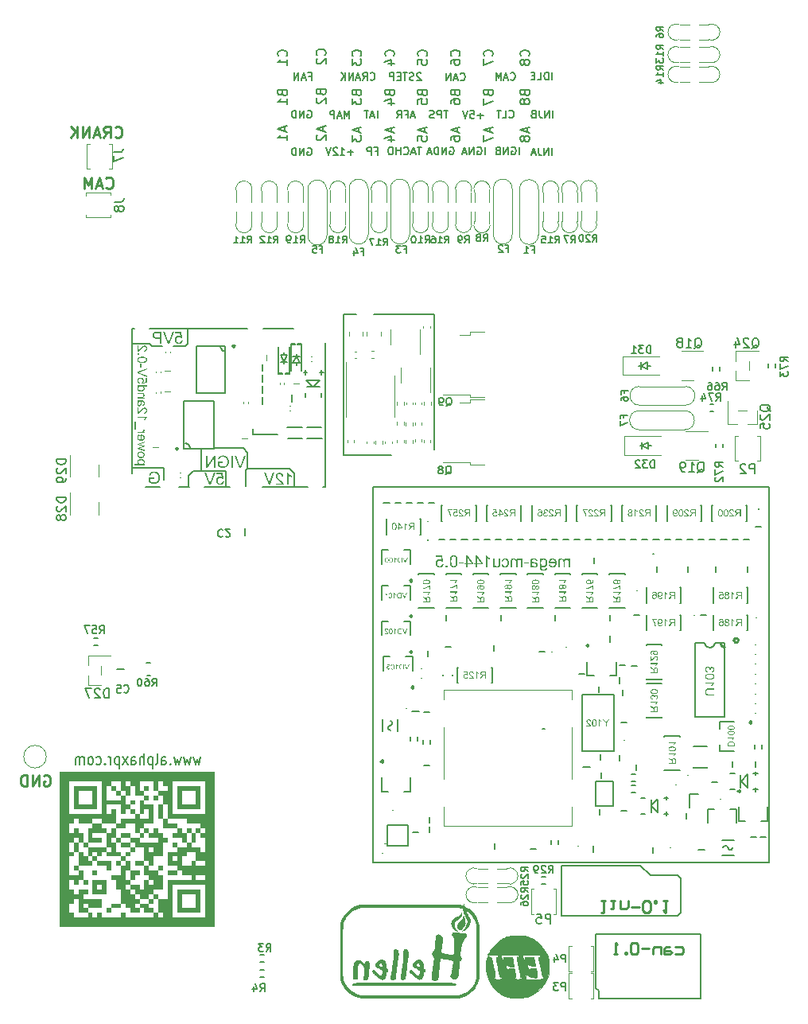
<source format=gbo>
G75*
G70*
%OFA0B0*%
%FSLAX25Y25*%
%IPPOS*%
%LPD*%
%AMOC8*
5,1,8,0,0,1.08239X$1,22.5*
%
%ADD126C,0.00394*%
%ADD193C,0.00300*%
%ADD64C,0.00787*%
%ADD66C,0.00800*%
%ADD68C,0.01000*%
%ADD69C,0.00472*%
%ADD75C,0.00984*%
%ADD77C,0.00669*%
%ADD78C,0.00591*%
%ADD79C,0.00500*%
%ADD80C,0.00390*%
%ADD84C,0.00512*%
%ADD85C,0.00010*%
X0000000Y0000000D02*
%LPD*%
G01*
D75*
X0012655Y0095672D02*
X0013105Y0095897D01*
X0013105Y0095897D02*
X0013780Y0095897D01*
X0013780Y0095897D02*
X0014454Y0095672D01*
X0014454Y0095672D02*
X0014904Y0095222D01*
X0014904Y0095222D02*
X0015129Y0094772D01*
X0015129Y0094772D02*
X0015354Y0093872D01*
X0015354Y0093872D02*
X0015354Y0093197D01*
X0015354Y0093197D02*
X0015129Y0092298D01*
X0015129Y0092298D02*
X0014904Y0091848D01*
X0014904Y0091848D02*
X0014454Y0091398D01*
X0014454Y0091398D02*
X0013780Y0091173D01*
X0013780Y0091173D02*
X0013330Y0091173D01*
X0013330Y0091173D02*
X0012655Y0091398D01*
X0012655Y0091398D02*
X0012430Y0091623D01*
X0012430Y0091623D02*
X0012430Y0093197D01*
X0012430Y0093197D02*
X0013330Y0093197D01*
X0010405Y0091173D02*
X0010405Y0095897D01*
X0010405Y0095897D02*
X0007705Y0091173D01*
X0007705Y0091173D02*
X0007705Y0095897D01*
X0005456Y0091173D02*
X0005456Y0095897D01*
X0005456Y0095897D02*
X0004331Y0095897D01*
X0004331Y0095897D02*
X0003656Y0095672D01*
X0003656Y0095672D02*
X0003206Y0095222D01*
X0003206Y0095222D02*
X0002981Y0094772D01*
X0002981Y0094772D02*
X0002756Y0093872D01*
X0002756Y0093872D02*
X0002756Y0093197D01*
X0002756Y0093197D02*
X0002981Y0092298D01*
X0002981Y0092298D02*
X0003206Y0091848D01*
X0003206Y0091848D02*
X0003656Y0091398D01*
X0003656Y0091398D02*
X0004331Y0091173D01*
X0004331Y0091173D02*
X0005456Y0091173D01*
D77*
X0211787Y0355758D02*
X0211787Y0358908D01*
X0208637Y0358758D02*
X0208937Y0358908D01*
X0208937Y0358908D02*
X0209387Y0358908D01*
X0209387Y0358908D02*
X0209837Y0358758D01*
X0209837Y0358758D02*
X0210137Y0358458D01*
X0210137Y0358458D02*
X0210287Y0358158D01*
X0210287Y0358158D02*
X0210437Y0357558D01*
X0210437Y0357558D02*
X0210437Y0357108D01*
X0210437Y0357108D02*
X0210287Y0356508D01*
X0210287Y0356508D02*
X0210137Y0356208D01*
X0210137Y0356208D02*
X0209837Y0355908D01*
X0209837Y0355908D02*
X0209387Y0355758D01*
X0209387Y0355758D02*
X0209087Y0355758D01*
X0209087Y0355758D02*
X0208637Y0355908D01*
X0208637Y0355908D02*
X0208487Y0356058D01*
X0208487Y0356058D02*
X0208487Y0357108D01*
X0208487Y0357108D02*
X0209087Y0357108D01*
X0207137Y0355758D02*
X0207137Y0358908D01*
X0207137Y0358908D02*
X0205337Y0355758D01*
X0205337Y0355758D02*
X0205337Y0358908D01*
X0202788Y0357408D02*
X0202338Y0357258D01*
X0202338Y0357258D02*
X0202188Y0357108D01*
X0202188Y0357108D02*
X0202038Y0356808D01*
X0202038Y0356808D02*
X0202038Y0356358D01*
X0202038Y0356358D02*
X0202188Y0356058D01*
X0202188Y0356058D02*
X0202338Y0355908D01*
X0202338Y0355908D02*
X0202638Y0355758D01*
X0202638Y0355758D02*
X0203838Y0355758D01*
X0203838Y0355758D02*
X0203838Y0358908D01*
X0203838Y0358908D02*
X0202788Y0358908D01*
X0202788Y0358908D02*
X0202488Y0358758D01*
X0202488Y0358758D02*
X0202338Y0358608D01*
X0202338Y0358608D02*
X0202188Y0358308D01*
X0202188Y0358308D02*
X0202188Y0358008D01*
X0202188Y0358008D02*
X0202338Y0357708D01*
X0202338Y0357708D02*
X0202488Y0357558D01*
X0202488Y0357558D02*
X0202788Y0357408D01*
X0202788Y0357408D02*
X0203838Y0357408D01*
D75*
X0042407Y0363276D02*
X0042632Y0363051D01*
X0042632Y0363051D02*
X0043307Y0362826D01*
X0043307Y0362826D02*
X0043757Y0362826D01*
X0043757Y0362826D02*
X0044432Y0363051D01*
X0044432Y0363051D02*
X0044882Y0363501D01*
X0044882Y0363501D02*
X0045107Y0363951D01*
X0045107Y0363951D02*
X0045332Y0364851D01*
X0045332Y0364851D02*
X0045332Y0365526D01*
X0045332Y0365526D02*
X0045107Y0366426D01*
X0045107Y0366426D02*
X0044882Y0366876D01*
X0044882Y0366876D02*
X0044432Y0367326D01*
X0044432Y0367326D02*
X0043757Y0367551D01*
X0043757Y0367551D02*
X0043307Y0367551D01*
X0043307Y0367551D02*
X0042632Y0367326D01*
X0042632Y0367326D02*
X0042407Y0367101D01*
X0037683Y0362826D02*
X0039258Y0365076D01*
X0040382Y0362826D02*
X0040382Y0367551D01*
X0040382Y0367551D02*
X0038583Y0367551D01*
X0038583Y0367551D02*
X0038133Y0367326D01*
X0038133Y0367326D02*
X0037908Y0367101D01*
X0037908Y0367101D02*
X0037683Y0366651D01*
X0037683Y0366651D02*
X0037683Y0365976D01*
X0037683Y0365976D02*
X0037908Y0365526D01*
X0037908Y0365526D02*
X0038133Y0365301D01*
X0038133Y0365301D02*
X0038583Y0365076D01*
X0038583Y0365076D02*
X0040382Y0365076D01*
X0035883Y0364176D02*
X0033633Y0364176D01*
X0036333Y0362826D02*
X0034758Y0367551D01*
X0034758Y0367551D02*
X0033183Y0362826D01*
X0031609Y0362826D02*
X0031609Y0367551D01*
X0031609Y0367551D02*
X0028909Y0362826D01*
X0028909Y0362826D02*
X0028909Y0367551D01*
X0026659Y0362826D02*
X0026659Y0367551D01*
X0023960Y0362826D02*
X0025984Y0365526D01*
X0023960Y0367551D02*
X0026659Y0364851D01*
D77*
X0149387Y0387284D02*
X0149537Y0387134D01*
X0149537Y0387134D02*
X0149987Y0386984D01*
X0149987Y0386984D02*
X0150287Y0386984D01*
X0150287Y0386984D02*
X0150737Y0387134D01*
X0150737Y0387134D02*
X0151037Y0387434D01*
X0151037Y0387434D02*
X0151187Y0387734D01*
X0151187Y0387734D02*
X0151337Y0388334D01*
X0151337Y0388334D02*
X0151337Y0388783D01*
X0151337Y0388783D02*
X0151187Y0389383D01*
X0151187Y0389383D02*
X0151037Y0389683D01*
X0151037Y0389683D02*
X0150737Y0389983D01*
X0150737Y0389983D02*
X0150287Y0390133D01*
X0150287Y0390133D02*
X0149987Y0390133D01*
X0149987Y0390133D02*
X0149537Y0389983D01*
X0149537Y0389983D02*
X0149387Y0389833D01*
X0146237Y0386984D02*
X0147287Y0388483D01*
X0148037Y0386984D02*
X0148037Y0390133D01*
X0148037Y0390133D02*
X0146837Y0390133D01*
X0146837Y0390133D02*
X0146537Y0389983D01*
X0146537Y0389983D02*
X0146387Y0389833D01*
X0146387Y0389833D02*
X0146237Y0389533D01*
X0146237Y0389533D02*
X0146237Y0389083D01*
X0146237Y0389083D02*
X0146387Y0388783D01*
X0146387Y0388783D02*
X0146537Y0388633D01*
X0146537Y0388633D02*
X0146837Y0388483D01*
X0146837Y0388483D02*
X0148037Y0388483D01*
X0145037Y0387884D02*
X0143538Y0387884D01*
X0145337Y0386984D02*
X0144287Y0390133D01*
X0144287Y0390133D02*
X0143238Y0386984D01*
X0142188Y0386984D02*
X0142188Y0390133D01*
X0142188Y0390133D02*
X0140388Y0386984D01*
X0140388Y0386984D02*
X0140388Y0390133D01*
X0138888Y0386984D02*
X0138888Y0390133D01*
X0137088Y0386984D02*
X0138438Y0388783D01*
X0137088Y0390133D02*
X0138888Y0388334D01*
X0225547Y0387121D02*
X0225547Y0390271D01*
X0224048Y0387121D02*
X0224048Y0390271D01*
X0224048Y0390271D02*
X0223298Y0390271D01*
X0223298Y0390271D02*
X0222848Y0390121D01*
X0222848Y0390121D02*
X0222548Y0389821D01*
X0222548Y0389821D02*
X0222398Y0389521D01*
X0222398Y0389521D02*
X0222248Y0388921D01*
X0222248Y0388921D02*
X0222248Y0388471D01*
X0222248Y0388471D02*
X0222398Y0387871D01*
X0222398Y0387871D02*
X0222548Y0387571D01*
X0222548Y0387571D02*
X0222848Y0387271D01*
X0222848Y0387271D02*
X0223298Y0387121D01*
X0223298Y0387121D02*
X0224048Y0387121D01*
X0219398Y0387121D02*
X0220898Y0387121D01*
X0220898Y0387121D02*
X0220898Y0390271D01*
X0218348Y0388771D02*
X0217298Y0388771D01*
X0216848Y0387121D02*
X0218348Y0387121D01*
X0218348Y0387121D02*
X0218348Y0390271D01*
X0218348Y0390271D02*
X0216848Y0390271D01*
D64*
X0078309Y0103367D02*
X0077559Y0100218D01*
X0077559Y0100218D02*
X0076809Y0102467D01*
X0076809Y0102467D02*
X0076059Y0100218D01*
X0076059Y0100218D02*
X0075309Y0103367D01*
X0074184Y0103367D02*
X0073435Y0100218D01*
X0073435Y0100218D02*
X0072685Y0102467D01*
X0072685Y0102467D02*
X0071935Y0100218D01*
X0071935Y0100218D02*
X0071185Y0103367D01*
X0070060Y0103367D02*
X0069310Y0100218D01*
X0069310Y0100218D02*
X0068560Y0102467D01*
X0068560Y0102467D02*
X0067810Y0100218D01*
X0067810Y0100218D02*
X0067060Y0103367D01*
X0065561Y0100667D02*
X0065373Y0100443D01*
X0065373Y0100443D02*
X0065561Y0100218D01*
X0065561Y0100218D02*
X0065748Y0100443D01*
X0065748Y0100443D02*
X0065561Y0100667D01*
X0065561Y0100667D02*
X0065561Y0100218D01*
X0061999Y0100218D02*
X0061999Y0102692D01*
X0061999Y0102692D02*
X0062186Y0103142D01*
X0062186Y0103142D02*
X0062561Y0103367D01*
X0062561Y0103367D02*
X0063311Y0103367D01*
X0063311Y0103367D02*
X0063686Y0103142D01*
X0061999Y0100443D02*
X0062373Y0100218D01*
X0062373Y0100218D02*
X0063311Y0100218D01*
X0063311Y0100218D02*
X0063686Y0100443D01*
X0063686Y0100443D02*
X0063873Y0100892D01*
X0063873Y0100892D02*
X0063873Y0101342D01*
X0063873Y0101342D02*
X0063686Y0101792D01*
X0063686Y0101792D02*
X0063311Y0102017D01*
X0063311Y0102017D02*
X0062373Y0102017D01*
X0062373Y0102017D02*
X0061999Y0102242D01*
X0059561Y0100218D02*
X0059936Y0100443D01*
X0059936Y0100443D02*
X0060124Y0100892D01*
X0060124Y0100892D02*
X0060124Y0104942D01*
X0058061Y0103367D02*
X0058061Y0098643D01*
X0058061Y0103142D02*
X0057687Y0103367D01*
X0057687Y0103367D02*
X0056937Y0103367D01*
X0056937Y0103367D02*
X0056562Y0103142D01*
X0056562Y0103142D02*
X0056374Y0102917D01*
X0056374Y0102917D02*
X0056187Y0102467D01*
X0056187Y0102467D02*
X0056187Y0101117D01*
X0056187Y0101117D02*
X0056374Y0100667D01*
X0056374Y0100667D02*
X0056562Y0100443D01*
X0056562Y0100443D02*
X0056937Y0100218D01*
X0056937Y0100218D02*
X0057687Y0100218D01*
X0057687Y0100218D02*
X0058061Y0100443D01*
X0054499Y0100218D02*
X0054499Y0104942D01*
X0052812Y0100218D02*
X0052812Y0102692D01*
X0052812Y0102692D02*
X0053000Y0103142D01*
X0053000Y0103142D02*
X0053375Y0103367D01*
X0053375Y0103367D02*
X0053937Y0103367D01*
X0053937Y0103367D02*
X0054312Y0103142D01*
X0054312Y0103142D02*
X0054499Y0102917D01*
X0049250Y0100218D02*
X0049250Y0102692D01*
X0049250Y0102692D02*
X0049438Y0103142D01*
X0049438Y0103142D02*
X0049813Y0103367D01*
X0049813Y0103367D02*
X0050562Y0103367D01*
X0050562Y0103367D02*
X0050937Y0103142D01*
X0049250Y0100443D02*
X0049625Y0100218D01*
X0049625Y0100218D02*
X0050562Y0100218D01*
X0050562Y0100218D02*
X0050937Y0100443D01*
X0050937Y0100443D02*
X0051125Y0100892D01*
X0051125Y0100892D02*
X0051125Y0101342D01*
X0051125Y0101342D02*
X0050937Y0101792D01*
X0050937Y0101792D02*
X0050562Y0102017D01*
X0050562Y0102017D02*
X0049625Y0102017D01*
X0049625Y0102017D02*
X0049250Y0102242D01*
X0047750Y0100218D02*
X0045688Y0103367D01*
X0047750Y0103367D02*
X0045688Y0100218D01*
X0044188Y0103367D02*
X0044188Y0098643D01*
X0044188Y0103142D02*
X0043813Y0103367D01*
X0043813Y0103367D02*
X0043063Y0103367D01*
X0043063Y0103367D02*
X0042688Y0103142D01*
X0042688Y0103142D02*
X0042501Y0102917D01*
X0042501Y0102917D02*
X0042313Y0102467D01*
X0042313Y0102467D02*
X0042313Y0101117D01*
X0042313Y0101117D02*
X0042501Y0100667D01*
X0042501Y0100667D02*
X0042688Y0100443D01*
X0042688Y0100443D02*
X0043063Y0100218D01*
X0043063Y0100218D02*
X0043813Y0100218D01*
X0043813Y0100218D02*
X0044188Y0100443D01*
X0040626Y0100218D02*
X0040626Y0103367D01*
X0040626Y0102467D02*
X0040439Y0102917D01*
X0040439Y0102917D02*
X0040251Y0103142D01*
X0040251Y0103142D02*
X0039876Y0103367D01*
X0039876Y0103367D02*
X0039501Y0103367D01*
X0038189Y0100667D02*
X0038001Y0100443D01*
X0038001Y0100443D02*
X0038189Y0100218D01*
X0038189Y0100218D02*
X0038376Y0100443D01*
X0038376Y0100443D02*
X0038189Y0100667D01*
X0038189Y0100667D02*
X0038189Y0100218D01*
X0034627Y0100443D02*
X0035002Y0100218D01*
X0035002Y0100218D02*
X0035752Y0100218D01*
X0035752Y0100218D02*
X0036127Y0100443D01*
X0036127Y0100443D02*
X0036314Y0100667D01*
X0036314Y0100667D02*
X0036502Y0101117D01*
X0036502Y0101117D02*
X0036502Y0102467D01*
X0036502Y0102467D02*
X0036314Y0102917D01*
X0036314Y0102917D02*
X0036127Y0103142D01*
X0036127Y0103142D02*
X0035752Y0103367D01*
X0035752Y0103367D02*
X0035002Y0103367D01*
X0035002Y0103367D02*
X0034627Y0103142D01*
X0032377Y0100218D02*
X0032752Y0100443D01*
X0032752Y0100443D02*
X0032940Y0100667D01*
X0032940Y0100667D02*
X0033127Y0101117D01*
X0033127Y0101117D02*
X0033127Y0102467D01*
X0033127Y0102467D02*
X0032940Y0102917D01*
X0032940Y0102917D02*
X0032752Y0103142D01*
X0032752Y0103142D02*
X0032377Y0103367D01*
X0032377Y0103367D02*
X0031815Y0103367D01*
X0031815Y0103367D02*
X0031440Y0103142D01*
X0031440Y0103142D02*
X0031252Y0102917D01*
X0031252Y0102917D02*
X0031065Y0102467D01*
X0031065Y0102467D02*
X0031065Y0101117D01*
X0031065Y0101117D02*
X0031252Y0100667D01*
X0031252Y0100667D02*
X0031440Y0100443D01*
X0031440Y0100443D02*
X0031815Y0100218D01*
X0031815Y0100218D02*
X0032377Y0100218D01*
X0029378Y0100218D02*
X0029378Y0103367D01*
X0029378Y0102917D02*
X0029190Y0103142D01*
X0029190Y0103142D02*
X0028815Y0103367D01*
X0028815Y0103367D02*
X0028253Y0103367D01*
X0028253Y0103367D02*
X0027878Y0103142D01*
X0027878Y0103142D02*
X0027690Y0102692D01*
X0027690Y0102692D02*
X0027690Y0100218D01*
X0027690Y0102692D02*
X0027503Y0103142D01*
X0027503Y0103142D02*
X0027128Y0103367D01*
X0027128Y0103367D02*
X0026565Y0103367D01*
X0026565Y0103367D02*
X0026190Y0103142D01*
X0026190Y0103142D02*
X0026003Y0102692D01*
X0026003Y0102692D02*
X0026003Y0100218D01*
D77*
X0181978Y0374199D02*
X0180178Y0374199D01*
X0181078Y0371050D02*
X0181078Y0374199D01*
X0179128Y0371050D02*
X0179128Y0374199D01*
X0179128Y0374199D02*
X0177929Y0374199D01*
X0177929Y0374199D02*
X0177629Y0374049D01*
X0177629Y0374049D02*
X0177479Y0373899D01*
X0177479Y0373899D02*
X0177329Y0373599D01*
X0177329Y0373599D02*
X0177329Y0373149D01*
X0177329Y0373149D02*
X0177479Y0372849D01*
X0177479Y0372849D02*
X0177629Y0372699D01*
X0177629Y0372699D02*
X0177929Y0372549D01*
X0177929Y0372549D02*
X0179128Y0372549D01*
X0176129Y0371200D02*
X0175679Y0371050D01*
X0175679Y0371050D02*
X0174929Y0371050D01*
X0174929Y0371050D02*
X0174629Y0371200D01*
X0174629Y0371200D02*
X0174479Y0371350D01*
X0174479Y0371350D02*
X0174329Y0371650D01*
X0174329Y0371650D02*
X0174329Y0371950D01*
X0174329Y0371950D02*
X0174479Y0372249D01*
X0174479Y0372249D02*
X0174629Y0372399D01*
X0174629Y0372399D02*
X0174929Y0372549D01*
X0174929Y0372549D02*
X0175529Y0372699D01*
X0175529Y0372699D02*
X0175829Y0372849D01*
X0175829Y0372849D02*
X0175979Y0372999D01*
X0175979Y0372999D02*
X0176129Y0373299D01*
X0176129Y0373299D02*
X0176129Y0373599D01*
X0176129Y0373599D02*
X0175979Y0373899D01*
X0175979Y0373899D02*
X0175829Y0374049D01*
X0175829Y0374049D02*
X0175529Y0374199D01*
X0175529Y0374199D02*
X0174779Y0374199D01*
X0174779Y0374199D02*
X0174329Y0374049D01*
X0225610Y0355484D02*
X0225610Y0358633D01*
X0224110Y0355484D02*
X0224110Y0358633D01*
X0224110Y0358633D02*
X0222310Y0355484D01*
X0222310Y0355484D02*
X0222310Y0358633D01*
X0219910Y0358633D02*
X0219910Y0356384D01*
X0219910Y0356384D02*
X0220060Y0355934D01*
X0220060Y0355934D02*
X0220360Y0355634D01*
X0220360Y0355634D02*
X0220810Y0355484D01*
X0220810Y0355484D02*
X0221110Y0355484D01*
X0218561Y0356384D02*
X0217061Y0356384D01*
X0218861Y0355484D02*
X0217811Y0358633D01*
X0217811Y0358633D02*
X0216761Y0355484D01*
X0187171Y0387009D02*
X0187321Y0386859D01*
X0187321Y0386859D02*
X0187771Y0386709D01*
X0187771Y0386709D02*
X0188071Y0386709D01*
X0188071Y0386709D02*
X0188521Y0386859D01*
X0188521Y0386859D02*
X0188821Y0387159D01*
X0188821Y0387159D02*
X0188971Y0387459D01*
X0188971Y0387459D02*
X0189121Y0388059D01*
X0189121Y0388059D02*
X0189121Y0388509D01*
X0189121Y0388509D02*
X0188971Y0389109D01*
X0188971Y0389109D02*
X0188821Y0389409D01*
X0188821Y0389409D02*
X0188521Y0389709D01*
X0188521Y0389709D02*
X0188071Y0389859D01*
X0188071Y0389859D02*
X0187771Y0389859D01*
X0187771Y0389859D02*
X0187321Y0389709D01*
X0187321Y0389709D02*
X0187171Y0389559D01*
X0185971Y0387609D02*
X0184472Y0387609D01*
X0186271Y0386709D02*
X0185221Y0389859D01*
X0185221Y0389859D02*
X0184172Y0386709D01*
X0183122Y0386709D02*
X0183122Y0389859D01*
X0183122Y0389859D02*
X0181322Y0386709D01*
X0181322Y0386709D02*
X0181322Y0389859D01*
X0151381Y0357271D02*
X0152431Y0357271D01*
X0152431Y0355621D02*
X0152431Y0358771D01*
X0152431Y0358771D02*
X0150931Y0358771D01*
X0149731Y0355621D02*
X0149731Y0358771D01*
X0149731Y0358771D02*
X0148532Y0358771D01*
X0148532Y0358771D02*
X0148232Y0358621D01*
X0148232Y0358621D02*
X0148082Y0358471D01*
X0148082Y0358471D02*
X0147932Y0358171D01*
X0147932Y0358171D02*
X0147932Y0357721D01*
X0147932Y0357721D02*
X0148082Y0357421D01*
X0148082Y0357421D02*
X0148232Y0357271D01*
X0148232Y0357271D02*
X0148532Y0357121D01*
X0148532Y0357121D02*
X0149731Y0357121D01*
X0197413Y0355758D02*
X0197413Y0358908D01*
X0194264Y0358758D02*
X0194564Y0358908D01*
X0194564Y0358908D02*
X0195014Y0358908D01*
X0195014Y0358908D02*
X0195463Y0358758D01*
X0195463Y0358758D02*
X0195763Y0358458D01*
X0195763Y0358458D02*
X0195913Y0358158D01*
X0195913Y0358158D02*
X0196063Y0357558D01*
X0196063Y0357558D02*
X0196063Y0357108D01*
X0196063Y0357108D02*
X0195913Y0356508D01*
X0195913Y0356508D02*
X0195763Y0356208D01*
X0195763Y0356208D02*
X0195463Y0355908D01*
X0195463Y0355908D02*
X0195014Y0355758D01*
X0195014Y0355758D02*
X0194714Y0355758D01*
X0194714Y0355758D02*
X0194264Y0355908D01*
X0194264Y0355908D02*
X0194114Y0356058D01*
X0194114Y0356058D02*
X0194114Y0357108D01*
X0194114Y0357108D02*
X0194714Y0357108D01*
X0192764Y0355758D02*
X0192764Y0358908D01*
X0192764Y0358908D02*
X0190964Y0355758D01*
X0190964Y0355758D02*
X0190964Y0358908D01*
X0189614Y0356658D02*
X0188114Y0356658D01*
X0189914Y0355758D02*
X0188864Y0358908D01*
X0188864Y0358908D02*
X0187814Y0355758D01*
X0207663Y0371487D02*
X0207813Y0371337D01*
X0207813Y0371337D02*
X0208263Y0371187D01*
X0208263Y0371187D02*
X0208563Y0371187D01*
X0208563Y0371187D02*
X0209013Y0371337D01*
X0209013Y0371337D02*
X0209313Y0371637D01*
X0209313Y0371637D02*
X0209463Y0371937D01*
X0209463Y0371937D02*
X0209613Y0372537D01*
X0209613Y0372537D02*
X0209613Y0372987D01*
X0209613Y0372987D02*
X0209463Y0373587D01*
X0209463Y0373587D02*
X0209313Y0373887D01*
X0209313Y0373887D02*
X0209013Y0374187D01*
X0209013Y0374187D02*
X0208563Y0374337D01*
X0208563Y0374337D02*
X0208263Y0374337D01*
X0208263Y0374337D02*
X0207813Y0374187D01*
X0207813Y0374187D02*
X0207663Y0374037D01*
X0204813Y0371187D02*
X0206313Y0371187D01*
X0206313Y0371187D02*
X0206313Y0374337D01*
X0204213Y0374337D02*
X0202413Y0374337D01*
X0203313Y0371187D02*
X0203313Y0374337D01*
X0123123Y0358483D02*
X0123423Y0358633D01*
X0123423Y0358633D02*
X0123873Y0358633D01*
X0123873Y0358633D02*
X0124323Y0358483D01*
X0124323Y0358483D02*
X0124623Y0358183D01*
X0124623Y0358183D02*
X0124773Y0357883D01*
X0124773Y0357883D02*
X0124923Y0357283D01*
X0124923Y0357283D02*
X0124923Y0356834D01*
X0124923Y0356834D02*
X0124773Y0356234D01*
X0124773Y0356234D02*
X0124623Y0355934D01*
X0124623Y0355934D02*
X0124323Y0355634D01*
X0124323Y0355634D02*
X0123873Y0355484D01*
X0123873Y0355484D02*
X0123573Y0355484D01*
X0123573Y0355484D02*
X0123123Y0355634D01*
X0123123Y0355634D02*
X0122973Y0355784D01*
X0122973Y0355784D02*
X0122973Y0356834D01*
X0122973Y0356834D02*
X0123573Y0356834D01*
X0121623Y0355484D02*
X0121623Y0358633D01*
X0121623Y0358633D02*
X0119824Y0355484D01*
X0119824Y0355484D02*
X0119824Y0358633D01*
X0118324Y0355484D02*
X0118324Y0358633D01*
X0118324Y0358633D02*
X0117574Y0358633D01*
X0117574Y0358633D02*
X0117124Y0358483D01*
X0117124Y0358483D02*
X0116824Y0358183D01*
X0116824Y0358183D02*
X0116674Y0357883D01*
X0116674Y0357883D02*
X0116524Y0357283D01*
X0116524Y0357283D02*
X0116524Y0356834D01*
X0116524Y0356834D02*
X0116674Y0356234D01*
X0116674Y0356234D02*
X0116824Y0355934D01*
X0116824Y0355934D02*
X0117124Y0355634D01*
X0117124Y0355634D02*
X0117574Y0355484D01*
X0117574Y0355484D02*
X0118324Y0355484D01*
X0123123Y0374143D02*
X0123423Y0374293D01*
X0123423Y0374293D02*
X0123873Y0374293D01*
X0123873Y0374293D02*
X0124323Y0374143D01*
X0124323Y0374143D02*
X0124623Y0373843D01*
X0124623Y0373843D02*
X0124773Y0373543D01*
X0124773Y0373543D02*
X0124923Y0372943D01*
X0124923Y0372943D02*
X0124923Y0372493D01*
X0124923Y0372493D02*
X0124773Y0371893D01*
X0124773Y0371893D02*
X0124623Y0371593D01*
X0124623Y0371593D02*
X0124323Y0371293D01*
X0124323Y0371293D02*
X0123873Y0371143D01*
X0123873Y0371143D02*
X0123573Y0371143D01*
X0123573Y0371143D02*
X0123123Y0371293D01*
X0123123Y0371293D02*
X0122973Y0371443D01*
X0122973Y0371443D02*
X0122973Y0372493D01*
X0122973Y0372493D02*
X0123573Y0372493D01*
X0121623Y0371143D02*
X0121623Y0374293D01*
X0121623Y0374293D02*
X0119824Y0371143D01*
X0119824Y0371143D02*
X0119824Y0374293D01*
X0118324Y0371143D02*
X0118324Y0374293D01*
X0118324Y0374293D02*
X0117574Y0374293D01*
X0117574Y0374293D02*
X0117124Y0374143D01*
X0117124Y0374143D02*
X0116824Y0373843D01*
X0116824Y0373843D02*
X0116674Y0373543D01*
X0116674Y0373543D02*
X0116524Y0372943D01*
X0116524Y0372943D02*
X0116524Y0372493D01*
X0116524Y0372493D02*
X0116674Y0371893D01*
X0116674Y0371893D02*
X0116824Y0371593D01*
X0116824Y0371593D02*
X0117124Y0371293D01*
X0117124Y0371293D02*
X0117574Y0371143D01*
X0117574Y0371143D02*
X0118324Y0371143D01*
X0225972Y0371187D02*
X0225972Y0374337D01*
X0224472Y0371187D02*
X0224472Y0374337D01*
X0224472Y0374337D02*
X0222672Y0371187D01*
X0222672Y0371187D02*
X0222672Y0374337D01*
X0220273Y0374337D02*
X0220273Y0372087D01*
X0220273Y0372087D02*
X0220423Y0371637D01*
X0220423Y0371637D02*
X0220723Y0371337D01*
X0220723Y0371337D02*
X0221173Y0371187D01*
X0221173Y0371187D02*
X0221473Y0371187D01*
X0217723Y0372837D02*
X0217273Y0372687D01*
X0217273Y0372687D02*
X0217123Y0372537D01*
X0217123Y0372537D02*
X0216973Y0372237D01*
X0216973Y0372237D02*
X0216973Y0371787D01*
X0216973Y0371787D02*
X0217123Y0371487D01*
X0217123Y0371487D02*
X0217273Y0371337D01*
X0217273Y0371337D02*
X0217573Y0371187D01*
X0217573Y0371187D02*
X0218773Y0371187D01*
X0218773Y0371187D02*
X0218773Y0374337D01*
X0218773Y0374337D02*
X0217723Y0374337D01*
X0217723Y0374337D02*
X0217423Y0374187D01*
X0217423Y0374187D02*
X0217273Y0374037D01*
X0217273Y0374037D02*
X0217123Y0373737D01*
X0217123Y0373737D02*
X0217123Y0373437D01*
X0217123Y0373437D02*
X0217273Y0373137D01*
X0217273Y0373137D02*
X0217423Y0372987D01*
X0217423Y0372987D02*
X0217723Y0372837D01*
X0217723Y0372837D02*
X0218773Y0372837D01*
X0167942Y0371950D02*
X0166442Y0371950D01*
X0168242Y0371050D02*
X0167192Y0374199D01*
X0167192Y0374199D02*
X0166142Y0371050D01*
X0164042Y0372699D02*
X0165092Y0372699D01*
X0165092Y0371050D02*
X0165092Y0374199D01*
X0165092Y0374199D02*
X0163592Y0374199D01*
X0160593Y0371050D02*
X0161643Y0372549D01*
X0162393Y0371050D02*
X0162393Y0374199D01*
X0162393Y0374199D02*
X0161193Y0374199D01*
X0161193Y0374199D02*
X0160893Y0374049D01*
X0160893Y0374049D02*
X0160743Y0373899D01*
X0160743Y0373899D02*
X0160593Y0373599D01*
X0160593Y0373599D02*
X0160593Y0373149D01*
X0160593Y0373149D02*
X0160743Y0372849D01*
X0160743Y0372849D02*
X0160893Y0372699D01*
X0160893Y0372699D02*
X0161193Y0372549D01*
X0161193Y0372549D02*
X0162393Y0372549D01*
X0170592Y0389833D02*
X0170442Y0389983D01*
X0170442Y0389983D02*
X0170142Y0390133D01*
X0170142Y0390133D02*
X0169392Y0390133D01*
X0169392Y0390133D02*
X0169092Y0389983D01*
X0169092Y0389983D02*
X0168942Y0389833D01*
X0168942Y0389833D02*
X0168792Y0389533D01*
X0168792Y0389533D02*
X0168792Y0389233D01*
X0168792Y0389233D02*
X0168942Y0388783D01*
X0168942Y0388783D02*
X0170742Y0386984D01*
X0170742Y0386984D02*
X0168792Y0386984D01*
X0167592Y0387134D02*
X0167142Y0386984D01*
X0167142Y0386984D02*
X0166392Y0386984D01*
X0166392Y0386984D02*
X0166092Y0387134D01*
X0166092Y0387134D02*
X0165942Y0387284D01*
X0165942Y0387284D02*
X0165792Y0387584D01*
X0165792Y0387584D02*
X0165792Y0387884D01*
X0165792Y0387884D02*
X0165942Y0388184D01*
X0165942Y0388184D02*
X0166092Y0388334D01*
X0166092Y0388334D02*
X0166392Y0388483D01*
X0166392Y0388483D02*
X0166992Y0388633D01*
X0166992Y0388633D02*
X0167292Y0388783D01*
X0167292Y0388783D02*
X0167442Y0388933D01*
X0167442Y0388933D02*
X0167592Y0389233D01*
X0167592Y0389233D02*
X0167592Y0389533D01*
X0167592Y0389533D02*
X0167442Y0389833D01*
X0167442Y0389833D02*
X0167292Y0389983D01*
X0167292Y0389983D02*
X0166992Y0390133D01*
X0166992Y0390133D02*
X0166242Y0390133D01*
X0166242Y0390133D02*
X0165792Y0389983D01*
X0164893Y0390133D02*
X0163093Y0390133D01*
X0163993Y0386984D02*
X0163993Y0390133D01*
X0162043Y0388633D02*
X0160993Y0388633D01*
X0160543Y0386984D02*
X0162043Y0386984D01*
X0162043Y0386984D02*
X0162043Y0390133D01*
X0162043Y0390133D02*
X0160543Y0390133D01*
X0159193Y0386984D02*
X0159193Y0390133D01*
X0159193Y0390133D02*
X0157993Y0390133D01*
X0157993Y0390133D02*
X0157693Y0389983D01*
X0157693Y0389983D02*
X0157543Y0389833D01*
X0157543Y0389833D02*
X0157393Y0389533D01*
X0157393Y0389533D02*
X0157393Y0389083D01*
X0157393Y0389083D02*
X0157543Y0388783D01*
X0157543Y0388783D02*
X0157693Y0388633D01*
X0157693Y0388633D02*
X0157993Y0388483D01*
X0157993Y0388483D02*
X0159193Y0388483D01*
X0208200Y0387284D02*
X0208350Y0387134D01*
X0208350Y0387134D02*
X0208800Y0386984D01*
X0208800Y0386984D02*
X0209100Y0386984D01*
X0209100Y0386984D02*
X0209550Y0387134D01*
X0209550Y0387134D02*
X0209850Y0387434D01*
X0209850Y0387434D02*
X0210000Y0387734D01*
X0210000Y0387734D02*
X0210150Y0388334D01*
X0210150Y0388334D02*
X0210150Y0388783D01*
X0210150Y0388783D02*
X0210000Y0389383D01*
X0210000Y0389383D02*
X0209850Y0389683D01*
X0209850Y0389683D02*
X0209550Y0389983D01*
X0209550Y0389983D02*
X0209100Y0390133D01*
X0209100Y0390133D02*
X0208800Y0390133D01*
X0208800Y0390133D02*
X0208350Y0389983D01*
X0208350Y0389983D02*
X0208200Y0389833D01*
X0207000Y0387884D02*
X0205501Y0387884D01*
X0207300Y0386984D02*
X0206251Y0390133D01*
X0206251Y0390133D02*
X0205201Y0386984D01*
X0204151Y0386984D02*
X0204151Y0390133D01*
X0204151Y0390133D02*
X0203101Y0387884D01*
X0203101Y0387884D02*
X0202051Y0390133D01*
X0202051Y0390133D02*
X0202051Y0386984D01*
X0123685Y0388633D02*
X0124735Y0388633D01*
X0124735Y0386984D02*
X0124735Y0390133D01*
X0124735Y0390133D02*
X0123235Y0390133D01*
X0122185Y0387884D02*
X0120686Y0387884D01*
X0122485Y0386984D02*
X0121435Y0390133D01*
X0121435Y0390133D02*
X0120386Y0386984D01*
X0119336Y0386984D02*
X0119336Y0390133D01*
X0119336Y0390133D02*
X0117536Y0386984D01*
X0117536Y0386984D02*
X0117536Y0390133D01*
D75*
X0038695Y0342016D02*
X0038920Y0341791D01*
X0038920Y0341791D02*
X0039595Y0341566D01*
X0039595Y0341566D02*
X0040045Y0341566D01*
X0040045Y0341566D02*
X0040720Y0341791D01*
X0040720Y0341791D02*
X0041170Y0342241D01*
X0041170Y0342241D02*
X0041395Y0342691D01*
X0041395Y0342691D02*
X0041620Y0343591D01*
X0041620Y0343591D02*
X0041620Y0344266D01*
X0041620Y0344266D02*
X0041395Y0345166D01*
X0041395Y0345166D02*
X0041170Y0345616D01*
X0041170Y0345616D02*
X0040720Y0346066D01*
X0040720Y0346066D02*
X0040045Y0346291D01*
X0040045Y0346291D02*
X0039595Y0346291D01*
X0039595Y0346291D02*
X0038920Y0346066D01*
X0038920Y0346066D02*
X0038695Y0345841D01*
X0036895Y0342916D02*
X0034646Y0342916D01*
X0037345Y0341566D02*
X0035771Y0346291D01*
X0035771Y0346291D02*
X0034196Y0341566D01*
X0032621Y0341566D02*
X0032621Y0346291D01*
X0032621Y0346291D02*
X0031046Y0342916D01*
X0031046Y0342916D02*
X0029471Y0346291D01*
X0029471Y0346291D02*
X0029471Y0341566D01*
D77*
X0182715Y0358758D02*
X0183015Y0358908D01*
X0183015Y0358908D02*
X0183465Y0358908D01*
X0183465Y0358908D02*
X0183915Y0358758D01*
X0183915Y0358758D02*
X0184215Y0358458D01*
X0184215Y0358458D02*
X0184365Y0358158D01*
X0184365Y0358158D02*
X0184514Y0357558D01*
X0184514Y0357558D02*
X0184514Y0357108D01*
X0184514Y0357108D02*
X0184365Y0356508D01*
X0184365Y0356508D02*
X0184215Y0356208D01*
X0184215Y0356208D02*
X0183915Y0355908D01*
X0183915Y0355908D02*
X0183465Y0355758D01*
X0183465Y0355758D02*
X0183165Y0355758D01*
X0183165Y0355758D02*
X0182715Y0355908D01*
X0182715Y0355908D02*
X0182565Y0356058D01*
X0182565Y0356058D02*
X0182565Y0357108D01*
X0182565Y0357108D02*
X0183165Y0357108D01*
X0181215Y0355758D02*
X0181215Y0358908D01*
X0181215Y0358908D02*
X0179415Y0355758D01*
X0179415Y0355758D02*
X0179415Y0358908D01*
X0177915Y0355758D02*
X0177915Y0358908D01*
X0177915Y0358908D02*
X0177165Y0358908D01*
X0177165Y0358908D02*
X0176715Y0358758D01*
X0176715Y0358758D02*
X0176416Y0358458D01*
X0176416Y0358458D02*
X0176266Y0358158D01*
X0176266Y0358158D02*
X0176116Y0357558D01*
X0176116Y0357558D02*
X0176116Y0357108D01*
X0176116Y0357108D02*
X0176266Y0356508D01*
X0176266Y0356508D02*
X0176416Y0356208D01*
X0176416Y0356208D02*
X0176715Y0355908D01*
X0176715Y0355908D02*
X0177165Y0355758D01*
X0177165Y0355758D02*
X0177915Y0355758D01*
X0174916Y0356658D02*
X0173416Y0356658D01*
X0175216Y0355758D02*
X0174166Y0358908D01*
X0174166Y0358908D02*
X0173116Y0355758D01*
X0196751Y0372112D02*
X0194351Y0372112D01*
X0195551Y0370912D02*
X0195551Y0373312D01*
X0191352Y0374062D02*
X0192851Y0374062D01*
X0192851Y0374062D02*
X0193001Y0372562D01*
X0193001Y0372562D02*
X0192851Y0372712D01*
X0192851Y0372712D02*
X0192551Y0372862D01*
X0192551Y0372862D02*
X0191802Y0372862D01*
X0191802Y0372862D02*
X0191502Y0372712D01*
X0191502Y0372712D02*
X0191352Y0372562D01*
X0191352Y0372562D02*
X0191202Y0372262D01*
X0191202Y0372262D02*
X0191202Y0371512D01*
X0191202Y0371512D02*
X0191352Y0371212D01*
X0191352Y0371212D02*
X0191502Y0371062D01*
X0191502Y0371062D02*
X0191802Y0370912D01*
X0191802Y0370912D02*
X0192551Y0370912D01*
X0192551Y0370912D02*
X0192851Y0371062D01*
X0192851Y0371062D02*
X0193001Y0371212D01*
X0190302Y0374062D02*
X0189252Y0370912D01*
X0189252Y0370912D02*
X0188202Y0374062D01*
X0140632Y0370912D02*
X0140632Y0374062D01*
X0140632Y0374062D02*
X0139582Y0371812D01*
X0139582Y0371812D02*
X0138532Y0374062D01*
X0138532Y0374062D02*
X0138532Y0370912D01*
X0137182Y0371812D02*
X0135683Y0371812D01*
X0137482Y0370912D02*
X0136433Y0374062D01*
X0136433Y0374062D02*
X0135383Y0370912D01*
X0134333Y0370912D02*
X0134333Y0374062D01*
X0134333Y0374062D02*
X0133133Y0374062D01*
X0133133Y0374062D02*
X0132833Y0373912D01*
X0132833Y0373912D02*
X0132683Y0373762D01*
X0132683Y0373762D02*
X0132533Y0373462D01*
X0132533Y0373462D02*
X0132533Y0373012D01*
X0132533Y0373012D02*
X0132683Y0372712D01*
X0132683Y0372712D02*
X0132833Y0372562D01*
X0132833Y0372562D02*
X0133133Y0372412D01*
X0133133Y0372412D02*
X0134333Y0372412D01*
X0152394Y0371050D02*
X0152394Y0374199D01*
X0151044Y0371950D02*
X0149544Y0371950D01*
X0151344Y0371050D02*
X0150294Y0374199D01*
X0150294Y0374199D02*
X0149244Y0371050D01*
X0148644Y0374199D02*
X0146845Y0374199D01*
X0147745Y0371050D02*
X0147745Y0374199D01*
X0142344Y0356821D02*
X0139944Y0356821D01*
X0141144Y0355621D02*
X0141144Y0358021D01*
X0136795Y0355621D02*
X0138595Y0355621D01*
X0137695Y0355621D02*
X0137695Y0358771D01*
X0137695Y0358771D02*
X0137995Y0358321D01*
X0137995Y0358321D02*
X0138295Y0358021D01*
X0138295Y0358021D02*
X0138595Y0357871D01*
X0135595Y0358471D02*
X0135445Y0358621D01*
X0135445Y0358621D02*
X0135145Y0358771D01*
X0135145Y0358771D02*
X0134395Y0358771D01*
X0134395Y0358771D02*
X0134095Y0358621D01*
X0134095Y0358621D02*
X0133945Y0358471D01*
X0133945Y0358471D02*
X0133795Y0358171D01*
X0133795Y0358171D02*
X0133795Y0357871D01*
X0133795Y0357871D02*
X0133945Y0357421D01*
X0133945Y0357421D02*
X0135745Y0355621D01*
X0135745Y0355621D02*
X0133795Y0355621D01*
X0132895Y0358771D02*
X0131845Y0355621D01*
X0131845Y0355621D02*
X0130796Y0358771D01*
X0170842Y0358908D02*
X0169042Y0358908D01*
X0169942Y0355758D02*
X0169942Y0358908D01*
X0168142Y0356658D02*
X0166643Y0356658D01*
X0168442Y0355758D02*
X0167392Y0358908D01*
X0167392Y0358908D02*
X0166343Y0355758D01*
X0163493Y0356058D02*
X0163643Y0355908D01*
X0163643Y0355908D02*
X0164093Y0355758D01*
X0164093Y0355758D02*
X0164393Y0355758D01*
X0164393Y0355758D02*
X0164843Y0355908D01*
X0164843Y0355908D02*
X0165143Y0356208D01*
X0165143Y0356208D02*
X0165293Y0356508D01*
X0165293Y0356508D02*
X0165443Y0357108D01*
X0165443Y0357108D02*
X0165443Y0357558D01*
X0165443Y0357558D02*
X0165293Y0358158D01*
X0165293Y0358158D02*
X0165143Y0358458D01*
X0165143Y0358458D02*
X0164843Y0358758D01*
X0164843Y0358758D02*
X0164393Y0358908D01*
X0164393Y0358908D02*
X0164093Y0358908D01*
X0164093Y0358908D02*
X0163643Y0358758D01*
X0163643Y0358758D02*
X0163493Y0358608D01*
X0162143Y0355758D02*
X0162143Y0358908D01*
X0162143Y0357408D02*
X0160343Y0357408D01*
X0160343Y0355758D02*
X0160343Y0358908D01*
X0158244Y0358908D02*
X0157644Y0358908D01*
X0157644Y0358908D02*
X0157344Y0358758D01*
X0157344Y0358758D02*
X0157044Y0358458D01*
X0157044Y0358458D02*
X0156894Y0357858D01*
X0156894Y0357858D02*
X0156894Y0356808D01*
X0156894Y0356808D02*
X0157044Y0356208D01*
X0157044Y0356208D02*
X0157344Y0355908D01*
X0157344Y0355908D02*
X0157644Y0355758D01*
X0157644Y0355758D02*
X0158244Y0355758D01*
X0158244Y0355758D02*
X0158544Y0355908D01*
X0158544Y0355908D02*
X0158844Y0356208D01*
X0158844Y0356208D02*
X0158994Y0356808D01*
X0158994Y0356808D02*
X0158994Y0357858D01*
X0158994Y0357858D02*
X0158844Y0358458D01*
X0158844Y0358458D02*
X0158544Y0358758D01*
X0158544Y0358758D02*
X0158244Y0358908D01*
D84*
X0196821Y0319426D02*
X0197805Y0320832D01*
X0198508Y0319426D02*
X0198508Y0322378D01*
X0198508Y0322378D02*
X0197383Y0322378D01*
X0197383Y0322378D02*
X0197102Y0322238D01*
X0197102Y0322238D02*
X0196961Y0322097D01*
X0196961Y0322097D02*
X0196821Y0321816D01*
X0196821Y0321816D02*
X0196821Y0321394D01*
X0196821Y0321394D02*
X0196961Y0321113D01*
X0196961Y0321113D02*
X0197102Y0320972D01*
X0197102Y0320972D02*
X0197383Y0320832D01*
X0197383Y0320832D02*
X0198508Y0320832D01*
X0195133Y0321113D02*
X0195415Y0321253D01*
X0195415Y0321253D02*
X0195555Y0321394D01*
X0195555Y0321394D02*
X0195696Y0321675D01*
X0195696Y0321675D02*
X0195696Y0321816D01*
X0195696Y0321816D02*
X0195555Y0322097D01*
X0195555Y0322097D02*
X0195415Y0322238D01*
X0195415Y0322238D02*
X0195133Y0322378D01*
X0195133Y0322378D02*
X0194571Y0322378D01*
X0194571Y0322378D02*
X0194290Y0322238D01*
X0194290Y0322238D02*
X0194149Y0322097D01*
X0194149Y0322097D02*
X0194009Y0321816D01*
X0194009Y0321816D02*
X0194009Y0321675D01*
X0194009Y0321675D02*
X0194149Y0321394D01*
X0194149Y0321394D02*
X0194290Y0321253D01*
X0194290Y0321253D02*
X0194571Y0321113D01*
X0194571Y0321113D02*
X0195133Y0321113D01*
X0195133Y0321113D02*
X0195415Y0320972D01*
X0195415Y0320972D02*
X0195555Y0320832D01*
X0195555Y0320832D02*
X0195696Y0320550D01*
X0195696Y0320550D02*
X0195696Y0319988D01*
X0195696Y0319988D02*
X0195555Y0319707D01*
X0195555Y0319707D02*
X0195415Y0319566D01*
X0195415Y0319566D02*
X0195133Y0319426D01*
X0195133Y0319426D02*
X0194571Y0319426D01*
X0194571Y0319426D02*
X0194290Y0319566D01*
X0194290Y0319566D02*
X0194149Y0319707D01*
X0194149Y0319707D02*
X0194009Y0319988D01*
X0194009Y0319988D02*
X0194009Y0320550D01*
X0194009Y0320550D02*
X0194149Y0320832D01*
X0194149Y0320832D02*
X0194290Y0320972D01*
X0194290Y0320972D02*
X0194571Y0321113D01*
D79*
X0189014Y0318808D02*
X0190014Y0320236D01*
X0190728Y0318808D02*
X0190728Y0321808D01*
X0190728Y0321808D02*
X0189585Y0321808D01*
X0189585Y0321808D02*
X0189300Y0321665D01*
X0189300Y0321665D02*
X0189157Y0321522D01*
X0189157Y0321522D02*
X0189014Y0321236D01*
X0189014Y0321236D02*
X0189014Y0320808D01*
X0189014Y0320808D02*
X0189157Y0320522D01*
X0189157Y0320522D02*
X0189300Y0320379D01*
X0189300Y0320379D02*
X0189585Y0320236D01*
X0189585Y0320236D02*
X0190728Y0320236D01*
X0187585Y0318808D02*
X0187014Y0318808D01*
X0187014Y0318808D02*
X0186728Y0318950D01*
X0186728Y0318950D02*
X0186585Y0319093D01*
X0186585Y0319093D02*
X0186300Y0319522D01*
X0186300Y0319522D02*
X0186157Y0320093D01*
X0186157Y0320093D02*
X0186157Y0321236D01*
X0186157Y0321236D02*
X0186300Y0321522D01*
X0186300Y0321522D02*
X0186443Y0321665D01*
X0186443Y0321665D02*
X0186728Y0321808D01*
X0186728Y0321808D02*
X0187300Y0321808D01*
X0187300Y0321808D02*
X0187585Y0321665D01*
X0187585Y0321665D02*
X0187728Y0321522D01*
X0187728Y0321522D02*
X0187871Y0321236D01*
X0187871Y0321236D02*
X0187871Y0320522D01*
X0187871Y0320522D02*
X0187728Y0320236D01*
X0187728Y0320236D02*
X0187585Y0320093D01*
X0187585Y0320093D02*
X0187300Y0319950D01*
X0187300Y0319950D02*
X0186728Y0319950D01*
X0186728Y0319950D02*
X0186443Y0320093D01*
X0186443Y0320093D02*
X0186300Y0320236D01*
X0186300Y0320236D02*
X0186157Y0320522D01*
X0255696Y0245488D02*
X0255696Y0246488D01*
X0257267Y0246488D02*
X0254267Y0246488D01*
X0254267Y0246488D02*
X0254267Y0245060D01*
X0254267Y0244202D02*
X0254267Y0242202D01*
X0254267Y0242202D02*
X0257267Y0243488D01*
X0145488Y0315170D02*
X0146488Y0315170D01*
X0146488Y0313599D02*
X0146488Y0316599D01*
X0146488Y0316599D02*
X0145060Y0316599D01*
X0142631Y0315599D02*
X0142631Y0313599D01*
X0143345Y0316742D02*
X0144060Y0314599D01*
X0144060Y0314599D02*
X0142202Y0314599D01*
D77*
X0310386Y0222229D02*
X0310386Y0226166D01*
X0310386Y0226166D02*
X0308886Y0226166D01*
X0308886Y0226166D02*
X0308511Y0225979D01*
X0308511Y0225979D02*
X0308324Y0225791D01*
X0308324Y0225791D02*
X0308136Y0225416D01*
X0308136Y0225416D02*
X0308136Y0224854D01*
X0308136Y0224854D02*
X0308324Y0224479D01*
X0308324Y0224479D02*
X0308511Y0224291D01*
X0308511Y0224291D02*
X0308886Y0224104D01*
X0308886Y0224104D02*
X0310386Y0224104D01*
X0306637Y0225791D02*
X0306449Y0225979D01*
X0306449Y0225979D02*
X0306074Y0226166D01*
X0306074Y0226166D02*
X0305137Y0226166D01*
X0305137Y0226166D02*
X0304762Y0225979D01*
X0304762Y0225979D02*
X0304574Y0225791D01*
X0304574Y0225791D02*
X0304387Y0225416D01*
X0304387Y0225416D02*
X0304387Y0225041D01*
X0304387Y0225041D02*
X0304574Y0224479D01*
X0304574Y0224479D02*
X0306824Y0222229D01*
X0306824Y0222229D02*
X0304387Y0222229D01*
D84*
X0097827Y0318708D02*
X0098812Y0320114D01*
X0099515Y0318708D02*
X0099515Y0321661D01*
X0099515Y0321661D02*
X0098390Y0321661D01*
X0098390Y0321661D02*
X0098109Y0321520D01*
X0098109Y0321520D02*
X0097968Y0321379D01*
X0097968Y0321379D02*
X0097827Y0321098D01*
X0097827Y0321098D02*
X0097827Y0320676D01*
X0097827Y0320676D02*
X0097968Y0320395D01*
X0097968Y0320395D02*
X0098109Y0320255D01*
X0098109Y0320255D02*
X0098390Y0320114D01*
X0098390Y0320114D02*
X0099515Y0320114D01*
X0095015Y0318708D02*
X0096702Y0318708D01*
X0095859Y0318708D02*
X0095859Y0321661D01*
X0095859Y0321661D02*
X0096140Y0321239D01*
X0096140Y0321239D02*
X0096421Y0320958D01*
X0096421Y0320958D02*
X0096702Y0320817D01*
X0092203Y0318708D02*
X0093890Y0318708D01*
X0093047Y0318708D02*
X0093047Y0321661D01*
X0093047Y0321661D02*
X0093328Y0321239D01*
X0093328Y0321239D02*
X0093609Y0320958D01*
X0093609Y0320958D02*
X0093890Y0320817D01*
X0272269Y0407579D02*
X0270862Y0408563D01*
X0272269Y0409266D02*
X0269316Y0409266D01*
X0269316Y0409266D02*
X0269316Y0408141D01*
X0269316Y0408141D02*
X0269456Y0407860D01*
X0269456Y0407860D02*
X0269597Y0407719D01*
X0269597Y0407719D02*
X0269878Y0407579D01*
X0269878Y0407579D02*
X0270300Y0407579D01*
X0270300Y0407579D02*
X0270581Y0407719D01*
X0270581Y0407719D02*
X0270722Y0407860D01*
X0270722Y0407860D02*
X0270862Y0408141D01*
X0270862Y0408141D02*
X0270862Y0409266D01*
X0269316Y0405048D02*
X0269316Y0405610D01*
X0269316Y0405610D02*
X0269456Y0405891D01*
X0269456Y0405891D02*
X0269597Y0406032D01*
X0269597Y0406032D02*
X0270019Y0406313D01*
X0270019Y0406313D02*
X0270581Y0406454D01*
X0270581Y0406454D02*
X0271706Y0406454D01*
X0271706Y0406454D02*
X0271987Y0406313D01*
X0271987Y0406313D02*
X0272128Y0406173D01*
X0272128Y0406173D02*
X0272269Y0405891D01*
X0272269Y0405891D02*
X0272269Y0405329D01*
X0272269Y0405329D02*
X0272128Y0405048D01*
X0272128Y0405048D02*
X0271987Y0404907D01*
X0271987Y0404907D02*
X0271706Y0404767D01*
X0271706Y0404767D02*
X0271003Y0404767D01*
X0271003Y0404767D02*
X0270722Y0404907D01*
X0270722Y0404907D02*
X0270581Y0405048D01*
X0270581Y0405048D02*
X0270441Y0405329D01*
X0270441Y0405329D02*
X0270441Y0405891D01*
X0270441Y0405891D02*
X0270581Y0406173D01*
X0270581Y0406173D02*
X0270722Y0406313D01*
X0270722Y0406313D02*
X0271003Y0406454D01*
X0154827Y0317708D02*
X0155812Y0319114D01*
X0156515Y0317708D02*
X0156515Y0320661D01*
X0156515Y0320661D02*
X0155390Y0320661D01*
X0155390Y0320661D02*
X0155109Y0320520D01*
X0155109Y0320520D02*
X0154968Y0320379D01*
X0154968Y0320379D02*
X0154827Y0320098D01*
X0154827Y0320098D02*
X0154827Y0319676D01*
X0154827Y0319676D02*
X0154968Y0319395D01*
X0154968Y0319395D02*
X0155109Y0319255D01*
X0155109Y0319255D02*
X0155390Y0319114D01*
X0155390Y0319114D02*
X0156515Y0319114D01*
X0152015Y0317708D02*
X0153702Y0317708D01*
X0152859Y0317708D02*
X0152859Y0320661D01*
X0152859Y0320661D02*
X0153140Y0320239D01*
X0153140Y0320239D02*
X0153421Y0319958D01*
X0153421Y0319958D02*
X0153702Y0319817D01*
X0151031Y0320661D02*
X0149062Y0320661D01*
X0149062Y0320661D02*
X0150328Y0317708D01*
D79*
X0255893Y0255724D02*
X0255893Y0256724D01*
X0257464Y0256724D02*
X0254464Y0256724D01*
X0254464Y0256724D02*
X0254464Y0255296D01*
X0254464Y0252867D02*
X0254464Y0253439D01*
X0254464Y0253439D02*
X0254607Y0253724D01*
X0254607Y0253724D02*
X0254750Y0253867D01*
X0254750Y0253867D02*
X0255179Y0254153D01*
X0255179Y0254153D02*
X0255750Y0254296D01*
X0255750Y0254296D02*
X0256893Y0254296D01*
X0256893Y0254296D02*
X0257179Y0254153D01*
X0257179Y0254153D02*
X0257321Y0254010D01*
X0257321Y0254010D02*
X0257464Y0253724D01*
X0257464Y0253724D02*
X0257464Y0253153D01*
X0257464Y0253153D02*
X0257321Y0252867D01*
X0257321Y0252867D02*
X0257179Y0252724D01*
X0257179Y0252724D02*
X0256893Y0252582D01*
X0256893Y0252582D02*
X0256179Y0252582D01*
X0256179Y0252582D02*
X0255893Y0252724D01*
X0255893Y0252724D02*
X0255750Y0252867D01*
X0255750Y0252867D02*
X0255607Y0253153D01*
X0255607Y0253153D02*
X0255607Y0253724D01*
X0255607Y0253724D02*
X0255750Y0254010D01*
X0255750Y0254010D02*
X0255893Y0254153D01*
X0255893Y0254153D02*
X0256179Y0254296D01*
D84*
X0180638Y0318708D02*
X0181623Y0320114D01*
X0182326Y0318708D02*
X0182326Y0321661D01*
X0182326Y0321661D02*
X0181201Y0321661D01*
X0181201Y0321661D02*
X0180920Y0321520D01*
X0180920Y0321520D02*
X0180779Y0321379D01*
X0180779Y0321379D02*
X0180638Y0321098D01*
X0180638Y0321098D02*
X0180638Y0320676D01*
X0180638Y0320676D02*
X0180779Y0320395D01*
X0180779Y0320395D02*
X0180920Y0320255D01*
X0180920Y0320255D02*
X0181201Y0320114D01*
X0181201Y0320114D02*
X0182326Y0320114D01*
X0177826Y0318708D02*
X0179513Y0318708D01*
X0178670Y0318708D02*
X0178670Y0321661D01*
X0178670Y0321661D02*
X0178951Y0321239D01*
X0178951Y0321239D02*
X0179232Y0320958D01*
X0179232Y0320958D02*
X0179513Y0320817D01*
X0175295Y0321661D02*
X0175858Y0321661D01*
X0175858Y0321661D02*
X0176139Y0321520D01*
X0176139Y0321520D02*
X0176280Y0321379D01*
X0176280Y0321379D02*
X0176561Y0320958D01*
X0176561Y0320958D02*
X0176701Y0320395D01*
X0176701Y0320395D02*
X0176701Y0319270D01*
X0176701Y0319270D02*
X0176561Y0318989D01*
X0176561Y0318989D02*
X0176420Y0318848D01*
X0176420Y0318848D02*
X0176139Y0318708D01*
X0176139Y0318708D02*
X0175576Y0318708D01*
X0175576Y0318708D02*
X0175295Y0318848D01*
X0175295Y0318848D02*
X0175155Y0318989D01*
X0175155Y0318989D02*
X0175014Y0319270D01*
X0175014Y0319270D02*
X0175014Y0319973D01*
X0175014Y0319973D02*
X0175155Y0320255D01*
X0175155Y0320255D02*
X0175295Y0320395D01*
X0175295Y0320395D02*
X0175576Y0320536D01*
X0175576Y0320536D02*
X0176139Y0320536D01*
X0176139Y0320536D02*
X0176420Y0320395D01*
X0176420Y0320395D02*
X0176561Y0320255D01*
X0176561Y0320255D02*
X0176701Y0319973D01*
D77*
X0231084Y0005628D02*
X0231084Y0008856D01*
X0231084Y0008856D02*
X0229854Y0008856D01*
X0229854Y0008856D02*
X0229546Y0008703D01*
X0229546Y0008703D02*
X0229393Y0008549D01*
X0229393Y0008549D02*
X0229239Y0008241D01*
X0229239Y0008241D02*
X0229239Y0007780D01*
X0229239Y0007780D02*
X0229393Y0007473D01*
X0229393Y0007473D02*
X0229546Y0007319D01*
X0229546Y0007319D02*
X0229854Y0007165D01*
X0229854Y0007165D02*
X0231084Y0007165D01*
X0228163Y0008856D02*
X0226164Y0008856D01*
X0226164Y0008856D02*
X0227240Y0007626D01*
X0227240Y0007626D02*
X0226779Y0007626D01*
X0226779Y0007626D02*
X0226472Y0007473D01*
X0226472Y0007473D02*
X0226318Y0007319D01*
X0226318Y0007319D02*
X0226164Y0007011D01*
X0226164Y0007011D02*
X0226164Y0006243D01*
X0226164Y0006243D02*
X0226318Y0005935D01*
X0226318Y0005935D02*
X0226472Y0005782D01*
X0226472Y0005782D02*
X0226779Y0005628D01*
X0226779Y0005628D02*
X0227702Y0005628D01*
X0227702Y0005628D02*
X0228009Y0005782D01*
X0228009Y0005782D02*
X0228163Y0005935D01*
D78*
X0224953Y0033642D02*
X0224953Y0037579D01*
X0224953Y0037579D02*
X0223453Y0037579D01*
X0223453Y0037579D02*
X0223078Y0037392D01*
X0223078Y0037392D02*
X0222891Y0037204D01*
X0222891Y0037204D02*
X0222703Y0036830D01*
X0222703Y0036830D02*
X0222703Y0036267D01*
X0222703Y0036267D02*
X0222891Y0035892D01*
X0222891Y0035892D02*
X0223078Y0035705D01*
X0223078Y0035705D02*
X0223453Y0035517D01*
X0223453Y0035517D02*
X0224953Y0035517D01*
X0219141Y0037579D02*
X0221016Y0037579D01*
X0221016Y0037579D02*
X0221204Y0035705D01*
X0221204Y0035705D02*
X0221016Y0035892D01*
X0221016Y0035892D02*
X0220641Y0036080D01*
X0220641Y0036080D02*
X0219704Y0036080D01*
X0219704Y0036080D02*
X0219329Y0035892D01*
X0219329Y0035892D02*
X0219141Y0035705D01*
X0219141Y0035705D02*
X0218954Y0035330D01*
X0218954Y0035330D02*
X0218954Y0034392D01*
X0218954Y0034392D02*
X0219141Y0034017D01*
X0219141Y0034017D02*
X0219329Y0033830D01*
X0219329Y0033830D02*
X0219704Y0033642D01*
X0219704Y0033642D02*
X0220641Y0033642D01*
X0220641Y0033642D02*
X0221016Y0033830D01*
X0221016Y0033830D02*
X0221204Y0034017D01*
D79*
X0172401Y0318717D02*
X0173401Y0320145D01*
X0174115Y0318717D02*
X0174115Y0321717D01*
X0174115Y0321717D02*
X0172972Y0321717D01*
X0172972Y0321717D02*
X0172687Y0321574D01*
X0172687Y0321574D02*
X0172544Y0321431D01*
X0172544Y0321431D02*
X0172401Y0321145D01*
X0172401Y0321145D02*
X0172401Y0320717D01*
X0172401Y0320717D02*
X0172544Y0320431D01*
X0172544Y0320431D02*
X0172687Y0320288D01*
X0172687Y0320288D02*
X0172972Y0320145D01*
X0172972Y0320145D02*
X0174115Y0320145D01*
X0169544Y0318717D02*
X0171258Y0318717D01*
X0170401Y0318717D02*
X0170401Y0321717D01*
X0170401Y0321717D02*
X0170687Y0321288D01*
X0170687Y0321288D02*
X0170972Y0321003D01*
X0170972Y0321003D02*
X0171258Y0320860D01*
X0167687Y0321717D02*
X0167401Y0321717D01*
X0167401Y0321717D02*
X0167115Y0321574D01*
X0167115Y0321574D02*
X0166972Y0321431D01*
X0166972Y0321431D02*
X0166830Y0321145D01*
X0166830Y0321145D02*
X0166687Y0320574D01*
X0166687Y0320574D02*
X0166687Y0319860D01*
X0166687Y0319860D02*
X0166830Y0319288D01*
X0166830Y0319288D02*
X0166972Y0319003D01*
X0166972Y0319003D02*
X0167115Y0318860D01*
X0167115Y0318860D02*
X0167401Y0318717D01*
X0167401Y0318717D02*
X0167687Y0318717D01*
X0167687Y0318717D02*
X0167972Y0318860D01*
X0167972Y0318860D02*
X0168115Y0319003D01*
X0168115Y0319003D02*
X0168258Y0319288D01*
X0168258Y0319288D02*
X0168401Y0319860D01*
X0168401Y0319860D02*
X0168401Y0320574D01*
X0168401Y0320574D02*
X0168258Y0321145D01*
X0168258Y0321145D02*
X0168115Y0321431D01*
X0168115Y0321431D02*
X0167972Y0321574D01*
X0167972Y0321574D02*
X0167687Y0321717D01*
X0120039Y0318717D02*
X0121039Y0320145D01*
X0121753Y0318717D02*
X0121753Y0321717D01*
X0121753Y0321717D02*
X0120610Y0321717D01*
X0120610Y0321717D02*
X0120325Y0321574D01*
X0120325Y0321574D02*
X0120182Y0321431D01*
X0120182Y0321431D02*
X0120039Y0321145D01*
X0120039Y0321145D02*
X0120039Y0320717D01*
X0120039Y0320717D02*
X0120182Y0320431D01*
X0120182Y0320431D02*
X0120325Y0320288D01*
X0120325Y0320288D02*
X0120610Y0320145D01*
X0120610Y0320145D02*
X0121753Y0320145D01*
X0117182Y0318717D02*
X0118896Y0318717D01*
X0118039Y0318717D02*
X0118039Y0321717D01*
X0118039Y0321717D02*
X0118325Y0321288D01*
X0118325Y0321288D02*
X0118610Y0321003D01*
X0118610Y0321003D02*
X0118896Y0320860D01*
X0115753Y0318717D02*
X0115182Y0318717D01*
X0115182Y0318717D02*
X0114896Y0318860D01*
X0114896Y0318860D02*
X0114753Y0319003D01*
X0114753Y0319003D02*
X0114467Y0319431D01*
X0114467Y0319431D02*
X0114325Y0320003D01*
X0114325Y0320003D02*
X0114325Y0321145D01*
X0114325Y0321145D02*
X0114467Y0321431D01*
X0114467Y0321431D02*
X0114610Y0321574D01*
X0114610Y0321574D02*
X0114896Y0321717D01*
X0114896Y0321717D02*
X0115467Y0321717D01*
X0115467Y0321717D02*
X0115753Y0321574D01*
X0115753Y0321574D02*
X0115896Y0321431D01*
X0115896Y0321431D02*
X0116039Y0321145D01*
X0116039Y0321145D02*
X0116039Y0320431D01*
X0116039Y0320431D02*
X0115896Y0320145D01*
X0115896Y0320145D02*
X0115753Y0320003D01*
X0115753Y0320003D02*
X0115467Y0319860D01*
X0115467Y0319860D02*
X0114896Y0319860D01*
X0114896Y0319860D02*
X0114610Y0320003D01*
X0114610Y0320003D02*
X0114467Y0320145D01*
X0114467Y0320145D02*
X0114325Y0320431D01*
X0217126Y0315958D02*
X0218126Y0315958D01*
X0218126Y0314386D02*
X0218126Y0317386D01*
X0218126Y0317386D02*
X0216697Y0317386D01*
X0213983Y0314386D02*
X0215697Y0314386D01*
X0214840Y0314386D02*
X0214840Y0317386D01*
X0214840Y0317386D02*
X0215126Y0316958D01*
X0215126Y0316958D02*
X0215412Y0316672D01*
X0215412Y0316672D02*
X0215697Y0316529D01*
D84*
X0272269Y0391268D02*
X0270862Y0392253D01*
X0272269Y0392956D02*
X0269316Y0392956D01*
X0269316Y0392956D02*
X0269316Y0391831D01*
X0269316Y0391831D02*
X0269456Y0391549D01*
X0269456Y0391549D02*
X0269597Y0391409D01*
X0269597Y0391409D02*
X0269878Y0391268D01*
X0269878Y0391268D02*
X0270300Y0391268D01*
X0270300Y0391268D02*
X0270581Y0391409D01*
X0270581Y0391409D02*
X0270722Y0391549D01*
X0270722Y0391549D02*
X0270862Y0391831D01*
X0270862Y0391831D02*
X0270862Y0392956D01*
X0272269Y0388456D02*
X0272269Y0390143D01*
X0272269Y0389300D02*
X0269316Y0389300D01*
X0269316Y0389300D02*
X0269738Y0389581D01*
X0269738Y0389581D02*
X0270019Y0389862D01*
X0270019Y0389862D02*
X0270159Y0390143D01*
X0270300Y0385925D02*
X0272269Y0385925D01*
X0269175Y0386628D02*
X0271284Y0387331D01*
X0271284Y0387331D02*
X0271284Y0385503D01*
D79*
X0163402Y0316154D02*
X0164402Y0316154D01*
X0164402Y0314583D02*
X0164402Y0317583D01*
X0164402Y0317583D02*
X0162973Y0317583D01*
X0162116Y0317583D02*
X0160259Y0317583D01*
X0160259Y0317583D02*
X0161259Y0316440D01*
X0161259Y0316440D02*
X0160830Y0316440D01*
X0160830Y0316440D02*
X0160544Y0316297D01*
X0160544Y0316297D02*
X0160402Y0316154D01*
X0160402Y0316154D02*
X0160259Y0315869D01*
X0160259Y0315869D02*
X0160259Y0315154D01*
X0160259Y0315154D02*
X0160402Y0314869D01*
X0160402Y0314869D02*
X0160544Y0314726D01*
X0160544Y0314726D02*
X0160830Y0314583D01*
X0160830Y0314583D02*
X0161687Y0314583D01*
X0161687Y0314583D02*
X0161973Y0314726D01*
X0161973Y0314726D02*
X0162116Y0314869D01*
X0215535Y0046810D02*
X0214107Y0047810D01*
X0215535Y0048525D02*
X0212535Y0048525D01*
X0212535Y0048525D02*
X0212535Y0047382D01*
X0212535Y0047382D02*
X0212678Y0047096D01*
X0212678Y0047096D02*
X0212821Y0046953D01*
X0212821Y0046953D02*
X0213107Y0046810D01*
X0213107Y0046810D02*
X0213535Y0046810D01*
X0213535Y0046810D02*
X0213821Y0046953D01*
X0213821Y0046953D02*
X0213964Y0047096D01*
X0213964Y0047096D02*
X0214107Y0047382D01*
X0214107Y0047382D02*
X0214107Y0048525D01*
X0212821Y0045668D02*
X0212678Y0045525D01*
X0212678Y0045525D02*
X0212535Y0045239D01*
X0212535Y0045239D02*
X0212535Y0044525D01*
X0212535Y0044525D02*
X0212678Y0044239D01*
X0212678Y0044239D02*
X0212821Y0044096D01*
X0212821Y0044096D02*
X0213107Y0043953D01*
X0213107Y0043953D02*
X0213392Y0043953D01*
X0213392Y0043953D02*
X0213821Y0044096D01*
X0213821Y0044096D02*
X0215535Y0045810D01*
X0215535Y0045810D02*
X0215535Y0043953D01*
X0212535Y0041382D02*
X0212535Y0041953D01*
X0212535Y0041953D02*
X0212678Y0042239D01*
X0212678Y0042239D02*
X0212821Y0042382D01*
X0212821Y0042382D02*
X0213249Y0042668D01*
X0213249Y0042668D02*
X0213821Y0042810D01*
X0213821Y0042810D02*
X0214964Y0042810D01*
X0214964Y0042810D02*
X0215249Y0042668D01*
X0215249Y0042668D02*
X0215392Y0042525D01*
X0215392Y0042525D02*
X0215535Y0042239D01*
X0215535Y0042239D02*
X0215535Y0041668D01*
X0215535Y0041668D02*
X0215392Y0041382D01*
X0215392Y0041382D02*
X0215249Y0041239D01*
X0215249Y0041239D02*
X0214964Y0041096D01*
X0214964Y0041096D02*
X0214249Y0041096D01*
X0214249Y0041096D02*
X0213964Y0041239D01*
X0213964Y0041239D02*
X0213821Y0041382D01*
X0213821Y0041382D02*
X0213678Y0041668D01*
X0213678Y0041668D02*
X0213678Y0042239D01*
X0213678Y0042239D02*
X0213821Y0042525D01*
X0213821Y0042525D02*
X0213964Y0042668D01*
X0213964Y0042668D02*
X0214249Y0042810D01*
X0215535Y0055472D02*
X0214107Y0056472D01*
X0215535Y0057186D02*
X0212535Y0057186D01*
X0212535Y0057186D02*
X0212535Y0056043D01*
X0212535Y0056043D02*
X0212678Y0055758D01*
X0212678Y0055758D02*
X0212821Y0055615D01*
X0212821Y0055615D02*
X0213107Y0055472D01*
X0213107Y0055472D02*
X0213535Y0055472D01*
X0213535Y0055472D02*
X0213821Y0055615D01*
X0213821Y0055615D02*
X0213964Y0055758D01*
X0213964Y0055758D02*
X0214107Y0056043D01*
X0214107Y0056043D02*
X0214107Y0057186D01*
X0212821Y0054329D02*
X0212678Y0054186D01*
X0212678Y0054186D02*
X0212535Y0053900D01*
X0212535Y0053900D02*
X0212535Y0053186D01*
X0212535Y0053186D02*
X0212678Y0052900D01*
X0212678Y0052900D02*
X0212821Y0052758D01*
X0212821Y0052758D02*
X0213107Y0052615D01*
X0213107Y0052615D02*
X0213392Y0052615D01*
X0213392Y0052615D02*
X0213821Y0052758D01*
X0213821Y0052758D02*
X0215535Y0054472D01*
X0215535Y0054472D02*
X0215535Y0052615D01*
X0212535Y0049900D02*
X0212535Y0051329D01*
X0212535Y0051329D02*
X0213964Y0051472D01*
X0213964Y0051472D02*
X0213821Y0051329D01*
X0213821Y0051329D02*
X0213678Y0051043D01*
X0213678Y0051043D02*
X0213678Y0050329D01*
X0213678Y0050329D02*
X0213821Y0050043D01*
X0213821Y0050043D02*
X0213964Y0049900D01*
X0213964Y0049900D02*
X0214249Y0049758D01*
X0214249Y0049758D02*
X0214964Y0049758D01*
X0214964Y0049758D02*
X0215249Y0049900D01*
X0215249Y0049900D02*
X0215392Y0050043D01*
X0215392Y0050043D02*
X0215535Y0050329D01*
X0215535Y0050329D02*
X0215535Y0051043D01*
X0215535Y0051043D02*
X0215392Y0051329D01*
X0215392Y0051329D02*
X0215249Y0051472D01*
D84*
X0226827Y0318708D02*
X0227812Y0320114D01*
X0228515Y0318708D02*
X0228515Y0321661D01*
X0228515Y0321661D02*
X0227390Y0321661D01*
X0227390Y0321661D02*
X0227109Y0321520D01*
X0227109Y0321520D02*
X0226968Y0321379D01*
X0226968Y0321379D02*
X0226827Y0321098D01*
X0226827Y0321098D02*
X0226827Y0320676D01*
X0226827Y0320676D02*
X0226968Y0320395D01*
X0226968Y0320395D02*
X0227109Y0320255D01*
X0227109Y0320255D02*
X0227390Y0320114D01*
X0227390Y0320114D02*
X0228515Y0320114D01*
X0224015Y0318708D02*
X0225702Y0318708D01*
X0224859Y0318708D02*
X0224859Y0321661D01*
X0224859Y0321661D02*
X0225140Y0321239D01*
X0225140Y0321239D02*
X0225421Y0320958D01*
X0225421Y0320958D02*
X0225702Y0320817D01*
X0221344Y0321661D02*
X0222750Y0321661D01*
X0222750Y0321661D02*
X0222890Y0320255D01*
X0222890Y0320255D02*
X0222750Y0320395D01*
X0222750Y0320395D02*
X0222469Y0320536D01*
X0222469Y0320536D02*
X0221765Y0320536D01*
X0221765Y0320536D02*
X0221484Y0320395D01*
X0221484Y0320395D02*
X0221344Y0320255D01*
X0221344Y0320255D02*
X0221203Y0319973D01*
X0221203Y0319973D02*
X0221203Y0319270D01*
X0221203Y0319270D02*
X0221344Y0318989D01*
X0221344Y0318989D02*
X0221484Y0318848D01*
X0221484Y0318848D02*
X0221765Y0318708D01*
X0221765Y0318708D02*
X0222469Y0318708D01*
X0222469Y0318708D02*
X0222750Y0318848D01*
X0222750Y0318848D02*
X0222890Y0318989D01*
D79*
X0233429Y0318717D02*
X0234429Y0320145D01*
X0235143Y0318717D02*
X0235143Y0321717D01*
X0235143Y0321717D02*
X0234001Y0321717D01*
X0234001Y0321717D02*
X0233715Y0321574D01*
X0233715Y0321574D02*
X0233572Y0321431D01*
X0233572Y0321431D02*
X0233429Y0321145D01*
X0233429Y0321145D02*
X0233429Y0320717D01*
X0233429Y0320717D02*
X0233572Y0320431D01*
X0233572Y0320431D02*
X0233715Y0320288D01*
X0233715Y0320288D02*
X0234001Y0320145D01*
X0234001Y0320145D02*
X0235143Y0320145D01*
X0232429Y0321717D02*
X0230429Y0321717D01*
X0230429Y0321717D02*
X0231715Y0318717D01*
D84*
X0272269Y0399945D02*
X0270862Y0400930D01*
X0272269Y0401633D02*
X0269316Y0401633D01*
X0269316Y0401633D02*
X0269316Y0400508D01*
X0269316Y0400508D02*
X0269456Y0400227D01*
X0269456Y0400227D02*
X0269597Y0400086D01*
X0269597Y0400086D02*
X0269878Y0399945D01*
X0269878Y0399945D02*
X0270300Y0399945D01*
X0270300Y0399945D02*
X0270581Y0400086D01*
X0270581Y0400086D02*
X0270722Y0400227D01*
X0270722Y0400227D02*
X0270862Y0400508D01*
X0270862Y0400508D02*
X0270862Y0401633D01*
X0272269Y0397133D02*
X0272269Y0398821D01*
X0272269Y0397977D02*
X0269316Y0397977D01*
X0269316Y0397977D02*
X0269738Y0398258D01*
X0269738Y0398258D02*
X0270019Y0398539D01*
X0270019Y0398539D02*
X0270159Y0398821D01*
X0269316Y0396149D02*
X0269316Y0394321D01*
X0269316Y0394321D02*
X0270441Y0395305D01*
X0270441Y0395305D02*
X0270441Y0394884D01*
X0270441Y0394884D02*
X0270581Y0394602D01*
X0270581Y0394602D02*
X0270722Y0394462D01*
X0270722Y0394462D02*
X0271003Y0394321D01*
X0271003Y0394321D02*
X0271706Y0394321D01*
X0271706Y0394321D02*
X0271987Y0394462D01*
X0271987Y0394462D02*
X0272128Y0394602D01*
X0272128Y0394602D02*
X0272269Y0394884D01*
X0272269Y0394884D02*
X0272269Y0395727D01*
X0272269Y0395727D02*
X0272128Y0396008D01*
X0272128Y0396008D02*
X0271987Y0396149D01*
X0242622Y0319316D02*
X0243607Y0320722D01*
X0244310Y0319316D02*
X0244310Y0322268D01*
X0244310Y0322268D02*
X0243185Y0322268D01*
X0243185Y0322268D02*
X0242904Y0322128D01*
X0242904Y0322128D02*
X0242763Y0321987D01*
X0242763Y0321987D02*
X0242622Y0321706D01*
X0242622Y0321706D02*
X0242622Y0321284D01*
X0242622Y0321284D02*
X0242763Y0321003D01*
X0242763Y0321003D02*
X0242904Y0320862D01*
X0242904Y0320862D02*
X0243185Y0320722D01*
X0243185Y0320722D02*
X0244310Y0320722D01*
X0241498Y0321987D02*
X0241357Y0322128D01*
X0241357Y0322128D02*
X0241076Y0322268D01*
X0241076Y0322268D02*
X0240373Y0322268D01*
X0240373Y0322268D02*
X0240091Y0322128D01*
X0240091Y0322128D02*
X0239951Y0321987D01*
X0239951Y0321987D02*
X0239810Y0321706D01*
X0239810Y0321706D02*
X0239810Y0321425D01*
X0239810Y0321425D02*
X0239951Y0321003D01*
X0239951Y0321003D02*
X0241638Y0319316D01*
X0241638Y0319316D02*
X0239810Y0319316D01*
X0237982Y0322268D02*
X0237701Y0322268D01*
X0237701Y0322268D02*
X0237420Y0322128D01*
X0237420Y0322128D02*
X0237279Y0321987D01*
X0237279Y0321987D02*
X0237139Y0321706D01*
X0237139Y0321706D02*
X0236998Y0321144D01*
X0236998Y0321144D02*
X0236998Y0320441D01*
X0236998Y0320441D02*
X0237139Y0319878D01*
X0237139Y0319878D02*
X0237279Y0319597D01*
X0237279Y0319597D02*
X0237420Y0319456D01*
X0237420Y0319456D02*
X0237701Y0319316D01*
X0237701Y0319316D02*
X0237982Y0319316D01*
X0237982Y0319316D02*
X0238264Y0319456D01*
X0238264Y0319456D02*
X0238404Y0319597D01*
X0238404Y0319597D02*
X0238545Y0319878D01*
X0238545Y0319878D02*
X0238685Y0320441D01*
X0238685Y0320441D02*
X0238685Y0321144D01*
X0238685Y0321144D02*
X0238545Y0321706D01*
X0238545Y0321706D02*
X0238404Y0321987D01*
X0238404Y0321987D02*
X0238264Y0322128D01*
X0238264Y0322128D02*
X0237982Y0322268D01*
D78*
X0184965Y0381511D02*
X0185152Y0380948D01*
X0185152Y0380948D02*
X0185340Y0380761D01*
X0185340Y0380761D02*
X0185715Y0380573D01*
X0185715Y0380573D02*
X0186277Y0380573D01*
X0186277Y0380573D02*
X0186652Y0380761D01*
X0186652Y0380761D02*
X0186839Y0380948D01*
X0186839Y0380948D02*
X0187027Y0381323D01*
X0187027Y0381323D02*
X0187027Y0382823D01*
X0187027Y0382823D02*
X0183090Y0382823D01*
X0183090Y0382823D02*
X0183090Y0381511D01*
X0183090Y0381511D02*
X0183277Y0381136D01*
X0183277Y0381136D02*
X0183465Y0380948D01*
X0183465Y0380948D02*
X0183840Y0380761D01*
X0183840Y0380761D02*
X0184215Y0380761D01*
X0184215Y0380761D02*
X0184590Y0380948D01*
X0184590Y0380948D02*
X0184777Y0381136D01*
X0184777Y0381136D02*
X0184965Y0381511D01*
X0184965Y0381511D02*
X0184965Y0382823D01*
X0183090Y0377199D02*
X0183090Y0377949D01*
X0183090Y0377949D02*
X0183277Y0378324D01*
X0183277Y0378324D02*
X0183465Y0378511D01*
X0183465Y0378511D02*
X0184027Y0378886D01*
X0184027Y0378886D02*
X0184777Y0379074D01*
X0184777Y0379074D02*
X0186277Y0379074D01*
X0186277Y0379074D02*
X0186652Y0378886D01*
X0186652Y0378886D02*
X0186839Y0378699D01*
X0186839Y0378699D02*
X0187027Y0378324D01*
X0187027Y0378324D02*
X0187027Y0377574D01*
X0187027Y0377574D02*
X0186839Y0377199D01*
X0186839Y0377199D02*
X0186652Y0377011D01*
X0186652Y0377011D02*
X0186277Y0376824D01*
X0186277Y0376824D02*
X0185340Y0376824D01*
X0185340Y0376824D02*
X0184965Y0377011D01*
X0184965Y0377011D02*
X0184777Y0377199D01*
X0184777Y0377199D02*
X0184590Y0377574D01*
X0184590Y0377574D02*
X0184590Y0378324D01*
X0184590Y0378324D02*
X0184777Y0378699D01*
X0184777Y0378699D02*
X0184965Y0378886D01*
X0184965Y0378886D02*
X0185340Y0379074D01*
X0128665Y0381905D02*
X0128853Y0381342D01*
X0128853Y0381342D02*
X0129040Y0381155D01*
X0129040Y0381155D02*
X0129415Y0380967D01*
X0129415Y0380967D02*
X0129978Y0380967D01*
X0129978Y0380967D02*
X0130353Y0381155D01*
X0130353Y0381155D02*
X0130540Y0381342D01*
X0130540Y0381342D02*
X0130728Y0381717D01*
X0130728Y0381717D02*
X0130728Y0383217D01*
X0130728Y0383217D02*
X0126791Y0383217D01*
X0126791Y0383217D02*
X0126791Y0381905D01*
X0126791Y0381905D02*
X0126978Y0381530D01*
X0126978Y0381530D02*
X0127166Y0381342D01*
X0127166Y0381342D02*
X0127541Y0381155D01*
X0127541Y0381155D02*
X0127915Y0381155D01*
X0127915Y0381155D02*
X0128290Y0381342D01*
X0128290Y0381342D02*
X0128478Y0381530D01*
X0128478Y0381530D02*
X0128665Y0381905D01*
X0128665Y0381905D02*
X0128665Y0383217D01*
X0127166Y0379467D02*
X0126978Y0379280D01*
X0126978Y0379280D02*
X0126791Y0378905D01*
X0126791Y0378905D02*
X0126791Y0377968D01*
X0126791Y0377968D02*
X0126978Y0377593D01*
X0126978Y0377593D02*
X0127166Y0377405D01*
X0127166Y0377405D02*
X0127541Y0377218D01*
X0127541Y0377218D02*
X0127915Y0377218D01*
X0127915Y0377218D02*
X0128478Y0377405D01*
X0128478Y0377405D02*
X0130728Y0379655D01*
X0130728Y0379655D02*
X0130728Y0377218D01*
X0186652Y0397109D02*
X0186839Y0397296D01*
X0186839Y0397296D02*
X0187027Y0397859D01*
X0187027Y0397859D02*
X0187027Y0398234D01*
X0187027Y0398234D02*
X0186839Y0398796D01*
X0186839Y0398796D02*
X0186464Y0399171D01*
X0186464Y0399171D02*
X0186089Y0399359D01*
X0186089Y0399359D02*
X0185340Y0399546D01*
X0185340Y0399546D02*
X0184777Y0399546D01*
X0184777Y0399546D02*
X0184027Y0399359D01*
X0184027Y0399359D02*
X0183652Y0399171D01*
X0183652Y0399171D02*
X0183277Y0398796D01*
X0183277Y0398796D02*
X0183090Y0398234D01*
X0183090Y0398234D02*
X0183090Y0397859D01*
X0183090Y0397859D02*
X0183277Y0397296D01*
X0183277Y0397296D02*
X0183465Y0397109D01*
X0183090Y0393734D02*
X0183090Y0394484D01*
X0183090Y0394484D02*
X0183277Y0394859D01*
X0183277Y0394859D02*
X0183465Y0395047D01*
X0183465Y0395047D02*
X0184027Y0395422D01*
X0184027Y0395422D02*
X0184777Y0395609D01*
X0184777Y0395609D02*
X0186277Y0395609D01*
X0186277Y0395609D02*
X0186652Y0395422D01*
X0186652Y0395422D02*
X0186839Y0395234D01*
X0186839Y0395234D02*
X0187027Y0394859D01*
X0187027Y0394859D02*
X0187027Y0394109D01*
X0187027Y0394109D02*
X0186839Y0393734D01*
X0186839Y0393734D02*
X0186652Y0393547D01*
X0186652Y0393547D02*
X0186277Y0393359D01*
X0186277Y0393359D02*
X0185340Y0393359D01*
X0185340Y0393359D02*
X0184965Y0393547D01*
X0184965Y0393547D02*
X0184777Y0393734D01*
X0184777Y0393734D02*
X0184590Y0394109D01*
X0184590Y0394109D02*
X0184590Y0394859D01*
X0184590Y0394859D02*
X0184777Y0395234D01*
X0184777Y0395234D02*
X0184965Y0395422D01*
X0184965Y0395422D02*
X0185340Y0395609D01*
X0200431Y0397109D02*
X0200619Y0397296D01*
X0200619Y0397296D02*
X0200806Y0397859D01*
X0200806Y0397859D02*
X0200806Y0398234D01*
X0200806Y0398234D02*
X0200619Y0398796D01*
X0200619Y0398796D02*
X0200244Y0399171D01*
X0200244Y0399171D02*
X0199869Y0399359D01*
X0199869Y0399359D02*
X0199119Y0399546D01*
X0199119Y0399546D02*
X0198557Y0399546D01*
X0198557Y0399546D02*
X0197807Y0399359D01*
X0197807Y0399359D02*
X0197432Y0399171D01*
X0197432Y0399171D02*
X0197057Y0398796D01*
X0197057Y0398796D02*
X0196869Y0398234D01*
X0196869Y0398234D02*
X0196869Y0397859D01*
X0196869Y0397859D02*
X0197057Y0397296D01*
X0197057Y0397296D02*
X0197244Y0397109D01*
X0196869Y0395797D02*
X0196869Y0393172D01*
X0196869Y0393172D02*
X0200806Y0394859D01*
X0157406Y0381511D02*
X0157593Y0380948D01*
X0157593Y0380948D02*
X0157780Y0380761D01*
X0157780Y0380761D02*
X0158155Y0380573D01*
X0158155Y0380573D02*
X0158718Y0380573D01*
X0158718Y0380573D02*
X0159093Y0380761D01*
X0159093Y0380761D02*
X0159280Y0380948D01*
X0159280Y0380948D02*
X0159468Y0381323D01*
X0159468Y0381323D02*
X0159468Y0382823D01*
X0159468Y0382823D02*
X0155531Y0382823D01*
X0155531Y0382823D02*
X0155531Y0381511D01*
X0155531Y0381511D02*
X0155718Y0381136D01*
X0155718Y0381136D02*
X0155906Y0380948D01*
X0155906Y0380948D02*
X0156281Y0380761D01*
X0156281Y0380761D02*
X0156656Y0380761D01*
X0156656Y0380761D02*
X0157031Y0380948D01*
X0157031Y0380948D02*
X0157218Y0381136D01*
X0157218Y0381136D02*
X0157406Y0381511D01*
X0157406Y0381511D02*
X0157406Y0382823D01*
X0156843Y0377199D02*
X0159468Y0377199D01*
X0155343Y0378136D02*
X0158155Y0379074D01*
X0158155Y0379074D02*
X0158155Y0376636D01*
X0112524Y0381511D02*
X0112711Y0380948D01*
X0112711Y0380948D02*
X0112899Y0380761D01*
X0112899Y0380761D02*
X0113274Y0380573D01*
X0113274Y0380573D02*
X0113836Y0380573D01*
X0113836Y0380573D02*
X0114211Y0380761D01*
X0114211Y0380761D02*
X0114398Y0380948D01*
X0114398Y0380948D02*
X0114586Y0381323D01*
X0114586Y0381323D02*
X0114586Y0382823D01*
X0114586Y0382823D02*
X0110649Y0382823D01*
X0110649Y0382823D02*
X0110649Y0381511D01*
X0110649Y0381511D02*
X0110836Y0381136D01*
X0110836Y0381136D02*
X0111024Y0380948D01*
X0111024Y0380948D02*
X0111399Y0380761D01*
X0111399Y0380761D02*
X0111774Y0380761D01*
X0111774Y0380761D02*
X0112149Y0380948D01*
X0112149Y0380948D02*
X0112336Y0381136D01*
X0112336Y0381136D02*
X0112524Y0381511D01*
X0112524Y0381511D02*
X0112524Y0382823D01*
X0114586Y0376824D02*
X0114586Y0379074D01*
X0114586Y0377949D02*
X0110649Y0377949D01*
X0110649Y0377949D02*
X0111211Y0378324D01*
X0111211Y0378324D02*
X0111586Y0378699D01*
X0111586Y0378699D02*
X0111774Y0379074D01*
X0159093Y0397109D02*
X0159280Y0397296D01*
X0159280Y0397296D02*
X0159468Y0397859D01*
X0159468Y0397859D02*
X0159468Y0398234D01*
X0159468Y0398234D02*
X0159280Y0398796D01*
X0159280Y0398796D02*
X0158905Y0399171D01*
X0158905Y0399171D02*
X0158530Y0399359D01*
X0158530Y0399359D02*
X0157780Y0399546D01*
X0157780Y0399546D02*
X0157218Y0399546D01*
X0157218Y0399546D02*
X0156468Y0399359D01*
X0156468Y0399359D02*
X0156093Y0399171D01*
X0156093Y0399171D02*
X0155718Y0398796D01*
X0155718Y0398796D02*
X0155531Y0398234D01*
X0155531Y0398234D02*
X0155531Y0397859D01*
X0155531Y0397859D02*
X0155718Y0397296D01*
X0155718Y0397296D02*
X0155906Y0397109D01*
X0156843Y0393734D02*
X0159468Y0393734D01*
X0155343Y0394672D02*
X0158155Y0395609D01*
X0158155Y0395609D02*
X0158155Y0393172D01*
X0214098Y0381511D02*
X0214286Y0380948D01*
X0214286Y0380948D02*
X0214473Y0380761D01*
X0214473Y0380761D02*
X0214848Y0380573D01*
X0214848Y0380573D02*
X0215411Y0380573D01*
X0215411Y0380573D02*
X0215786Y0380761D01*
X0215786Y0380761D02*
X0215973Y0380948D01*
X0215973Y0380948D02*
X0216161Y0381323D01*
X0216161Y0381323D02*
X0216161Y0382823D01*
X0216161Y0382823D02*
X0212224Y0382823D01*
X0212224Y0382823D02*
X0212224Y0381511D01*
X0212224Y0381511D02*
X0212411Y0381136D01*
X0212411Y0381136D02*
X0212599Y0380948D01*
X0212599Y0380948D02*
X0212974Y0380761D01*
X0212974Y0380761D02*
X0213349Y0380761D01*
X0213349Y0380761D02*
X0213724Y0380948D01*
X0213724Y0380948D02*
X0213911Y0381136D01*
X0213911Y0381136D02*
X0214098Y0381511D01*
X0214098Y0381511D02*
X0214098Y0382823D01*
X0213911Y0378324D02*
X0213724Y0378699D01*
X0213724Y0378699D02*
X0213536Y0378886D01*
X0213536Y0378886D02*
X0213161Y0379074D01*
X0213161Y0379074D02*
X0212974Y0379074D01*
X0212974Y0379074D02*
X0212599Y0378886D01*
X0212599Y0378886D02*
X0212411Y0378699D01*
X0212411Y0378699D02*
X0212224Y0378324D01*
X0212224Y0378324D02*
X0212224Y0377574D01*
X0212224Y0377574D02*
X0212411Y0377199D01*
X0212411Y0377199D02*
X0212599Y0377011D01*
X0212599Y0377011D02*
X0212974Y0376824D01*
X0212974Y0376824D02*
X0213161Y0376824D01*
X0213161Y0376824D02*
X0213536Y0377011D01*
X0213536Y0377011D02*
X0213724Y0377199D01*
X0213724Y0377199D02*
X0213911Y0377574D01*
X0213911Y0377574D02*
X0213911Y0378324D01*
X0213911Y0378324D02*
X0214098Y0378699D01*
X0214098Y0378699D02*
X0214286Y0378886D01*
X0214286Y0378886D02*
X0214661Y0379074D01*
X0214661Y0379074D02*
X0215411Y0379074D01*
X0215411Y0379074D02*
X0215786Y0378886D01*
X0215786Y0378886D02*
X0215973Y0378699D01*
X0215973Y0378699D02*
X0216161Y0378324D01*
X0216161Y0378324D02*
X0216161Y0377574D01*
X0216161Y0377574D02*
X0215973Y0377199D01*
X0215973Y0377199D02*
X0215786Y0377011D01*
X0215786Y0377011D02*
X0215411Y0376824D01*
X0215411Y0376824D02*
X0214661Y0376824D01*
X0214661Y0376824D02*
X0214286Y0377011D01*
X0214286Y0377011D02*
X0214098Y0377199D01*
X0214098Y0377199D02*
X0213911Y0377574D01*
X0215786Y0397109D02*
X0215973Y0397296D01*
X0215973Y0397296D02*
X0216161Y0397859D01*
X0216161Y0397859D02*
X0216161Y0398234D01*
X0216161Y0398234D02*
X0215973Y0398796D01*
X0215973Y0398796D02*
X0215598Y0399171D01*
X0215598Y0399171D02*
X0215223Y0399359D01*
X0215223Y0399359D02*
X0214473Y0399546D01*
X0214473Y0399546D02*
X0213911Y0399546D01*
X0213911Y0399546D02*
X0213161Y0399359D01*
X0213161Y0399359D02*
X0212786Y0399171D01*
X0212786Y0399171D02*
X0212411Y0398796D01*
X0212411Y0398796D02*
X0212224Y0398234D01*
X0212224Y0398234D02*
X0212224Y0397859D01*
X0212224Y0397859D02*
X0212411Y0397296D01*
X0212411Y0397296D02*
X0212599Y0397109D01*
X0213911Y0394859D02*
X0213724Y0395234D01*
X0213724Y0395234D02*
X0213536Y0395422D01*
X0213536Y0395422D02*
X0213161Y0395609D01*
X0213161Y0395609D02*
X0212974Y0395609D01*
X0212974Y0395609D02*
X0212599Y0395422D01*
X0212599Y0395422D02*
X0212411Y0395234D01*
X0212411Y0395234D02*
X0212224Y0394859D01*
X0212224Y0394859D02*
X0212224Y0394109D01*
X0212224Y0394109D02*
X0212411Y0393734D01*
X0212411Y0393734D02*
X0212599Y0393547D01*
X0212599Y0393547D02*
X0212974Y0393359D01*
X0212974Y0393359D02*
X0213161Y0393359D01*
X0213161Y0393359D02*
X0213536Y0393547D01*
X0213536Y0393547D02*
X0213724Y0393734D01*
X0213724Y0393734D02*
X0213911Y0394109D01*
X0213911Y0394109D02*
X0213911Y0394859D01*
X0213911Y0394859D02*
X0214098Y0395234D01*
X0214098Y0395234D02*
X0214286Y0395422D01*
X0214286Y0395422D02*
X0214661Y0395609D01*
X0214661Y0395609D02*
X0215411Y0395609D01*
X0215411Y0395609D02*
X0215786Y0395422D01*
X0215786Y0395422D02*
X0215973Y0395234D01*
X0215973Y0395234D02*
X0216161Y0394859D01*
X0216161Y0394859D02*
X0216161Y0394109D01*
X0216161Y0394109D02*
X0215973Y0393734D01*
X0215973Y0393734D02*
X0215786Y0393547D01*
X0215786Y0393547D02*
X0215411Y0393359D01*
X0215411Y0393359D02*
X0214661Y0393359D01*
X0214661Y0393359D02*
X0214286Y0393547D01*
X0214286Y0393547D02*
X0214098Y0393734D01*
X0214098Y0393734D02*
X0213911Y0394109D01*
X0172122Y0366981D02*
X0172122Y0365107D01*
X0173247Y0367356D02*
X0169310Y0366044D01*
X0169310Y0366044D02*
X0173247Y0364732D01*
X0169310Y0361545D02*
X0169310Y0363419D01*
X0169310Y0363419D02*
X0171185Y0363607D01*
X0171185Y0363607D02*
X0170998Y0363419D01*
X0170998Y0363419D02*
X0170810Y0363044D01*
X0170810Y0363044D02*
X0170810Y0362107D01*
X0170810Y0362107D02*
X0170998Y0361732D01*
X0170998Y0361732D02*
X0171185Y0361545D01*
X0171185Y0361545D02*
X0171560Y0361357D01*
X0171560Y0361357D02*
X0172497Y0361357D01*
X0172497Y0361357D02*
X0172872Y0361545D01*
X0172872Y0361545D02*
X0173060Y0361732D01*
X0173060Y0361732D02*
X0173247Y0362107D01*
X0173247Y0362107D02*
X0173247Y0363044D01*
X0173247Y0363044D02*
X0173060Y0363419D01*
X0173060Y0363419D02*
X0172872Y0363607D01*
X0145313Y0397109D02*
X0145501Y0397296D01*
X0145501Y0397296D02*
X0145688Y0397859D01*
X0145688Y0397859D02*
X0145688Y0398234D01*
X0145688Y0398234D02*
X0145501Y0398796D01*
X0145501Y0398796D02*
X0145126Y0399171D01*
X0145126Y0399171D02*
X0144751Y0399359D01*
X0144751Y0399359D02*
X0144001Y0399546D01*
X0144001Y0399546D02*
X0143439Y0399546D01*
X0143439Y0399546D02*
X0142689Y0399359D01*
X0142689Y0399359D02*
X0142314Y0399171D01*
X0142314Y0399171D02*
X0141939Y0398796D01*
X0141939Y0398796D02*
X0141751Y0398234D01*
X0141751Y0398234D02*
X0141751Y0397859D01*
X0141751Y0397859D02*
X0141939Y0397296D01*
X0141939Y0397296D02*
X0142126Y0397109D01*
X0141751Y0395797D02*
X0141751Y0393359D01*
X0141751Y0393359D02*
X0143251Y0394672D01*
X0143251Y0394672D02*
X0143251Y0394109D01*
X0143251Y0394109D02*
X0143439Y0393734D01*
X0143439Y0393734D02*
X0143626Y0393547D01*
X0143626Y0393547D02*
X0144001Y0393359D01*
X0144001Y0393359D02*
X0144938Y0393359D01*
X0144938Y0393359D02*
X0145313Y0393547D01*
X0145313Y0393547D02*
X0145501Y0393734D01*
X0145501Y0393734D02*
X0145688Y0394109D01*
X0145688Y0394109D02*
X0145688Y0395234D01*
X0145688Y0395234D02*
X0145501Y0395609D01*
X0145501Y0395609D02*
X0145313Y0395797D01*
X0129603Y0367375D02*
X0129603Y0365500D01*
X0130728Y0367750D02*
X0126791Y0366438D01*
X0126791Y0366438D02*
X0130728Y0365125D01*
X0127166Y0364001D02*
X0126978Y0363813D01*
X0126978Y0363813D02*
X0126791Y0363438D01*
X0126791Y0363438D02*
X0126791Y0362501D01*
X0126791Y0362501D02*
X0126978Y0362126D01*
X0126978Y0362126D02*
X0127166Y0361938D01*
X0127166Y0361938D02*
X0127541Y0361751D01*
X0127541Y0361751D02*
X0127915Y0361751D01*
X0127915Y0361751D02*
X0128478Y0361938D01*
X0128478Y0361938D02*
X0130728Y0364188D01*
X0130728Y0364188D02*
X0130728Y0361751D01*
X0158343Y0366981D02*
X0158343Y0365107D01*
X0159468Y0367356D02*
X0155531Y0366044D01*
X0155531Y0366044D02*
X0159468Y0364732D01*
X0156843Y0361732D02*
X0159468Y0361732D01*
X0155343Y0362669D02*
X0158155Y0363607D01*
X0158155Y0363607D02*
X0158155Y0361170D01*
X0130353Y0397503D02*
X0130540Y0397690D01*
X0130540Y0397690D02*
X0130728Y0398253D01*
X0130728Y0398253D02*
X0130728Y0398627D01*
X0130728Y0398627D02*
X0130540Y0399190D01*
X0130540Y0399190D02*
X0130165Y0399565D01*
X0130165Y0399565D02*
X0129790Y0399752D01*
X0129790Y0399752D02*
X0129040Y0399940D01*
X0129040Y0399940D02*
X0128478Y0399940D01*
X0128478Y0399940D02*
X0127728Y0399752D01*
X0127728Y0399752D02*
X0127353Y0399565D01*
X0127353Y0399565D02*
X0126978Y0399190D01*
X0126978Y0399190D02*
X0126791Y0398627D01*
X0126791Y0398627D02*
X0126791Y0398253D01*
X0126791Y0398253D02*
X0126978Y0397690D01*
X0126978Y0397690D02*
X0127166Y0397503D01*
X0127166Y0396003D02*
X0126978Y0395815D01*
X0126978Y0395815D02*
X0126791Y0395440D01*
X0126791Y0395440D02*
X0126791Y0394503D01*
X0126791Y0394503D02*
X0126978Y0394128D01*
X0126978Y0394128D02*
X0127166Y0393941D01*
X0127166Y0393941D02*
X0127541Y0393753D01*
X0127541Y0393753D02*
X0127915Y0393753D01*
X0127915Y0393753D02*
X0128478Y0393941D01*
X0128478Y0393941D02*
X0130728Y0396190D01*
X0130728Y0396190D02*
X0130728Y0393753D01*
X0185902Y0366981D02*
X0185902Y0365107D01*
X0187027Y0367356D02*
X0183090Y0366044D01*
X0183090Y0366044D02*
X0187027Y0364732D01*
X0183090Y0361732D02*
X0183090Y0362482D01*
X0183090Y0362482D02*
X0183277Y0362857D01*
X0183277Y0362857D02*
X0183465Y0363044D01*
X0183465Y0363044D02*
X0184027Y0363419D01*
X0184027Y0363419D02*
X0184777Y0363607D01*
X0184777Y0363607D02*
X0186277Y0363607D01*
X0186277Y0363607D02*
X0186652Y0363419D01*
X0186652Y0363419D02*
X0186839Y0363232D01*
X0186839Y0363232D02*
X0187027Y0362857D01*
X0187027Y0362857D02*
X0187027Y0362107D01*
X0187027Y0362107D02*
X0186839Y0361732D01*
X0186839Y0361732D02*
X0186652Y0361545D01*
X0186652Y0361545D02*
X0186277Y0361357D01*
X0186277Y0361357D02*
X0185340Y0361357D01*
X0185340Y0361357D02*
X0184965Y0361545D01*
X0184965Y0361545D02*
X0184777Y0361732D01*
X0184777Y0361732D02*
X0184590Y0362107D01*
X0184590Y0362107D02*
X0184590Y0362857D01*
X0184590Y0362857D02*
X0184777Y0363232D01*
X0184777Y0363232D02*
X0184965Y0363419D01*
X0184965Y0363419D02*
X0185340Y0363607D01*
X0198744Y0381511D02*
X0198932Y0380948D01*
X0198932Y0380948D02*
X0199119Y0380761D01*
X0199119Y0380761D02*
X0199494Y0380573D01*
X0199494Y0380573D02*
X0200056Y0380573D01*
X0200056Y0380573D02*
X0200431Y0380761D01*
X0200431Y0380761D02*
X0200619Y0380948D01*
X0200619Y0380948D02*
X0200806Y0381323D01*
X0200806Y0381323D02*
X0200806Y0382823D01*
X0200806Y0382823D02*
X0196869Y0382823D01*
X0196869Y0382823D02*
X0196869Y0381511D01*
X0196869Y0381511D02*
X0197057Y0381136D01*
X0197057Y0381136D02*
X0197244Y0380948D01*
X0197244Y0380948D02*
X0197619Y0380761D01*
X0197619Y0380761D02*
X0197994Y0380761D01*
X0197994Y0380761D02*
X0198369Y0380948D01*
X0198369Y0380948D02*
X0198557Y0381136D01*
X0198557Y0381136D02*
X0198744Y0381511D01*
X0198744Y0381511D02*
X0198744Y0382823D01*
X0196869Y0379261D02*
X0196869Y0376636D01*
X0196869Y0376636D02*
X0200806Y0378324D01*
X0171185Y0381511D02*
X0171373Y0380948D01*
X0171373Y0380948D02*
X0171560Y0380761D01*
X0171560Y0380761D02*
X0171935Y0380573D01*
X0171935Y0380573D02*
X0172497Y0380573D01*
X0172497Y0380573D02*
X0172872Y0380761D01*
X0172872Y0380761D02*
X0173060Y0380948D01*
X0173060Y0380948D02*
X0173247Y0381323D01*
X0173247Y0381323D02*
X0173247Y0382823D01*
X0173247Y0382823D02*
X0169310Y0382823D01*
X0169310Y0382823D02*
X0169310Y0381511D01*
X0169310Y0381511D02*
X0169498Y0381136D01*
X0169498Y0381136D02*
X0169685Y0380948D01*
X0169685Y0380948D02*
X0170060Y0380761D01*
X0170060Y0380761D02*
X0170435Y0380761D01*
X0170435Y0380761D02*
X0170810Y0380948D01*
X0170810Y0380948D02*
X0170998Y0381136D01*
X0170998Y0381136D02*
X0171185Y0381511D01*
X0171185Y0381511D02*
X0171185Y0382823D01*
X0169310Y0377011D02*
X0169310Y0378886D01*
X0169310Y0378886D02*
X0171185Y0379074D01*
X0171185Y0379074D02*
X0170998Y0378886D01*
X0170998Y0378886D02*
X0170810Y0378511D01*
X0170810Y0378511D02*
X0170810Y0377574D01*
X0170810Y0377574D02*
X0170998Y0377199D01*
X0170998Y0377199D02*
X0171185Y0377011D01*
X0171185Y0377011D02*
X0171560Y0376824D01*
X0171560Y0376824D02*
X0172497Y0376824D01*
X0172497Y0376824D02*
X0172872Y0377011D01*
X0172872Y0377011D02*
X0173060Y0377199D01*
X0173060Y0377199D02*
X0173247Y0377574D01*
X0173247Y0377574D02*
X0173247Y0378511D01*
X0173247Y0378511D02*
X0173060Y0378886D01*
X0173060Y0378886D02*
X0172872Y0379074D01*
X0172872Y0397109D02*
X0173060Y0397296D01*
X0173060Y0397296D02*
X0173247Y0397859D01*
X0173247Y0397859D02*
X0173247Y0398234D01*
X0173247Y0398234D02*
X0173060Y0398796D01*
X0173060Y0398796D02*
X0172685Y0399171D01*
X0172685Y0399171D02*
X0172310Y0399359D01*
X0172310Y0399359D02*
X0171560Y0399546D01*
X0171560Y0399546D02*
X0170998Y0399546D01*
X0170998Y0399546D02*
X0170248Y0399359D01*
X0170248Y0399359D02*
X0169873Y0399171D01*
X0169873Y0399171D02*
X0169498Y0398796D01*
X0169498Y0398796D02*
X0169310Y0398234D01*
X0169310Y0398234D02*
X0169310Y0397859D01*
X0169310Y0397859D02*
X0169498Y0397296D01*
X0169498Y0397296D02*
X0169685Y0397109D01*
X0169310Y0393547D02*
X0169310Y0395422D01*
X0169310Y0395422D02*
X0171185Y0395609D01*
X0171185Y0395609D02*
X0170998Y0395422D01*
X0170998Y0395422D02*
X0170810Y0395047D01*
X0170810Y0395047D02*
X0170810Y0394109D01*
X0170810Y0394109D02*
X0170998Y0393734D01*
X0170998Y0393734D02*
X0171185Y0393547D01*
X0171185Y0393547D02*
X0171560Y0393359D01*
X0171560Y0393359D02*
X0172497Y0393359D01*
X0172497Y0393359D02*
X0172872Y0393547D01*
X0172872Y0393547D02*
X0173060Y0393734D01*
X0173060Y0393734D02*
X0173247Y0394109D01*
X0173247Y0394109D02*
X0173247Y0395047D01*
X0173247Y0395047D02*
X0173060Y0395422D01*
X0173060Y0395422D02*
X0172872Y0395609D01*
X0144563Y0366981D02*
X0144563Y0365107D01*
X0145688Y0367356D02*
X0141751Y0366044D01*
X0141751Y0366044D02*
X0145688Y0364732D01*
X0141751Y0363794D02*
X0141751Y0361357D01*
X0141751Y0361357D02*
X0143251Y0362669D01*
X0143251Y0362669D02*
X0143251Y0362107D01*
X0143251Y0362107D02*
X0143439Y0361732D01*
X0143439Y0361732D02*
X0143626Y0361545D01*
X0143626Y0361545D02*
X0144001Y0361357D01*
X0144001Y0361357D02*
X0144938Y0361357D01*
X0144938Y0361357D02*
X0145313Y0361545D01*
X0145313Y0361545D02*
X0145501Y0361732D01*
X0145501Y0361732D02*
X0145688Y0362107D01*
X0145688Y0362107D02*
X0145688Y0363232D01*
X0145688Y0363232D02*
X0145501Y0363607D01*
X0145501Y0363607D02*
X0145313Y0363794D01*
X0114211Y0397109D02*
X0114398Y0397296D01*
X0114398Y0397296D02*
X0114586Y0397859D01*
X0114586Y0397859D02*
X0114586Y0398234D01*
X0114586Y0398234D02*
X0114398Y0398796D01*
X0114398Y0398796D02*
X0114023Y0399171D01*
X0114023Y0399171D02*
X0113649Y0399359D01*
X0113649Y0399359D02*
X0112899Y0399546D01*
X0112899Y0399546D02*
X0112336Y0399546D01*
X0112336Y0399546D02*
X0111586Y0399359D01*
X0111586Y0399359D02*
X0111211Y0399171D01*
X0111211Y0399171D02*
X0110836Y0398796D01*
X0110836Y0398796D02*
X0110649Y0398234D01*
X0110649Y0398234D02*
X0110649Y0397859D01*
X0110649Y0397859D02*
X0110836Y0397296D01*
X0110836Y0397296D02*
X0111024Y0397109D01*
X0114586Y0393359D02*
X0114586Y0395609D01*
X0114586Y0394484D02*
X0110649Y0394484D01*
X0110649Y0394484D02*
X0111211Y0394859D01*
X0111211Y0394859D02*
X0111586Y0395234D01*
X0111586Y0395234D02*
X0111774Y0395609D01*
X0113461Y0367375D02*
X0113461Y0365500D01*
X0114586Y0367750D02*
X0110649Y0366438D01*
X0110649Y0366438D02*
X0114586Y0365125D01*
X0114586Y0361751D02*
X0114586Y0364001D01*
X0114586Y0362876D02*
X0110649Y0362876D01*
X0110649Y0362876D02*
X0111211Y0363251D01*
X0111211Y0363251D02*
X0111586Y0363626D01*
X0111586Y0363626D02*
X0111774Y0364001D01*
X0143626Y0381511D02*
X0143813Y0380948D01*
X0143813Y0380948D02*
X0144001Y0380761D01*
X0144001Y0380761D02*
X0144376Y0380573D01*
X0144376Y0380573D02*
X0144938Y0380573D01*
X0144938Y0380573D02*
X0145313Y0380761D01*
X0145313Y0380761D02*
X0145501Y0380948D01*
X0145501Y0380948D02*
X0145688Y0381323D01*
X0145688Y0381323D02*
X0145688Y0382823D01*
X0145688Y0382823D02*
X0141751Y0382823D01*
X0141751Y0382823D02*
X0141751Y0381511D01*
X0141751Y0381511D02*
X0141939Y0381136D01*
X0141939Y0381136D02*
X0142126Y0380948D01*
X0142126Y0380948D02*
X0142501Y0380761D01*
X0142501Y0380761D02*
X0142876Y0380761D01*
X0142876Y0380761D02*
X0143251Y0380948D01*
X0143251Y0380948D02*
X0143439Y0381136D01*
X0143439Y0381136D02*
X0143626Y0381511D01*
X0143626Y0381511D02*
X0143626Y0382823D01*
X0141751Y0379261D02*
X0141751Y0376824D01*
X0141751Y0376824D02*
X0143251Y0378136D01*
X0143251Y0378136D02*
X0143251Y0377574D01*
X0143251Y0377574D02*
X0143439Y0377199D01*
X0143439Y0377199D02*
X0143626Y0377011D01*
X0143626Y0377011D02*
X0144001Y0376824D01*
X0144001Y0376824D02*
X0144938Y0376824D01*
X0144938Y0376824D02*
X0145313Y0377011D01*
X0145313Y0377011D02*
X0145501Y0377199D01*
X0145501Y0377199D02*
X0145688Y0377574D01*
X0145688Y0377574D02*
X0145688Y0378699D01*
X0145688Y0378699D02*
X0145501Y0379074D01*
X0145501Y0379074D02*
X0145313Y0379261D01*
X0215036Y0366981D02*
X0215036Y0365107D01*
X0216161Y0367356D02*
X0212224Y0366044D01*
X0212224Y0366044D02*
X0216161Y0364732D01*
X0213911Y0362857D02*
X0213724Y0363232D01*
X0213724Y0363232D02*
X0213536Y0363419D01*
X0213536Y0363419D02*
X0213161Y0363607D01*
X0213161Y0363607D02*
X0212974Y0363607D01*
X0212974Y0363607D02*
X0212599Y0363419D01*
X0212599Y0363419D02*
X0212411Y0363232D01*
X0212411Y0363232D02*
X0212224Y0362857D01*
X0212224Y0362857D02*
X0212224Y0362107D01*
X0212224Y0362107D02*
X0212411Y0361732D01*
X0212411Y0361732D02*
X0212599Y0361545D01*
X0212599Y0361545D02*
X0212974Y0361357D01*
X0212974Y0361357D02*
X0213161Y0361357D01*
X0213161Y0361357D02*
X0213536Y0361545D01*
X0213536Y0361545D02*
X0213724Y0361732D01*
X0213724Y0361732D02*
X0213911Y0362107D01*
X0213911Y0362107D02*
X0213911Y0362857D01*
X0213911Y0362857D02*
X0214098Y0363232D01*
X0214098Y0363232D02*
X0214286Y0363419D01*
X0214286Y0363419D02*
X0214661Y0363607D01*
X0214661Y0363607D02*
X0215411Y0363607D01*
X0215411Y0363607D02*
X0215786Y0363419D01*
X0215786Y0363419D02*
X0215973Y0363232D01*
X0215973Y0363232D02*
X0216161Y0362857D01*
X0216161Y0362857D02*
X0216161Y0362107D01*
X0216161Y0362107D02*
X0215973Y0361732D01*
X0215973Y0361732D02*
X0215786Y0361545D01*
X0215786Y0361545D02*
X0215411Y0361357D01*
X0215411Y0361357D02*
X0214661Y0361357D01*
X0214661Y0361357D02*
X0214286Y0361545D01*
X0214286Y0361545D02*
X0214098Y0361732D01*
X0214098Y0361732D02*
X0213911Y0362107D01*
X0199682Y0366981D02*
X0199682Y0365107D01*
X0200806Y0367356D02*
X0196869Y0366044D01*
X0196869Y0366044D02*
X0200806Y0364732D01*
X0196869Y0363794D02*
X0196869Y0361170D01*
X0196869Y0361170D02*
X0200806Y0362857D01*
D84*
X0108985Y0318708D02*
X0109969Y0320114D01*
X0110672Y0318708D02*
X0110672Y0321661D01*
X0110672Y0321661D02*
X0109547Y0321661D01*
X0109547Y0321661D02*
X0109266Y0321520D01*
X0109266Y0321520D02*
X0109125Y0321379D01*
X0109125Y0321379D02*
X0108985Y0321098D01*
X0108985Y0321098D02*
X0108985Y0320676D01*
X0108985Y0320676D02*
X0109125Y0320395D01*
X0109125Y0320395D02*
X0109266Y0320255D01*
X0109266Y0320255D02*
X0109547Y0320114D01*
X0109547Y0320114D02*
X0110672Y0320114D01*
X0106173Y0318708D02*
X0107860Y0318708D01*
X0107016Y0318708D02*
X0107016Y0321661D01*
X0107016Y0321661D02*
X0107298Y0321239D01*
X0107298Y0321239D02*
X0107579Y0320958D01*
X0107579Y0320958D02*
X0107860Y0320817D01*
X0105048Y0321379D02*
X0104907Y0321520D01*
X0104907Y0321520D02*
X0104626Y0321661D01*
X0104626Y0321661D02*
X0103923Y0321661D01*
X0103923Y0321661D02*
X0103642Y0321520D01*
X0103642Y0321520D02*
X0103501Y0321379D01*
X0103501Y0321379D02*
X0103361Y0321098D01*
X0103361Y0321098D02*
X0103361Y0320817D01*
X0103361Y0320817D02*
X0103501Y0320395D01*
X0103501Y0320395D02*
X0105188Y0318708D01*
X0105188Y0318708D02*
X0103361Y0318708D01*
X0137725Y0318708D02*
X0138709Y0320114D01*
X0139412Y0318708D02*
X0139412Y0321661D01*
X0139412Y0321661D02*
X0138287Y0321661D01*
X0138287Y0321661D02*
X0138006Y0321520D01*
X0138006Y0321520D02*
X0137866Y0321379D01*
X0137866Y0321379D02*
X0137725Y0321098D01*
X0137725Y0321098D02*
X0137725Y0320676D01*
X0137725Y0320676D02*
X0137866Y0320395D01*
X0137866Y0320395D02*
X0138006Y0320255D01*
X0138006Y0320255D02*
X0138287Y0320114D01*
X0138287Y0320114D02*
X0139412Y0320114D01*
X0134913Y0318708D02*
X0136600Y0318708D01*
X0135756Y0318708D02*
X0135756Y0321661D01*
X0135756Y0321661D02*
X0136038Y0321239D01*
X0136038Y0321239D02*
X0136319Y0320958D01*
X0136319Y0320958D02*
X0136600Y0320817D01*
X0133226Y0320395D02*
X0133507Y0320536D01*
X0133507Y0320536D02*
X0133647Y0320676D01*
X0133647Y0320676D02*
X0133788Y0320958D01*
X0133788Y0320958D02*
X0133788Y0321098D01*
X0133788Y0321098D02*
X0133647Y0321379D01*
X0133647Y0321379D02*
X0133507Y0321520D01*
X0133507Y0321520D02*
X0133226Y0321661D01*
X0133226Y0321661D02*
X0132663Y0321661D01*
X0132663Y0321661D02*
X0132382Y0321520D01*
X0132382Y0321520D02*
X0132241Y0321379D01*
X0132241Y0321379D02*
X0132101Y0321098D01*
X0132101Y0321098D02*
X0132101Y0320958D01*
X0132101Y0320958D02*
X0132241Y0320676D01*
X0132241Y0320676D02*
X0132382Y0320536D01*
X0132382Y0320536D02*
X0132663Y0320395D01*
X0132663Y0320395D02*
X0133226Y0320395D01*
X0133226Y0320395D02*
X0133507Y0320255D01*
X0133507Y0320255D02*
X0133647Y0320114D01*
X0133647Y0320114D02*
X0133788Y0319833D01*
X0133788Y0319833D02*
X0133788Y0319270D01*
X0133788Y0319270D02*
X0133647Y0318989D01*
X0133647Y0318989D02*
X0133507Y0318848D01*
X0133507Y0318848D02*
X0133226Y0318708D01*
X0133226Y0318708D02*
X0132663Y0318708D01*
X0132663Y0318708D02*
X0132382Y0318848D01*
X0132382Y0318848D02*
X0132241Y0318989D01*
X0132241Y0318989D02*
X0132101Y0319270D01*
X0132101Y0319270D02*
X0132101Y0319833D01*
X0132101Y0319833D02*
X0132241Y0320114D01*
X0132241Y0320114D02*
X0132382Y0320255D01*
X0132382Y0320255D02*
X0132663Y0320395D01*
D77*
X0231123Y0017400D02*
X0231123Y0020628D01*
X0231123Y0020628D02*
X0229893Y0020628D01*
X0229893Y0020628D02*
X0229586Y0020474D01*
X0229586Y0020474D02*
X0229432Y0020320D01*
X0229432Y0020320D02*
X0229278Y0020013D01*
X0229278Y0020013D02*
X0229278Y0019552D01*
X0229278Y0019552D02*
X0229432Y0019244D01*
X0229432Y0019244D02*
X0229586Y0019091D01*
X0229586Y0019091D02*
X0229893Y0018937D01*
X0229893Y0018937D02*
X0231123Y0018937D01*
X0226511Y0019552D02*
X0226511Y0017400D01*
X0227280Y0020782D02*
X0228048Y0018476D01*
X0228048Y0018476D02*
X0226050Y0018476D01*
D79*
X0128362Y0316154D02*
X0129362Y0316154D01*
X0129362Y0314583D02*
X0129362Y0317583D01*
X0129362Y0317583D02*
X0127934Y0317583D01*
X0125362Y0317583D02*
X0126791Y0317583D01*
X0126791Y0317583D02*
X0126934Y0316154D01*
X0126934Y0316154D02*
X0126791Y0316297D01*
X0126791Y0316297D02*
X0126505Y0316440D01*
X0126505Y0316440D02*
X0125791Y0316440D01*
X0125791Y0316440D02*
X0125505Y0316297D01*
X0125505Y0316297D02*
X0125362Y0316154D01*
X0125362Y0316154D02*
X0125219Y0315869D01*
X0125219Y0315869D02*
X0125219Y0315154D01*
X0125219Y0315154D02*
X0125362Y0314869D01*
X0125362Y0314869D02*
X0125505Y0314726D01*
X0125505Y0314726D02*
X0125791Y0314583D01*
X0125791Y0314583D02*
X0126505Y0314583D01*
X0126505Y0314583D02*
X0126791Y0314726D01*
X0126791Y0314726D02*
X0126934Y0314869D01*
X0206323Y0316548D02*
X0207323Y0316548D01*
X0207323Y0314977D02*
X0207323Y0317977D01*
X0207323Y0317977D02*
X0205894Y0317977D01*
X0204894Y0317691D02*
X0204751Y0317834D01*
X0204751Y0317834D02*
X0204466Y0317977D01*
X0204466Y0317977D02*
X0203751Y0317977D01*
X0203751Y0317977D02*
X0203466Y0317834D01*
X0203466Y0317834D02*
X0203323Y0317691D01*
X0203323Y0317691D02*
X0203180Y0317405D01*
X0203180Y0317405D02*
X0203180Y0317120D01*
X0203180Y0317120D02*
X0203323Y0316691D01*
X0203323Y0316691D02*
X0205037Y0314977D01*
X0205037Y0314977D02*
X0203180Y0314977D01*
D77*
X0224112Y0054761D02*
X0225188Y0056298D01*
X0225956Y0054761D02*
X0225956Y0057989D01*
X0225956Y0057989D02*
X0224727Y0057989D01*
X0224727Y0057989D02*
X0224419Y0057835D01*
X0224419Y0057835D02*
X0224265Y0057681D01*
X0224265Y0057681D02*
X0224112Y0057374D01*
X0224112Y0057374D02*
X0224112Y0056913D01*
X0224112Y0056913D02*
X0224265Y0056605D01*
X0224265Y0056605D02*
X0224419Y0056452D01*
X0224419Y0056452D02*
X0224727Y0056298D01*
X0224727Y0056298D02*
X0225956Y0056298D01*
X0222882Y0057681D02*
X0222728Y0057835D01*
X0222728Y0057835D02*
X0222421Y0057989D01*
X0222421Y0057989D02*
X0221652Y0057989D01*
X0221652Y0057989D02*
X0221344Y0057835D01*
X0221344Y0057835D02*
X0221191Y0057681D01*
X0221191Y0057681D02*
X0221037Y0057374D01*
X0221037Y0057374D02*
X0221037Y0057067D01*
X0221037Y0057067D02*
X0221191Y0056605D01*
X0221191Y0056605D02*
X0223035Y0054761D01*
X0223035Y0054761D02*
X0221037Y0054761D01*
X0219500Y0054761D02*
X0218885Y0054761D01*
X0218885Y0054761D02*
X0218577Y0054914D01*
X0218577Y0054914D02*
X0218424Y0055068D01*
X0218424Y0055068D02*
X0218116Y0055529D01*
X0218116Y0055529D02*
X0217962Y0056144D01*
X0217962Y0056144D02*
X0217962Y0057374D01*
X0217962Y0057374D02*
X0218116Y0057681D01*
X0218116Y0057681D02*
X0218270Y0057835D01*
X0218270Y0057835D02*
X0218577Y0057989D01*
X0218577Y0057989D02*
X0219192Y0057989D01*
X0219192Y0057989D02*
X0219500Y0057835D01*
X0219500Y0057835D02*
X0219653Y0057681D01*
X0219653Y0057681D02*
X0219807Y0057374D01*
X0219807Y0057374D02*
X0219807Y0056605D01*
X0219807Y0056605D02*
X0219653Y0056298D01*
X0219653Y0056298D02*
X0219500Y0056144D01*
X0219500Y0056144D02*
X0219192Y0055990D01*
X0219192Y0055990D02*
X0218577Y0055990D01*
X0218577Y0055990D02*
X0218270Y0056144D01*
X0218270Y0056144D02*
X0218116Y0056298D01*
X0218116Y0056298D02*
X0217962Y0056605D01*
X0103245Y0005154D02*
X0104322Y0006692D01*
X0105090Y0005154D02*
X0105090Y0008383D01*
X0105090Y0008383D02*
X0103860Y0008383D01*
X0103860Y0008383D02*
X0103553Y0008229D01*
X0103553Y0008229D02*
X0103399Y0008075D01*
X0103399Y0008075D02*
X0103245Y0007768D01*
X0103245Y0007768D02*
X0103245Y0007307D01*
X0103245Y0007307D02*
X0103399Y0006999D01*
X0103399Y0006999D02*
X0103553Y0006845D01*
X0103553Y0006845D02*
X0103860Y0006692D01*
X0103860Y0006692D02*
X0105090Y0006692D01*
X0100478Y0007307D02*
X0100478Y0005154D01*
X0101247Y0008536D02*
X0102016Y0006230D01*
X0102016Y0006230D02*
X0100017Y0006230D01*
X0057970Y0133107D02*
X0059046Y0134644D01*
X0059815Y0133107D02*
X0059815Y0136335D01*
X0059815Y0136335D02*
X0058585Y0136335D01*
X0058585Y0136335D02*
X0058277Y0136182D01*
X0058277Y0136182D02*
X0058124Y0136028D01*
X0058124Y0136028D02*
X0057970Y0135720D01*
X0057970Y0135720D02*
X0057970Y0135259D01*
X0057970Y0135259D02*
X0058124Y0134952D01*
X0058124Y0134952D02*
X0058277Y0134798D01*
X0058277Y0134798D02*
X0058585Y0134644D01*
X0058585Y0134644D02*
X0059815Y0134644D01*
X0055203Y0136335D02*
X0055818Y0136335D01*
X0055818Y0136335D02*
X0056125Y0136182D01*
X0056125Y0136182D02*
X0056279Y0136028D01*
X0056279Y0136028D02*
X0056586Y0135567D01*
X0056586Y0135567D02*
X0056740Y0134952D01*
X0056740Y0134952D02*
X0056740Y0133722D01*
X0056740Y0133722D02*
X0056586Y0133415D01*
X0056586Y0133415D02*
X0056433Y0133261D01*
X0056433Y0133261D02*
X0056125Y0133107D01*
X0056125Y0133107D02*
X0055510Y0133107D01*
X0055510Y0133107D02*
X0055203Y0133261D01*
X0055203Y0133261D02*
X0055049Y0133415D01*
X0055049Y0133415D02*
X0054895Y0133722D01*
X0054895Y0133722D02*
X0054895Y0134491D01*
X0054895Y0134491D02*
X0055049Y0134798D01*
X0055049Y0134798D02*
X0055203Y0134952D01*
X0055203Y0134952D02*
X0055510Y0135106D01*
X0055510Y0135106D02*
X0056125Y0135106D01*
X0056125Y0135106D02*
X0056433Y0134952D01*
X0056433Y0134952D02*
X0056586Y0134798D01*
X0056586Y0134798D02*
X0056740Y0134491D01*
X0052897Y0136335D02*
X0052589Y0136335D01*
X0052589Y0136335D02*
X0052282Y0136182D01*
X0052282Y0136182D02*
X0052128Y0136028D01*
X0052128Y0136028D02*
X0051974Y0135720D01*
X0051974Y0135720D02*
X0051821Y0135106D01*
X0051821Y0135106D02*
X0051821Y0134337D01*
X0051821Y0134337D02*
X0051974Y0133722D01*
X0051974Y0133722D02*
X0052128Y0133415D01*
X0052128Y0133415D02*
X0052282Y0133261D01*
X0052282Y0133261D02*
X0052589Y0133107D01*
X0052589Y0133107D02*
X0052897Y0133107D01*
X0052897Y0133107D02*
X0053204Y0133261D01*
X0053204Y0133261D02*
X0053358Y0133415D01*
X0053358Y0133415D02*
X0053512Y0133722D01*
X0053512Y0133722D02*
X0053665Y0134337D01*
X0053665Y0134337D02*
X0053665Y0135106D01*
X0053665Y0135106D02*
X0053512Y0135720D01*
X0053512Y0135720D02*
X0053358Y0136028D01*
X0053358Y0136028D02*
X0053204Y0136182D01*
X0053204Y0136182D02*
X0052897Y0136335D01*
D78*
X0042145Y0335958D02*
X0044957Y0335958D01*
X0044957Y0335958D02*
X0045520Y0336145D01*
X0045520Y0336145D02*
X0045894Y0336520D01*
X0045894Y0336520D02*
X0046082Y0337083D01*
X0046082Y0337083D02*
X0046082Y0337458D01*
X0043832Y0333521D02*
X0043645Y0333896D01*
X0043645Y0333896D02*
X0043457Y0334083D01*
X0043457Y0334083D02*
X0043082Y0334271D01*
X0043082Y0334271D02*
X0042895Y0334271D01*
X0042895Y0334271D02*
X0042520Y0334083D01*
X0042520Y0334083D02*
X0042332Y0333896D01*
X0042332Y0333896D02*
X0042145Y0333521D01*
X0042145Y0333521D02*
X0042145Y0332771D01*
X0042145Y0332771D02*
X0042332Y0332396D01*
X0042332Y0332396D02*
X0042520Y0332208D01*
X0042520Y0332208D02*
X0042895Y0332021D01*
X0042895Y0332021D02*
X0043082Y0332021D01*
X0043082Y0332021D02*
X0043457Y0332208D01*
X0043457Y0332208D02*
X0043645Y0332396D01*
X0043645Y0332396D02*
X0043832Y0332771D01*
X0043832Y0332771D02*
X0043832Y0333521D01*
X0043832Y0333521D02*
X0044020Y0333896D01*
X0044020Y0333896D02*
X0044207Y0334083D01*
X0044207Y0334083D02*
X0044582Y0334271D01*
X0044582Y0334271D02*
X0045332Y0334271D01*
X0045332Y0334271D02*
X0045707Y0334083D01*
X0045707Y0334083D02*
X0045894Y0333896D01*
X0045894Y0333896D02*
X0046082Y0333521D01*
X0046082Y0333521D02*
X0046082Y0332771D01*
X0046082Y0332771D02*
X0045894Y0332396D01*
X0045894Y0332396D02*
X0045707Y0332208D01*
X0045707Y0332208D02*
X0045332Y0332021D01*
X0045332Y0332021D02*
X0044582Y0332021D01*
X0044582Y0332021D02*
X0044207Y0332208D01*
X0044207Y0332208D02*
X0044020Y0332396D01*
X0044020Y0332396D02*
X0043832Y0332771D01*
D77*
X0268487Y0224526D02*
X0268487Y0227754D01*
X0268487Y0227754D02*
X0267718Y0227754D01*
X0267718Y0227754D02*
X0267257Y0227600D01*
X0267257Y0227600D02*
X0266950Y0227293D01*
X0266950Y0227293D02*
X0266796Y0226985D01*
X0266796Y0226985D02*
X0266642Y0226370D01*
X0266642Y0226370D02*
X0266642Y0225909D01*
X0266642Y0225909D02*
X0266796Y0225294D01*
X0266796Y0225294D02*
X0266950Y0224987D01*
X0266950Y0224987D02*
X0267257Y0224679D01*
X0267257Y0224679D02*
X0267718Y0224526D01*
X0267718Y0224526D02*
X0268487Y0224526D01*
X0265566Y0227754D02*
X0263568Y0227754D01*
X0263568Y0227754D02*
X0264644Y0226524D01*
X0264644Y0226524D02*
X0264183Y0226524D01*
X0264183Y0226524D02*
X0263875Y0226370D01*
X0263875Y0226370D02*
X0263721Y0226217D01*
X0263721Y0226217D02*
X0263568Y0225909D01*
X0263568Y0225909D02*
X0263568Y0225140D01*
X0263568Y0225140D02*
X0263721Y0224833D01*
X0263721Y0224833D02*
X0263875Y0224679D01*
X0263875Y0224679D02*
X0264183Y0224526D01*
X0264183Y0224526D02*
X0265105Y0224526D01*
X0265105Y0224526D02*
X0265412Y0224679D01*
X0265412Y0224679D02*
X0265566Y0224833D01*
X0262338Y0227446D02*
X0262184Y0227600D01*
X0262184Y0227600D02*
X0261877Y0227754D01*
X0261877Y0227754D02*
X0261108Y0227754D01*
X0261108Y0227754D02*
X0260801Y0227600D01*
X0260801Y0227600D02*
X0260647Y0227446D01*
X0260647Y0227446D02*
X0260493Y0227139D01*
X0260493Y0227139D02*
X0260493Y0226832D01*
X0260493Y0226832D02*
X0260647Y0226370D01*
X0260647Y0226370D02*
X0262492Y0224526D01*
X0262492Y0224526D02*
X0260493Y0224526D01*
D78*
X0021869Y0212261D02*
X0017932Y0212261D01*
X0017932Y0212261D02*
X0017932Y0211324D01*
X0017932Y0211324D02*
X0018120Y0210761D01*
X0018120Y0210761D02*
X0018495Y0210386D01*
X0018495Y0210386D02*
X0018870Y0210199D01*
X0018870Y0210199D02*
X0019620Y0210011D01*
X0019620Y0210011D02*
X0020182Y0210011D01*
X0020182Y0210011D02*
X0020932Y0210199D01*
X0020932Y0210199D02*
X0021307Y0210386D01*
X0021307Y0210386D02*
X0021682Y0210761D01*
X0021682Y0210761D02*
X0021869Y0211324D01*
X0021869Y0211324D02*
X0021869Y0212261D01*
X0018307Y0208511D02*
X0018120Y0208324D01*
X0018120Y0208324D02*
X0017932Y0207949D01*
X0017932Y0207949D02*
X0017932Y0207012D01*
X0017932Y0207012D02*
X0018120Y0206637D01*
X0018120Y0206637D02*
X0018307Y0206449D01*
X0018307Y0206449D02*
X0018682Y0206262D01*
X0018682Y0206262D02*
X0019057Y0206262D01*
X0019057Y0206262D02*
X0019620Y0206449D01*
X0019620Y0206449D02*
X0021869Y0208699D01*
X0021869Y0208699D02*
X0021869Y0206262D01*
X0019620Y0204012D02*
X0019432Y0204387D01*
X0019432Y0204387D02*
X0019245Y0204574D01*
X0019245Y0204574D02*
X0018870Y0204762D01*
X0018870Y0204762D02*
X0018682Y0204762D01*
X0018682Y0204762D02*
X0018307Y0204574D01*
X0018307Y0204574D02*
X0018120Y0204387D01*
X0018120Y0204387D02*
X0017932Y0204012D01*
X0017932Y0204012D02*
X0017932Y0203262D01*
X0017932Y0203262D02*
X0018120Y0202887D01*
X0018120Y0202887D02*
X0018307Y0202700D01*
X0018307Y0202700D02*
X0018682Y0202512D01*
X0018682Y0202512D02*
X0018870Y0202512D01*
X0018870Y0202512D02*
X0019245Y0202700D01*
X0019245Y0202700D02*
X0019432Y0202887D01*
X0019432Y0202887D02*
X0019620Y0203262D01*
X0019620Y0203262D02*
X0019620Y0204012D01*
X0019620Y0204012D02*
X0019807Y0204387D01*
X0019807Y0204387D02*
X0019995Y0204574D01*
X0019995Y0204574D02*
X0020370Y0204762D01*
X0020370Y0204762D02*
X0021119Y0204762D01*
X0021119Y0204762D02*
X0021494Y0204574D01*
X0021494Y0204574D02*
X0021682Y0204387D01*
X0021682Y0204387D02*
X0021869Y0204012D01*
X0021869Y0204012D02*
X0021869Y0203262D01*
X0021869Y0203262D02*
X0021682Y0202887D01*
X0021682Y0202887D02*
X0021494Y0202700D01*
X0021494Y0202700D02*
X0021119Y0202512D01*
X0021119Y0202512D02*
X0020370Y0202512D01*
X0020370Y0202512D02*
X0019995Y0202700D01*
X0019995Y0202700D02*
X0019807Y0202887D01*
X0019807Y0202887D02*
X0019620Y0203262D01*
D77*
X0296946Y0257123D02*
X0298022Y0258660D01*
X0298791Y0257123D02*
X0298791Y0260351D01*
X0298791Y0260351D02*
X0297561Y0260351D01*
X0297561Y0260351D02*
X0297254Y0260197D01*
X0297254Y0260197D02*
X0297100Y0260044D01*
X0297100Y0260044D02*
X0296946Y0259736D01*
X0296946Y0259736D02*
X0296946Y0259275D01*
X0296946Y0259275D02*
X0297100Y0258968D01*
X0297100Y0258968D02*
X0297254Y0258814D01*
X0297254Y0258814D02*
X0297561Y0258660D01*
X0297561Y0258660D02*
X0298791Y0258660D01*
X0294179Y0260351D02*
X0294794Y0260351D01*
X0294794Y0260351D02*
X0295101Y0260197D01*
X0295101Y0260197D02*
X0295255Y0260044D01*
X0295255Y0260044D02*
X0295563Y0259582D01*
X0295563Y0259582D02*
X0295716Y0258968D01*
X0295716Y0258968D02*
X0295716Y0257738D01*
X0295716Y0257738D02*
X0295563Y0257430D01*
X0295563Y0257430D02*
X0295409Y0257277D01*
X0295409Y0257277D02*
X0295101Y0257123D01*
X0295101Y0257123D02*
X0294487Y0257123D01*
X0294487Y0257123D02*
X0294179Y0257277D01*
X0294179Y0257277D02*
X0294025Y0257430D01*
X0294025Y0257430D02*
X0293872Y0257738D01*
X0293872Y0257738D02*
X0293872Y0258506D01*
X0293872Y0258506D02*
X0294025Y0258814D01*
X0294025Y0258814D02*
X0294179Y0258968D01*
X0294179Y0258968D02*
X0294487Y0259121D01*
X0294487Y0259121D02*
X0295101Y0259121D01*
X0295101Y0259121D02*
X0295409Y0258968D01*
X0295409Y0258968D02*
X0295563Y0258814D01*
X0295563Y0258814D02*
X0295716Y0258506D01*
X0291104Y0260351D02*
X0291719Y0260351D01*
X0291719Y0260351D02*
X0292027Y0260197D01*
X0292027Y0260197D02*
X0292181Y0260044D01*
X0292181Y0260044D02*
X0292488Y0259582D01*
X0292488Y0259582D02*
X0292642Y0258968D01*
X0292642Y0258968D02*
X0292642Y0257738D01*
X0292642Y0257738D02*
X0292488Y0257430D01*
X0292488Y0257430D02*
X0292334Y0257277D01*
X0292334Y0257277D02*
X0292027Y0257123D01*
X0292027Y0257123D02*
X0291412Y0257123D01*
X0291412Y0257123D02*
X0291104Y0257277D01*
X0291104Y0257277D02*
X0290951Y0257430D01*
X0290951Y0257430D02*
X0290797Y0257738D01*
X0290797Y0257738D02*
X0290797Y0258506D01*
X0290797Y0258506D02*
X0290951Y0258814D01*
X0290951Y0258814D02*
X0291104Y0258968D01*
X0291104Y0258968D02*
X0291412Y0259121D01*
X0291412Y0259121D02*
X0292027Y0259121D01*
X0292027Y0259121D02*
X0292334Y0258968D01*
X0292334Y0258968D02*
X0292488Y0258814D01*
X0292488Y0258814D02*
X0292642Y0258506D01*
X0180886Y0221757D02*
X0181194Y0221911D01*
X0181194Y0221911D02*
X0181501Y0222219D01*
X0181501Y0222219D02*
X0181962Y0222680D01*
X0181962Y0222680D02*
X0182270Y0222834D01*
X0182270Y0222834D02*
X0182577Y0222834D01*
X0182424Y0222065D02*
X0182731Y0222219D01*
X0182731Y0222219D02*
X0183038Y0222526D01*
X0183038Y0222526D02*
X0183192Y0223141D01*
X0183192Y0223141D02*
X0183192Y0224217D01*
X0183192Y0224217D02*
X0183038Y0224832D01*
X0183038Y0224832D02*
X0182731Y0225140D01*
X0182731Y0225140D02*
X0182424Y0225293D01*
X0182424Y0225293D02*
X0181809Y0225293D01*
X0181809Y0225293D02*
X0181501Y0225140D01*
X0181501Y0225140D02*
X0181194Y0224832D01*
X0181194Y0224832D02*
X0181040Y0224217D01*
X0181040Y0224217D02*
X0181040Y0223141D01*
X0181040Y0223141D02*
X0181194Y0222526D01*
X0181194Y0222526D02*
X0181501Y0222219D01*
X0181501Y0222219D02*
X0181809Y0222065D01*
X0181809Y0222065D02*
X0182424Y0222065D01*
X0179195Y0223910D02*
X0179503Y0224063D01*
X0179503Y0224063D02*
X0179656Y0224217D01*
X0179656Y0224217D02*
X0179810Y0224525D01*
X0179810Y0224525D02*
X0179810Y0224678D01*
X0179810Y0224678D02*
X0179656Y0224986D01*
X0179656Y0224986D02*
X0179503Y0225140D01*
X0179503Y0225140D02*
X0179195Y0225293D01*
X0179195Y0225293D02*
X0178580Y0225293D01*
X0178580Y0225293D02*
X0178273Y0225140D01*
X0178273Y0225140D02*
X0178119Y0224986D01*
X0178119Y0224986D02*
X0177965Y0224678D01*
X0177965Y0224678D02*
X0177965Y0224525D01*
X0177965Y0224525D02*
X0178119Y0224217D01*
X0178119Y0224217D02*
X0178273Y0224063D01*
X0178273Y0224063D02*
X0178580Y0223910D01*
X0178580Y0223910D02*
X0179195Y0223910D01*
X0179195Y0223910D02*
X0179503Y0223756D01*
X0179503Y0223756D02*
X0179656Y0223602D01*
X0179656Y0223602D02*
X0179810Y0223295D01*
X0179810Y0223295D02*
X0179810Y0222680D01*
X0179810Y0222680D02*
X0179656Y0222372D01*
X0179656Y0222372D02*
X0179503Y0222219D01*
X0179503Y0222219D02*
X0179195Y0222065D01*
X0179195Y0222065D02*
X0178580Y0222065D01*
X0178580Y0222065D02*
X0178273Y0222219D01*
X0178273Y0222219D02*
X0178119Y0222372D01*
X0178119Y0222372D02*
X0177965Y0222680D01*
X0177965Y0222680D02*
X0177965Y0223295D01*
X0177965Y0223295D02*
X0178119Y0223602D01*
X0178119Y0223602D02*
X0178273Y0223756D01*
X0178273Y0223756D02*
X0178580Y0223910D01*
X0035923Y0155154D02*
X0036999Y0156692D01*
X0037767Y0155154D02*
X0037767Y0158383D01*
X0037767Y0158383D02*
X0036538Y0158383D01*
X0036538Y0158383D02*
X0036230Y0158229D01*
X0036230Y0158229D02*
X0036076Y0158075D01*
X0036076Y0158075D02*
X0035923Y0157768D01*
X0035923Y0157768D02*
X0035923Y0157307D01*
X0035923Y0157307D02*
X0036076Y0156999D01*
X0036076Y0156999D02*
X0036230Y0156845D01*
X0036230Y0156845D02*
X0036538Y0156692D01*
X0036538Y0156692D02*
X0037767Y0156692D01*
X0033002Y0158383D02*
X0034539Y0158383D01*
X0034539Y0158383D02*
X0034693Y0156845D01*
X0034693Y0156845D02*
X0034539Y0156999D01*
X0034539Y0156999D02*
X0034232Y0157153D01*
X0034232Y0157153D02*
X0033463Y0157153D01*
X0033463Y0157153D02*
X0033155Y0156999D01*
X0033155Y0156999D02*
X0033002Y0156845D01*
X0033002Y0156845D02*
X0032848Y0156538D01*
X0032848Y0156538D02*
X0032848Y0155769D01*
X0032848Y0155769D02*
X0033002Y0155462D01*
X0033002Y0155462D02*
X0033155Y0155308D01*
X0033155Y0155308D02*
X0033463Y0155154D01*
X0033463Y0155154D02*
X0034232Y0155154D01*
X0034232Y0155154D02*
X0034539Y0155308D01*
X0034539Y0155308D02*
X0034693Y0155462D01*
X0031772Y0158383D02*
X0029620Y0158383D01*
X0029620Y0158383D02*
X0031003Y0155154D01*
D78*
X0286502Y0222638D02*
X0286877Y0222825D01*
X0286877Y0222825D02*
X0287252Y0223200D01*
X0287252Y0223200D02*
X0287814Y0223762D01*
X0287814Y0223762D02*
X0288189Y0223950D01*
X0288189Y0223950D02*
X0288564Y0223950D01*
X0288376Y0223013D02*
X0288751Y0223200D01*
X0288751Y0223200D02*
X0289126Y0223575D01*
X0289126Y0223575D02*
X0289314Y0224325D01*
X0289314Y0224325D02*
X0289314Y0225637D01*
X0289314Y0225637D02*
X0289126Y0226387D01*
X0289126Y0226387D02*
X0288751Y0226762D01*
X0288751Y0226762D02*
X0288376Y0226950D01*
X0288376Y0226950D02*
X0287627Y0226950D01*
X0287627Y0226950D02*
X0287252Y0226762D01*
X0287252Y0226762D02*
X0286877Y0226387D01*
X0286877Y0226387D02*
X0286689Y0225637D01*
X0286689Y0225637D02*
X0286689Y0224325D01*
X0286689Y0224325D02*
X0286877Y0223575D01*
X0286877Y0223575D02*
X0287252Y0223200D01*
X0287252Y0223200D02*
X0287627Y0223013D01*
X0287627Y0223013D02*
X0288376Y0223013D01*
X0282940Y0223013D02*
X0285189Y0223013D01*
X0284064Y0223013D02*
X0284064Y0226950D01*
X0284064Y0226950D02*
X0284439Y0226387D01*
X0284439Y0226387D02*
X0284814Y0226012D01*
X0284814Y0226012D02*
X0285189Y0225825D01*
X0281065Y0223013D02*
X0280315Y0223013D01*
X0280315Y0223013D02*
X0279940Y0223200D01*
X0279940Y0223200D02*
X0279753Y0223387D01*
X0279753Y0223387D02*
X0279378Y0223950D01*
X0279378Y0223950D02*
X0279190Y0224700D01*
X0279190Y0224700D02*
X0279190Y0226200D01*
X0279190Y0226200D02*
X0279378Y0226575D01*
X0279378Y0226575D02*
X0279565Y0226762D01*
X0279565Y0226762D02*
X0279940Y0226950D01*
X0279940Y0226950D02*
X0280690Y0226950D01*
X0280690Y0226950D02*
X0281065Y0226762D01*
X0281065Y0226762D02*
X0281252Y0226575D01*
X0281252Y0226575D02*
X0281440Y0226200D01*
X0281440Y0226200D02*
X0281440Y0225262D01*
X0281440Y0225262D02*
X0281252Y0224887D01*
X0281252Y0224887D02*
X0281065Y0224700D01*
X0281065Y0224700D02*
X0280690Y0224512D01*
X0280690Y0224512D02*
X0279940Y0224512D01*
X0279940Y0224512D02*
X0279565Y0224700D01*
X0279565Y0224700D02*
X0279378Y0224887D01*
X0279378Y0224887D02*
X0279190Y0225262D01*
X0285321Y0274606D02*
X0285696Y0274794D01*
X0285696Y0274794D02*
X0286070Y0275169D01*
X0286070Y0275169D02*
X0286633Y0275731D01*
X0286633Y0275731D02*
X0287008Y0275918D01*
X0287008Y0275918D02*
X0287383Y0275918D01*
X0287195Y0274981D02*
X0287570Y0275169D01*
X0287570Y0275169D02*
X0287945Y0275543D01*
X0287945Y0275543D02*
X0288133Y0276293D01*
X0288133Y0276293D02*
X0288133Y0277606D01*
X0288133Y0277606D02*
X0287945Y0278356D01*
X0287945Y0278356D02*
X0287570Y0278731D01*
X0287570Y0278731D02*
X0287195Y0278918D01*
X0287195Y0278918D02*
X0286445Y0278918D01*
X0286445Y0278918D02*
X0286070Y0278731D01*
X0286070Y0278731D02*
X0285696Y0278356D01*
X0285696Y0278356D02*
X0285508Y0277606D01*
X0285508Y0277606D02*
X0285508Y0276293D01*
X0285508Y0276293D02*
X0285696Y0275543D01*
X0285696Y0275543D02*
X0286070Y0275169D01*
X0286070Y0275169D02*
X0286445Y0274981D01*
X0286445Y0274981D02*
X0287195Y0274981D01*
X0281759Y0274981D02*
X0284008Y0274981D01*
X0282883Y0274981D02*
X0282883Y0278918D01*
X0282883Y0278918D02*
X0283258Y0278356D01*
X0283258Y0278356D02*
X0283633Y0277981D01*
X0283633Y0277981D02*
X0284008Y0277793D01*
X0279509Y0277231D02*
X0279884Y0277418D01*
X0279884Y0277418D02*
X0280071Y0277606D01*
X0280071Y0277606D02*
X0280259Y0277981D01*
X0280259Y0277981D02*
X0280259Y0278168D01*
X0280259Y0278168D02*
X0280071Y0278543D01*
X0280071Y0278543D02*
X0279884Y0278731D01*
X0279884Y0278731D02*
X0279509Y0278918D01*
X0279509Y0278918D02*
X0278759Y0278918D01*
X0278759Y0278918D02*
X0278384Y0278731D01*
X0278384Y0278731D02*
X0278196Y0278543D01*
X0278196Y0278543D02*
X0278009Y0278168D01*
X0278009Y0278168D02*
X0278009Y0277981D01*
X0278009Y0277981D02*
X0278196Y0277606D01*
X0278196Y0277606D02*
X0278384Y0277418D01*
X0278384Y0277418D02*
X0278759Y0277231D01*
X0278759Y0277231D02*
X0279509Y0277231D01*
X0279509Y0277231D02*
X0279884Y0277043D01*
X0279884Y0277043D02*
X0280071Y0276856D01*
X0280071Y0276856D02*
X0280259Y0276481D01*
X0280259Y0276481D02*
X0280259Y0275731D01*
X0280259Y0275731D02*
X0280071Y0275356D01*
X0280071Y0275356D02*
X0279884Y0275169D01*
X0279884Y0275169D02*
X0279509Y0274981D01*
X0279509Y0274981D02*
X0278759Y0274981D01*
X0278759Y0274981D02*
X0278384Y0275169D01*
X0278384Y0275169D02*
X0278196Y0275356D01*
X0278196Y0275356D02*
X0278009Y0275731D01*
X0278009Y0275731D02*
X0278009Y0276481D01*
X0278009Y0276481D02*
X0278196Y0276856D01*
X0278196Y0276856D02*
X0278384Y0277043D01*
X0278384Y0277043D02*
X0278759Y0277231D01*
X0021869Y0228157D02*
X0017932Y0228157D01*
X0017932Y0228157D02*
X0017932Y0227219D01*
X0017932Y0227219D02*
X0018120Y0226657D01*
X0018120Y0226657D02*
X0018495Y0226282D01*
X0018495Y0226282D02*
X0018870Y0226094D01*
X0018870Y0226094D02*
X0019620Y0225907D01*
X0019620Y0225907D02*
X0020182Y0225907D01*
X0020182Y0225907D02*
X0020932Y0226094D01*
X0020932Y0226094D02*
X0021307Y0226282D01*
X0021307Y0226282D02*
X0021682Y0226657D01*
X0021682Y0226657D02*
X0021869Y0227219D01*
X0021869Y0227219D02*
X0021869Y0228157D01*
X0018307Y0224407D02*
X0018120Y0224220D01*
X0018120Y0224220D02*
X0017932Y0223845D01*
X0017932Y0223845D02*
X0017932Y0222907D01*
X0017932Y0222907D02*
X0018120Y0222532D01*
X0018120Y0222532D02*
X0018307Y0222345D01*
X0018307Y0222345D02*
X0018682Y0222157D01*
X0018682Y0222157D02*
X0019057Y0222157D01*
X0019057Y0222157D02*
X0019620Y0222345D01*
X0019620Y0222345D02*
X0021869Y0224595D01*
X0021869Y0224595D02*
X0021869Y0222157D01*
X0021869Y0220283D02*
X0021869Y0219533D01*
X0021869Y0219533D02*
X0021682Y0219158D01*
X0021682Y0219158D02*
X0021494Y0218970D01*
X0021494Y0218970D02*
X0020932Y0218595D01*
X0020932Y0218595D02*
X0020182Y0218408D01*
X0020182Y0218408D02*
X0018682Y0218408D01*
X0018682Y0218408D02*
X0018307Y0218595D01*
X0018307Y0218595D02*
X0018120Y0218783D01*
X0018120Y0218783D02*
X0017932Y0219158D01*
X0017932Y0219158D02*
X0017932Y0219908D01*
X0017932Y0219908D02*
X0018120Y0220283D01*
X0018120Y0220283D02*
X0018307Y0220470D01*
X0018307Y0220470D02*
X0018682Y0220658D01*
X0018682Y0220658D02*
X0019620Y0220658D01*
X0019620Y0220658D02*
X0019995Y0220470D01*
X0019995Y0220470D02*
X0020182Y0220283D01*
X0020182Y0220283D02*
X0020370Y0219908D01*
X0020370Y0219908D02*
X0020370Y0219158D01*
X0020370Y0219158D02*
X0020182Y0218783D01*
X0020182Y0218783D02*
X0019995Y0218595D01*
X0019995Y0218595D02*
X0019620Y0218408D01*
D77*
X0046159Y0130659D02*
X0046313Y0130505D01*
X0046313Y0130505D02*
X0046774Y0130351D01*
X0046774Y0130351D02*
X0047081Y0130351D01*
X0047081Y0130351D02*
X0047542Y0130505D01*
X0047542Y0130505D02*
X0047850Y0130812D01*
X0047850Y0130812D02*
X0048004Y0131120D01*
X0048004Y0131120D02*
X0048157Y0131735D01*
X0048157Y0131735D02*
X0048157Y0132196D01*
X0048157Y0132196D02*
X0048004Y0132811D01*
X0048004Y0132811D02*
X0047850Y0133118D01*
X0047850Y0133118D02*
X0047542Y0133426D01*
X0047542Y0133426D02*
X0047081Y0133580D01*
X0047081Y0133580D02*
X0046774Y0133580D01*
X0046774Y0133580D02*
X0046313Y0133426D01*
X0046313Y0133426D02*
X0046159Y0133272D01*
X0043238Y0133580D02*
X0044775Y0133580D01*
X0044775Y0133580D02*
X0044929Y0132042D01*
X0044929Y0132042D02*
X0044775Y0132196D01*
X0044775Y0132196D02*
X0044468Y0132350D01*
X0044468Y0132350D02*
X0043699Y0132350D01*
X0043699Y0132350D02*
X0043392Y0132196D01*
X0043392Y0132196D02*
X0043238Y0132042D01*
X0043238Y0132042D02*
X0043084Y0131735D01*
X0043084Y0131735D02*
X0043084Y0130966D01*
X0043084Y0130966D02*
X0043238Y0130659D01*
X0043238Y0130659D02*
X0043392Y0130505D01*
X0043392Y0130505D02*
X0043699Y0130351D01*
X0043699Y0130351D02*
X0044468Y0130351D01*
X0044468Y0130351D02*
X0044775Y0130505D01*
X0044775Y0130505D02*
X0044929Y0130659D01*
D78*
X0041948Y0356824D02*
X0044760Y0356824D01*
X0044760Y0356824D02*
X0045323Y0357012D01*
X0045323Y0357012D02*
X0045698Y0357387D01*
X0045698Y0357387D02*
X0045885Y0357949D01*
X0045885Y0357949D02*
X0045885Y0358324D01*
X0041948Y0355324D02*
X0041948Y0352700D01*
X0041948Y0352700D02*
X0045885Y0354387D01*
X0317126Y0248165D02*
X0316939Y0248540D01*
X0316939Y0248540D02*
X0316564Y0248915D01*
X0316564Y0248915D02*
X0316001Y0249477D01*
X0316001Y0249477D02*
X0315814Y0249852D01*
X0315814Y0249852D02*
X0315814Y0250227D01*
X0316751Y0250040D02*
X0316564Y0250415D01*
X0316564Y0250415D02*
X0316189Y0250790D01*
X0316189Y0250790D02*
X0315439Y0250977D01*
X0315439Y0250977D02*
X0314127Y0250977D01*
X0314127Y0250977D02*
X0313377Y0250790D01*
X0313377Y0250790D02*
X0313002Y0250415D01*
X0313002Y0250415D02*
X0312814Y0250040D01*
X0312814Y0250040D02*
X0312814Y0249290D01*
X0312814Y0249290D02*
X0313002Y0248915D01*
X0313002Y0248915D02*
X0313377Y0248540D01*
X0313377Y0248540D02*
X0314127Y0248353D01*
X0314127Y0248353D02*
X0315439Y0248353D01*
X0315439Y0248353D02*
X0316189Y0248540D01*
X0316189Y0248540D02*
X0316564Y0248915D01*
X0316564Y0248915D02*
X0316751Y0249290D01*
X0316751Y0249290D02*
X0316751Y0250040D01*
X0313189Y0246853D02*
X0313002Y0246665D01*
X0313002Y0246665D02*
X0312814Y0246290D01*
X0312814Y0246290D02*
X0312814Y0245353D01*
X0312814Y0245353D02*
X0313002Y0244978D01*
X0313002Y0244978D02*
X0313189Y0244790D01*
X0313189Y0244790D02*
X0313564Y0244603D01*
X0313564Y0244603D02*
X0313939Y0244603D01*
X0313939Y0244603D02*
X0314502Y0244790D01*
X0314502Y0244790D02*
X0316751Y0247040D01*
X0316751Y0247040D02*
X0316751Y0244603D01*
X0312814Y0241041D02*
X0312814Y0242916D01*
X0312814Y0242916D02*
X0314689Y0243103D01*
X0314689Y0243103D02*
X0314502Y0242916D01*
X0314502Y0242916D02*
X0314314Y0242541D01*
X0314314Y0242541D02*
X0314314Y0241603D01*
X0314314Y0241603D02*
X0314502Y0241228D01*
X0314502Y0241228D02*
X0314689Y0241041D01*
X0314689Y0241041D02*
X0315064Y0240853D01*
X0315064Y0240853D02*
X0316001Y0240853D01*
X0316001Y0240853D02*
X0316376Y0241041D01*
X0316376Y0241041D02*
X0316564Y0241228D01*
X0316564Y0241228D02*
X0316751Y0241603D01*
X0316751Y0241603D02*
X0316751Y0242541D01*
X0316751Y0242541D02*
X0316564Y0242916D01*
X0316564Y0242916D02*
X0316376Y0243103D01*
X0039820Y0128131D02*
X0039820Y0132068D01*
X0039820Y0132068D02*
X0038883Y0132068D01*
X0038883Y0132068D02*
X0038320Y0131880D01*
X0038320Y0131880D02*
X0037945Y0131505D01*
X0037945Y0131505D02*
X0037758Y0131130D01*
X0037758Y0131130D02*
X0037570Y0130380D01*
X0037570Y0130380D02*
X0037570Y0129818D01*
X0037570Y0129818D02*
X0037758Y0129068D01*
X0037758Y0129068D02*
X0037945Y0128693D01*
X0037945Y0128693D02*
X0038320Y0128318D01*
X0038320Y0128318D02*
X0038883Y0128131D01*
X0038883Y0128131D02*
X0039820Y0128131D01*
X0036070Y0131693D02*
X0035883Y0131880D01*
X0035883Y0131880D02*
X0035508Y0132068D01*
X0035508Y0132068D02*
X0034571Y0132068D01*
X0034571Y0132068D02*
X0034196Y0131880D01*
X0034196Y0131880D02*
X0034008Y0131693D01*
X0034008Y0131693D02*
X0033821Y0131318D01*
X0033821Y0131318D02*
X0033821Y0130943D01*
X0033821Y0130943D02*
X0034008Y0130380D01*
X0034008Y0130380D02*
X0036258Y0128131D01*
X0036258Y0128131D02*
X0033821Y0128131D01*
X0032508Y0132068D02*
X0029884Y0132068D01*
X0029884Y0132068D02*
X0031571Y0128131D01*
D77*
X0324373Y0269133D02*
X0322836Y0270210D01*
X0324373Y0270978D02*
X0321145Y0270978D01*
X0321145Y0270978D02*
X0321145Y0269748D01*
X0321145Y0269748D02*
X0321299Y0269441D01*
X0321299Y0269441D02*
X0321452Y0269287D01*
X0321452Y0269287D02*
X0321760Y0269133D01*
X0321760Y0269133D02*
X0322221Y0269133D01*
X0322221Y0269133D02*
X0322528Y0269287D01*
X0322528Y0269287D02*
X0322682Y0269441D01*
X0322682Y0269441D02*
X0322836Y0269748D01*
X0322836Y0269748D02*
X0322836Y0270978D01*
X0321145Y0268057D02*
X0321145Y0265905D01*
X0321145Y0265905D02*
X0324373Y0267289D01*
X0321145Y0264983D02*
X0321145Y0262984D01*
X0321145Y0262984D02*
X0322375Y0264060D01*
X0322375Y0264060D02*
X0322375Y0263599D01*
X0322375Y0263599D02*
X0322528Y0263292D01*
X0322528Y0263292D02*
X0322682Y0263138D01*
X0322682Y0263138D02*
X0322990Y0262984D01*
X0322990Y0262984D02*
X0323758Y0262984D01*
X0323758Y0262984D02*
X0324066Y0263138D01*
X0324066Y0263138D02*
X0324220Y0263292D01*
X0324220Y0263292D02*
X0324373Y0263599D01*
X0324373Y0263599D02*
X0324373Y0264522D01*
X0324373Y0264522D02*
X0324220Y0264829D01*
X0324220Y0264829D02*
X0324066Y0264983D01*
X0266912Y0272557D02*
X0266912Y0275785D01*
X0266912Y0275785D02*
X0266144Y0275785D01*
X0266144Y0275785D02*
X0265682Y0275632D01*
X0265682Y0275632D02*
X0265375Y0275324D01*
X0265375Y0275324D02*
X0265221Y0275017D01*
X0265221Y0275017D02*
X0265067Y0274402D01*
X0265067Y0274402D02*
X0265067Y0273941D01*
X0265067Y0273941D02*
X0265221Y0273326D01*
X0265221Y0273326D02*
X0265375Y0273018D01*
X0265375Y0273018D02*
X0265682Y0272711D01*
X0265682Y0272711D02*
X0266144Y0272557D01*
X0266144Y0272557D02*
X0266912Y0272557D01*
X0263991Y0275785D02*
X0261993Y0275785D01*
X0261993Y0275785D02*
X0263069Y0274556D01*
X0263069Y0274556D02*
X0262608Y0274556D01*
X0262608Y0274556D02*
X0262300Y0274402D01*
X0262300Y0274402D02*
X0262147Y0274248D01*
X0262147Y0274248D02*
X0261993Y0273941D01*
X0261993Y0273941D02*
X0261993Y0273172D01*
X0261993Y0273172D02*
X0262147Y0272865D01*
X0262147Y0272865D02*
X0262300Y0272711D01*
X0262300Y0272711D02*
X0262608Y0272557D01*
X0262608Y0272557D02*
X0263530Y0272557D01*
X0263530Y0272557D02*
X0263838Y0272711D01*
X0263838Y0272711D02*
X0263991Y0272865D01*
X0258918Y0272557D02*
X0260763Y0272557D01*
X0259841Y0272557D02*
X0259841Y0275785D01*
X0259841Y0275785D02*
X0260148Y0275324D01*
X0260148Y0275324D02*
X0260456Y0275017D01*
X0260456Y0275017D02*
X0260763Y0274863D01*
D78*
X0309336Y0274606D02*
X0309711Y0274794D01*
X0309711Y0274794D02*
X0310086Y0275169D01*
X0310086Y0275169D02*
X0310649Y0275731D01*
X0310649Y0275731D02*
X0311024Y0275918D01*
X0311024Y0275918D02*
X0311399Y0275918D01*
X0311211Y0274981D02*
X0311586Y0275169D01*
X0311586Y0275169D02*
X0311961Y0275543D01*
X0311961Y0275543D02*
X0312148Y0276293D01*
X0312148Y0276293D02*
X0312148Y0277606D01*
X0312148Y0277606D02*
X0311961Y0278356D01*
X0311961Y0278356D02*
X0311586Y0278731D01*
X0311586Y0278731D02*
X0311211Y0278918D01*
X0311211Y0278918D02*
X0310461Y0278918D01*
X0310461Y0278918D02*
X0310086Y0278731D01*
X0310086Y0278731D02*
X0309711Y0278356D01*
X0309711Y0278356D02*
X0309524Y0277606D01*
X0309524Y0277606D02*
X0309524Y0276293D01*
X0309524Y0276293D02*
X0309711Y0275543D01*
X0309711Y0275543D02*
X0310086Y0275169D01*
X0310086Y0275169D02*
X0310461Y0274981D01*
X0310461Y0274981D02*
X0311211Y0274981D01*
X0308024Y0278543D02*
X0307837Y0278731D01*
X0307837Y0278731D02*
X0307462Y0278918D01*
X0307462Y0278918D02*
X0306524Y0278918D01*
X0306524Y0278918D02*
X0306149Y0278731D01*
X0306149Y0278731D02*
X0305962Y0278543D01*
X0305962Y0278543D02*
X0305774Y0278168D01*
X0305774Y0278168D02*
X0305774Y0277793D01*
X0305774Y0277793D02*
X0305962Y0277231D01*
X0305962Y0277231D02*
X0308211Y0274981D01*
X0308211Y0274981D02*
X0305774Y0274981D01*
X0302400Y0277606D02*
X0302400Y0274981D01*
X0303337Y0279106D02*
X0304274Y0276293D01*
X0304274Y0276293D02*
X0301837Y0276293D01*
D77*
X0294330Y0252610D02*
X0295406Y0254148D01*
X0296175Y0252610D02*
X0296175Y0255839D01*
X0296175Y0255839D02*
X0294945Y0255839D01*
X0294945Y0255839D02*
X0294638Y0255685D01*
X0294638Y0255685D02*
X0294484Y0255531D01*
X0294484Y0255531D02*
X0294330Y0255224D01*
X0294330Y0255224D02*
X0294330Y0254763D01*
X0294330Y0254763D02*
X0294484Y0254455D01*
X0294484Y0254455D02*
X0294638Y0254301D01*
X0294638Y0254301D02*
X0294945Y0254148D01*
X0294945Y0254148D02*
X0296175Y0254148D01*
X0293254Y0255839D02*
X0291102Y0255839D01*
X0291102Y0255839D02*
X0292486Y0252610D01*
X0288489Y0254763D02*
X0288489Y0252610D01*
X0289257Y0255992D02*
X0290026Y0253686D01*
X0290026Y0253686D02*
X0288027Y0253686D01*
X0105748Y0021902D02*
X0106824Y0023439D01*
X0107592Y0021902D02*
X0107592Y0025130D01*
X0107592Y0025130D02*
X0106363Y0025130D01*
X0106363Y0025130D02*
X0106055Y0024976D01*
X0106055Y0024976D02*
X0105901Y0024823D01*
X0105901Y0024823D02*
X0105748Y0024515D01*
X0105748Y0024515D02*
X0105748Y0024054D01*
X0105748Y0024054D02*
X0105901Y0023746D01*
X0105901Y0023746D02*
X0106055Y0023593D01*
X0106055Y0023593D02*
X0106363Y0023439D01*
X0106363Y0023439D02*
X0107592Y0023439D01*
X0104672Y0025130D02*
X0102673Y0025130D01*
X0102673Y0025130D02*
X0103749Y0023900D01*
X0103749Y0023900D02*
X0103288Y0023900D01*
X0103288Y0023900D02*
X0102981Y0023746D01*
X0102981Y0023746D02*
X0102827Y0023593D01*
X0102827Y0023593D02*
X0102673Y0023285D01*
X0102673Y0023285D02*
X0102673Y0022517D01*
X0102673Y0022517D02*
X0102827Y0022209D01*
X0102827Y0022209D02*
X0102981Y0022055D01*
X0102981Y0022055D02*
X0103288Y0021902D01*
X0103288Y0021902D02*
X0104210Y0021902D01*
X0104210Y0021902D02*
X0104518Y0022055D01*
X0104518Y0022055D02*
X0104672Y0022209D01*
X0087542Y0198475D02*
X0087388Y0198629D01*
X0087388Y0198629D02*
X0086927Y0198783D01*
X0086927Y0198783D02*
X0086620Y0198783D01*
X0086620Y0198783D02*
X0086158Y0198629D01*
X0086158Y0198629D02*
X0085851Y0198322D01*
X0085851Y0198322D02*
X0085697Y0198014D01*
X0085697Y0198014D02*
X0085543Y0197399D01*
X0085543Y0197399D02*
X0085543Y0196938D01*
X0085543Y0196938D02*
X0085697Y0196323D01*
X0085697Y0196323D02*
X0085851Y0196016D01*
X0085851Y0196016D02*
X0086158Y0195708D01*
X0086158Y0195708D02*
X0086620Y0195554D01*
X0086620Y0195554D02*
X0086927Y0195554D01*
X0086927Y0195554D02*
X0087388Y0195708D01*
X0087388Y0195708D02*
X0087542Y0195862D01*
X0088772Y0195862D02*
X0088926Y0195708D01*
X0088926Y0195708D02*
X0089233Y0195554D01*
X0089233Y0195554D02*
X0090002Y0195554D01*
X0090002Y0195554D02*
X0090309Y0195708D01*
X0090309Y0195708D02*
X0090463Y0195862D01*
X0090463Y0195862D02*
X0090617Y0196169D01*
X0090617Y0196169D02*
X0090617Y0196477D01*
X0090617Y0196477D02*
X0090463Y0196938D01*
X0090463Y0196938D02*
X0088618Y0198783D01*
X0088618Y0198783D02*
X0090617Y0198783D01*
X0297208Y0224899D02*
X0295671Y0225975D01*
X0297208Y0226744D02*
X0293980Y0226744D01*
X0293980Y0226744D02*
X0293980Y0225514D01*
X0293980Y0225514D02*
X0294133Y0225206D01*
X0294133Y0225206D02*
X0294287Y0225053D01*
X0294287Y0225053D02*
X0294594Y0224899D01*
X0294594Y0224899D02*
X0295056Y0224899D01*
X0295056Y0224899D02*
X0295363Y0225053D01*
X0295363Y0225053D02*
X0295517Y0225206D01*
X0295517Y0225206D02*
X0295671Y0225514D01*
X0295671Y0225514D02*
X0295671Y0226744D01*
X0293980Y0223823D02*
X0293980Y0221671D01*
X0293980Y0221671D02*
X0297208Y0223054D01*
X0294287Y0220595D02*
X0294133Y0220441D01*
X0294133Y0220441D02*
X0293980Y0220133D01*
X0293980Y0220133D02*
X0293980Y0219365D01*
X0293980Y0219365D02*
X0294133Y0219057D01*
X0294133Y0219057D02*
X0294287Y0218904D01*
X0294287Y0218904D02*
X0294594Y0218750D01*
X0294594Y0218750D02*
X0294902Y0218750D01*
X0294902Y0218750D02*
X0295363Y0218904D01*
X0295363Y0218904D02*
X0297208Y0220748D01*
X0297208Y0220748D02*
X0297208Y0218750D01*
X0181115Y0250399D02*
X0181422Y0250553D01*
X0181422Y0250553D02*
X0181729Y0250860D01*
X0181729Y0250860D02*
X0182191Y0251322D01*
X0182191Y0251322D02*
X0182498Y0251475D01*
X0182498Y0251475D02*
X0182806Y0251475D01*
X0182652Y0250707D02*
X0182959Y0250860D01*
X0182959Y0250860D02*
X0183267Y0251168D01*
X0183267Y0251168D02*
X0183421Y0251783D01*
X0183421Y0251783D02*
X0183421Y0252859D01*
X0183421Y0252859D02*
X0183267Y0253474D01*
X0183267Y0253474D02*
X0182959Y0253781D01*
X0182959Y0253781D02*
X0182652Y0253935D01*
X0182652Y0253935D02*
X0182037Y0253935D01*
X0182037Y0253935D02*
X0181729Y0253781D01*
X0181729Y0253781D02*
X0181422Y0253474D01*
X0181422Y0253474D02*
X0181268Y0252859D01*
X0181268Y0252859D02*
X0181268Y0251783D01*
X0181268Y0251783D02*
X0181422Y0251168D01*
X0181422Y0251168D02*
X0181729Y0250860D01*
X0181729Y0250860D02*
X0182037Y0250707D01*
X0182037Y0250707D02*
X0182652Y0250707D01*
X0179731Y0250707D02*
X0179116Y0250707D01*
X0179116Y0250707D02*
X0178809Y0250860D01*
X0178809Y0250860D02*
X0178655Y0251014D01*
X0178655Y0251014D02*
X0178347Y0251475D01*
X0178347Y0251475D02*
X0178194Y0252090D01*
X0178194Y0252090D02*
X0178194Y0253320D01*
X0178194Y0253320D02*
X0178347Y0253628D01*
X0178347Y0253628D02*
X0178501Y0253781D01*
X0178501Y0253781D02*
X0178809Y0253935D01*
X0178809Y0253935D02*
X0179424Y0253935D01*
X0179424Y0253935D02*
X0179731Y0253781D01*
X0179731Y0253781D02*
X0179885Y0253628D01*
X0179885Y0253628D02*
X0180038Y0253320D01*
X0180038Y0253320D02*
X0180038Y0252551D01*
X0180038Y0252551D02*
X0179885Y0252244D01*
X0179885Y0252244D02*
X0179731Y0252090D01*
X0179731Y0252090D02*
X0179424Y0251937D01*
X0179424Y0251937D02*
X0178809Y0251937D01*
X0178809Y0251937D02*
X0178501Y0252090D01*
X0178501Y0252090D02*
X0178347Y0252244D01*
X0178347Y0252244D02*
X0178194Y0252551D01*
D80*
X0199356Y0327864D02*
X0199356Y0331864D01*
X0193057Y0331864D02*
X0193057Y0327864D01*
X0199356Y0335864D02*
X0199356Y0339864D01*
X0193057Y0339864D02*
X0193057Y0335864D01*
D69*
X0193057Y0327664D02*
G75*
G03*
X0199362Y0327648I0003150J-001299D01*
G01*
X0199370Y0340099D02*
G75*
G03*
X0193057Y0340065I-003163J0001265D01*
G01*
D80*
X0191664Y0327949D02*
X0191664Y0331949D01*
X0185364Y0331949D02*
X0185364Y0327949D01*
X0191664Y0335949D02*
X0191664Y0339949D01*
X0185364Y0339949D02*
X0185364Y0335949D01*
D69*
X0185364Y0327748D02*
G75*
G03*
X0191670Y0327732I0003150J-001299D01*
G01*
X0191677Y0340184D02*
G75*
G03*
X0185364Y0340150I-003163J0001265D01*
G01*
X0281102Y0248425D02*
X0262008Y0248425D01*
X0281102Y0240551D02*
X0262008Y0240551D01*
X0262008Y0248425D02*
G75*
G03*
X0262008Y0240551I0000000J-003937D01*
G01*
X0281299Y0240551D02*
G75*
G03*
X0281299Y0248425I0000000J0003937D01*
G01*
X0148425Y0322441D02*
X0148425Y0341535D01*
X0140551Y0322441D02*
X0140551Y0341535D01*
X0148425Y0341535D02*
G75*
G03*
X0140551Y0341535I-003937J0000000D01*
G01*
X0140551Y0322244D02*
G75*
G03*
X0148425Y0322244I0003937J0000000D01*
G01*
X0302244Y0227441D02*
X0302244Y0237913D01*
X0303403Y0237913D02*
X0302244Y0237913D01*
X0303447Y0227441D02*
X0302244Y0227441D01*
X0311513Y0237913D02*
X0312717Y0237913D01*
X0311557Y0227441D02*
X0312717Y0227441D01*
X0312717Y0237913D02*
X0312717Y0227441D01*
D80*
X0099606Y0327858D02*
X0099606Y0331858D01*
X0093307Y0331858D02*
X0093307Y0327858D01*
X0099606Y0335858D02*
X0099606Y0339858D01*
X0093307Y0339858D02*
X0093307Y0335858D01*
D69*
X0093307Y0327657D02*
G75*
G03*
X0099613Y0327642I0003150J-001299D01*
G01*
X0099620Y0340093D02*
G75*
G03*
X0093307Y0340059I-003163J0001265D01*
G01*
D80*
X0291039Y0410236D02*
X0287039Y0410236D01*
X0287039Y0403937D02*
X0291039Y0403937D01*
X0283039Y0410236D02*
X0279039Y0410236D01*
X0279039Y0403937D02*
X0283039Y0403937D01*
D69*
X0291240Y0403937D02*
G75*
G03*
X0291256Y0410243I0001299J0003150D01*
G01*
X0278805Y0410250D02*
G75*
G03*
X0278839Y0403937I-001265J-003163D01*
G01*
D80*
X0156299Y0327858D02*
X0156299Y0331858D01*
X0150000Y0331858D02*
X0150000Y0327858D01*
X0156299Y0335858D02*
X0156299Y0339858D01*
X0150000Y0339858D02*
X0150000Y0335858D01*
D69*
X0150000Y0327657D02*
G75*
G03*
X0156306Y0327642I0003150J-001299D01*
G01*
X0156313Y0340093D02*
G75*
G03*
X0150000Y0340059I-003163J0001265D01*
G01*
D64*
X0244006Y0029132D02*
X0288002Y0029285D01*
X0244006Y0006699D02*
X0244006Y0029132D01*
X0244006Y0006699D02*
X0245089Y0005617D01*
X0245089Y0002369D02*
X0245089Y0005617D01*
X0245089Y0002369D02*
X0245310Y0002172D01*
X0245310Y0002172D02*
X0288002Y0002172D01*
X0288002Y0002147D02*
X0288002Y0029285D01*
D69*
X0281299Y0258661D02*
X0262205Y0258661D01*
X0281299Y0250787D02*
X0262205Y0250787D01*
X0262205Y0258661D02*
G75*
G03*
X0262205Y0250787I0000000J-003937D01*
G01*
X0281496Y0250787D02*
G75*
G03*
X0281496Y0258661I0000000J0003937D01*
G01*
D80*
X0181890Y0327858D02*
X0181890Y0331858D01*
X0175591Y0331858D02*
X0175591Y0327858D01*
X0181890Y0335858D02*
X0181890Y0339858D01*
X0175591Y0339858D02*
X0175591Y0335858D01*
D69*
X0175591Y0327657D02*
G75*
G03*
X0181896Y0327642I0003150J-001299D01*
G01*
X0181904Y0340093D02*
G75*
G03*
X0175591Y0340059I-003163J0001265D01*
G01*
X0232559Y0002244D02*
X0232559Y0012717D01*
X0233718Y0012717D02*
X0232559Y0012717D01*
X0233762Y0002244D02*
X0232559Y0002244D01*
X0241828Y0012717D02*
X0243031Y0012717D01*
X0241872Y0002244D02*
X0243031Y0002244D01*
X0243031Y0012717D02*
X0243031Y0002244D01*
D64*
X0104626Y0282776D02*
X0117224Y0282776D01*
X0056988Y0282776D02*
X0097933Y0282776D01*
X0049508Y0282776D02*
X0050689Y0282776D01*
X0049508Y0282776D02*
X0049508Y0222146D01*
X0130610Y0276870D02*
X0130610Y0216634D01*
X0104232Y0216634D02*
X0123130Y0216634D01*
X0079823Y0216634D02*
X0090453Y0216634D01*
X0069193Y0216634D02*
X0073524Y0216634D01*
X0055217Y0216634D02*
X0061319Y0216634D01*
X0129429Y0216634D02*
X0130610Y0216634D01*
D69*
X0216811Y0037677D02*
X0216811Y0048150D01*
X0217970Y0048150D02*
X0216811Y0048150D01*
X0218014Y0037677D02*
X0216811Y0037677D01*
X0226080Y0048150D02*
X0227283Y0048150D01*
X0226124Y0037677D02*
X0227283Y0037677D01*
X0227283Y0048150D02*
X0227283Y0037677D01*
D64*
X0176083Y0288878D02*
X0150886Y0288878D01*
X0138287Y0288878D02*
X0143406Y0288878D01*
X0138287Y0288878D02*
X0138287Y0229823D01*
X0176083Y0232185D02*
X0176083Y0288878D01*
X0138287Y0229823D02*
X0158366Y0229823D01*
D80*
X0173622Y0327858D02*
X0173622Y0331858D01*
X0167323Y0331858D02*
X0167323Y0327858D01*
X0173622Y0335858D02*
X0173622Y0339858D01*
X0167323Y0339858D02*
X0167323Y0335858D01*
D69*
X0167323Y0327657D02*
G75*
G03*
X0173628Y0327642I0003150J-001299D01*
G01*
X0173636Y0340093D02*
G75*
G03*
X0167323Y0340059I-003163J0001265D01*
G01*
D80*
X0121260Y0327858D02*
X0121260Y0331858D01*
X0114961Y0331858D02*
X0114961Y0327858D01*
X0121260Y0335858D02*
X0121260Y0339858D01*
X0114961Y0339858D02*
X0114961Y0335858D01*
D69*
X0114961Y0327657D02*
G75*
G03*
X0121266Y0327642I0003150J-001299D01*
G01*
X0121274Y0340093D02*
G75*
G03*
X0114961Y0340059I-003163J0001265D01*
G01*
X0219866Y0322244D02*
X0219866Y0341339D01*
X0211992Y0322244D02*
X0211992Y0341339D01*
X0219866Y0341339D02*
G75*
G03*
X0211992Y0341339I-003937J0000000D01*
G01*
X0211992Y0322047D02*
G75*
G03*
X0219866Y0322047I0003937J0000000D01*
G01*
D80*
X0279039Y0386220D02*
X0283039Y0386220D01*
X0283039Y0392520D02*
X0279039Y0392520D01*
X0287039Y0386220D02*
X0291039Y0386220D01*
X0291039Y0392520D02*
X0287039Y0392520D01*
D69*
X0278839Y0392520D02*
G75*
G03*
X0278823Y0386214I-001299J-003150D01*
G01*
X0291274Y0386207D02*
G75*
G03*
X0291240Y0392520I0001265J0003163D01*
G01*
X0165748Y0322441D02*
X0165748Y0341535D01*
X0157874Y0322441D02*
X0157874Y0341535D01*
X0165748Y0341535D02*
G75*
G03*
X0157874Y0341535I-003937J0000000D01*
G01*
X0157874Y0322244D02*
G75*
G03*
X0165748Y0322244I0003937J0000000D01*
G01*
D64*
X0229403Y0058022D02*
X0262572Y0058022D01*
X0229403Y0058022D02*
X0229403Y0036762D01*
X0262671Y0057923D02*
X0266706Y0053888D01*
X0278320Y0053888D02*
X0279698Y0052510D01*
X0266706Y0053888D02*
X0278320Y0053888D01*
X0279698Y0052510D02*
X0279698Y0038238D01*
X0279698Y0038238D02*
X0278222Y0036762D01*
X0229403Y0036762D02*
X0278222Y0036762D01*
D80*
X0206394Y0048819D02*
X0202394Y0048819D01*
X0202394Y0042520D02*
X0206394Y0042520D01*
X0198394Y0048819D02*
X0194394Y0048819D01*
X0194394Y0042520D02*
X0198394Y0042520D01*
D69*
X0206594Y0042520D02*
G75*
G03*
X0206610Y0048825I0001299J0003150D01*
G01*
X0194159Y0048833D02*
G75*
G03*
X0194193Y0042520I-001265J-003163D01*
G01*
D80*
X0206394Y0056693D02*
X0202394Y0056693D01*
X0202394Y0050394D02*
X0206394Y0050394D01*
X0198394Y0056693D02*
X0194394Y0056693D01*
X0194394Y0050394D02*
X0198394Y0050394D01*
D69*
X0206594Y0050394D02*
G75*
G03*
X0206610Y0056699I0001299J0003150D01*
G01*
X0194159Y0056707D02*
G75*
G03*
X0194193Y0050394I-001265J-003163D01*
G01*
D80*
X0228079Y0327858D02*
X0228079Y0331858D01*
X0221780Y0331858D02*
X0221780Y0327858D01*
X0228079Y0335858D02*
X0228079Y0339858D01*
X0221780Y0339858D02*
X0221780Y0335858D01*
D69*
X0221780Y0327657D02*
G75*
G03*
X0228085Y0327642I0003150J-001299D01*
G01*
X0228092Y0340093D02*
G75*
G03*
X0221780Y0340059I-003163J0001265D01*
G01*
D80*
X0236079Y0327858D02*
X0236079Y0331858D01*
X0229780Y0331858D02*
X0229780Y0327858D01*
X0236079Y0335858D02*
X0236079Y0339858D01*
X0229780Y0339858D02*
X0229780Y0335858D01*
D69*
X0229780Y0327657D02*
G75*
G03*
X0236085Y0327642I0003150J-001299D01*
G01*
X0236092Y0340093D02*
G75*
G03*
X0229780Y0340059I-003163J0001265D01*
G01*
D64*
X0316437Y0059350D02*
X0155807Y0059350D01*
X0316437Y0216437D02*
X0316437Y0059350D01*
X0316437Y0216437D02*
X0150689Y0216437D01*
X0155807Y0059350D02*
X0150689Y0059350D01*
X0150689Y0216437D02*
X0150689Y0059350D01*
D80*
X0291039Y0400787D02*
X0287039Y0400787D01*
X0287039Y0394488D02*
X0291039Y0394488D01*
X0283039Y0400787D02*
X0279039Y0400787D01*
X0279039Y0394488D02*
X0283039Y0394488D01*
D69*
X0291240Y0394488D02*
G75*
G03*
X0291256Y0400794I0001299J0003150D01*
G01*
X0278805Y0400801D02*
G75*
G03*
X0278839Y0394488I-001265J-003163D01*
G01*
D80*
X0244079Y0328047D02*
X0244079Y0332047D01*
X0237780Y0332047D02*
X0237780Y0328047D01*
X0244079Y0336047D02*
X0244079Y0340047D01*
X0237780Y0340047D02*
X0237780Y0336047D01*
D69*
X0237780Y0327846D02*
G75*
G03*
X0244085Y0327831I0003150J-001299D01*
G01*
X0244092Y0340282D02*
G75*
G03*
X0237780Y0340248I-003163J0001265D01*
G01*
D80*
X0110236Y0327858D02*
X0110236Y0331858D01*
X0103937Y0331858D02*
X0103937Y0327858D01*
X0110236Y0335858D02*
X0110236Y0339858D01*
X0103937Y0339858D02*
X0103937Y0335858D01*
D69*
X0103937Y0327657D02*
G75*
G03*
X0110243Y0327642I0003150J-001299D01*
G01*
X0110250Y0340093D02*
G75*
G03*
X0103937Y0340059I-003163J0001265D01*
G01*
D80*
X0138976Y0327858D02*
X0138976Y0331858D01*
X0132677Y0331858D02*
X0132677Y0327858D01*
X0138976Y0335858D02*
X0138976Y0339858D01*
X0132677Y0339858D02*
X0132677Y0335858D01*
D69*
X0132677Y0327657D02*
G75*
G03*
X0138983Y0327642I0003150J-001299D01*
G01*
X0138990Y0340093D02*
G75*
G03*
X0132677Y0340059I-003163J0001265D01*
G01*
X0232559Y0013661D02*
X0232559Y0024134D01*
X0233718Y0024134D02*
X0232559Y0024134D01*
X0233762Y0013661D02*
X0232559Y0013661D01*
X0241828Y0024134D02*
X0243031Y0024134D01*
X0241872Y0013661D02*
X0243031Y0013661D01*
X0243031Y0024134D02*
X0243031Y0013661D01*
X0131102Y0322047D02*
X0131102Y0341142D01*
X0123228Y0322047D02*
X0123228Y0341142D01*
X0131102Y0341142D02*
G75*
G03*
X0123228Y0341142I-003937J0000000D01*
G01*
X0123228Y0321850D02*
G75*
G03*
X0131102Y0321850I0003937J0000000D01*
G01*
X0208866Y0322441D02*
X0208866Y0341535D01*
X0200992Y0322441D02*
X0200992Y0341535D01*
X0208866Y0341535D02*
G75*
G03*
X0200992Y0341535I-003937J0000000D01*
G01*
X0200992Y0322244D02*
G75*
G03*
X0208866Y0322244I0003937J0000000D01*
G01*
D85*
X0213054Y0028494D02*
X0214194Y0028414D01*
X0215084Y0028254D01*
X0215894Y0027964D01*
X0216834Y0027534D01*
X0218104Y0026794D01*
X0220144Y0025174D01*
X0221924Y0023214D01*
X0223234Y0021134D01*
X0223294Y0021034D01*
X0223704Y0020124D01*
X0223964Y0019304D01*
X0224114Y0018394D01*
X0224174Y0017194D01*
X0224194Y0015524D01*
X0224194Y0015314D01*
X0224174Y0013704D01*
X0224104Y0012564D01*
X0223954Y0011694D01*
X0223684Y0010914D01*
X0223264Y0010054D01*
X0222124Y0008144D01*
X0220164Y0005834D01*
X0217854Y0004084D01*
X0215184Y0002894D01*
X0214674Y0002754D01*
X0212864Y0002484D01*
X0210524Y0002464D01*
X0208314Y0002654D01*
X0206004Y0003264D01*
X0203934Y0004354D01*
X0201914Y0005994D01*
X0201314Y0006614D01*
X0199624Y0008884D01*
X0198444Y0011454D01*
X0197834Y0014174D01*
X0197824Y0016914D01*
X0197894Y0017454D01*
X0198134Y0018704D01*
X0198424Y0019654D01*
X0198714Y0020174D01*
X0198964Y0020144D01*
X0199084Y0020004D01*
X0199664Y0019634D01*
X0199784Y0019544D01*
X0200104Y0018874D01*
X0200484Y0017574D01*
X0200894Y0015674D01*
X0201094Y0014674D01*
X0201394Y0013144D01*
X0201564Y0012114D01*
X0201624Y0011484D01*
X0201584Y0011164D01*
X0201434Y0011044D01*
X0201194Y0011024D01*
X0200964Y0010984D01*
X0200694Y0010684D01*
X0200904Y0010534D01*
X0201624Y0010404D01*
X0202694Y0010354D01*
X0203074Y0010364D01*
X0204084Y0010454D01*
X0204634Y0010634D01*
X0204664Y0010864D01*
X0204144Y0011084D01*
X0204094Y0011104D01*
X0204054Y0011114D01*
X0203754Y0011354D01*
X0203484Y0011944D01*
X0203214Y0012974D01*
X0202904Y0014554D01*
X0202754Y0015424D01*
X0202484Y0016874D01*
X0202274Y0018054D01*
X0202134Y0018774D01*
X0202104Y0018924D01*
X0202114Y0019524D01*
X0202474Y0019694D01*
X0202754Y0019764D01*
X0202814Y0020194D01*
X0202564Y0020454D01*
X0201864Y0020634D01*
X0200634Y0020684D01*
X0204144Y0020684D01*
X0204284Y0019684D01*
X0204294Y0019674D01*
X0204524Y0018984D01*
X0204884Y0018684D01*
X0205104Y0018754D01*
X0205144Y0019194D01*
X0205114Y0019294D01*
X0205224Y0019534D01*
X0205744Y0019654D01*
X0206804Y0019684D01*
X0207564Y0019664D01*
X0208424Y0019564D01*
X0208824Y0019424D01*
X0208894Y0019204D01*
X0209054Y0018454D01*
X0209214Y0017424D01*
X0209444Y0015684D01*
X0208304Y0015684D01*
X0208234Y0015694D01*
X0207354Y0015814D01*
X0206764Y0016084D01*
X0206384Y0016354D01*
X0206184Y0016114D01*
X0206264Y0015274D01*
X0206434Y0014814D01*
X0206824Y0014404D01*
X0207194Y0014334D01*
X0207354Y0014684D01*
X0207454Y0014854D01*
X0207974Y0015004D01*
X0208724Y0015004D01*
X0209414Y0014844D01*
X0209794Y0014564D01*
X0209854Y0014374D01*
X0210024Y0013594D01*
X0210204Y0012564D01*
X0210224Y0012434D01*
X0210314Y0011544D01*
X0210214Y0011124D01*
X0209894Y0011024D01*
X0209634Y0010974D01*
X0209354Y0010684D01*
X0209574Y0010534D01*
X0210294Y0010404D01*
X0211354Y0010354D01*
X0212264Y0010394D01*
X0213054Y0010514D01*
X0213354Y0010684D01*
X0213304Y0010844D01*
X0213144Y0010914D01*
X0212854Y0011024D01*
X0212634Y0011034D01*
X0212354Y0011144D01*
X0212354Y0011154D01*
X0212284Y0011564D01*
X0212104Y0012484D01*
X0211844Y0013794D01*
X0211524Y0015354D01*
X0211164Y0017114D01*
X0210924Y0018324D01*
X0210784Y0019094D01*
X0210754Y0019504D01*
X0210814Y0019674D01*
X0210964Y0019704D01*
X0211194Y0019684D01*
X0211424Y0019744D01*
X0211694Y0020184D01*
X0211634Y0020364D01*
X0211344Y0020524D01*
X0210694Y0020624D01*
X0209584Y0020674D01*
X0207914Y0020684D01*
X0213144Y0020684D01*
X0213284Y0019684D01*
X0213294Y0019674D01*
X0213524Y0018984D01*
X0213884Y0018684D01*
X0214104Y0018754D01*
X0214144Y0019184D01*
X0214114Y0019324D01*
X0214254Y0019554D01*
X0214824Y0019664D01*
X0215934Y0019684D01*
X0217914Y0019694D01*
X0218244Y0017854D01*
X0218574Y0016024D01*
X0217304Y0016024D01*
X0217054Y0016024D01*
X0216324Y0016144D01*
X0216024Y0016354D01*
X0215984Y0016494D01*
X0215564Y0016684D01*
X0215474Y0016684D01*
X0215254Y0016394D01*
X0215324Y0015634D01*
X0215324Y0015624D01*
X0215574Y0014944D01*
X0215924Y0014474D01*
X0216224Y0014334D01*
X0216354Y0014664D01*
X0216384Y0014734D01*
X0216844Y0014944D01*
X0217664Y0015024D01*
X0218974Y0015024D01*
X0219204Y0013174D01*
X0219284Y0012404D01*
X0219314Y0011544D01*
X0219254Y0011144D01*
X0219144Y0011074D01*
X0218524Y0011024D01*
X0217634Y0011134D01*
X0216714Y0011344D01*
X0215984Y0011614D01*
X0215694Y0011884D01*
X0215634Y0012104D01*
X0215194Y0012354D01*
X0214844Y0012154D01*
X0214694Y0011354D01*
X0214694Y0010354D01*
X0218714Y0010354D01*
X0219994Y0010364D01*
X0221454Y0010424D01*
X0222304Y0010534D01*
X0222524Y0010684D01*
X0222434Y0010794D01*
X0221884Y0011024D01*
X0221784Y0011074D01*
X0221484Y0011654D01*
X0221124Y0012894D01*
X0220724Y0014774D01*
X0220454Y0016124D01*
X0220174Y0017504D01*
X0219944Y0018554D01*
X0219814Y0019104D01*
X0219794Y0019464D01*
X0220174Y0019684D01*
X0220424Y0019754D01*
X0220694Y0020184D01*
X0220634Y0020364D01*
X0220344Y0020524D01*
X0219694Y0020624D01*
X0218584Y0020674D01*
X0216914Y0020684D01*
X0213144Y0020684D01*
X0207914Y0020684D01*
X0204144Y0020684D01*
X0200634Y0020684D01*
X0198634Y0020684D01*
X0199384Y0021934D01*
X0199654Y0022374D01*
X0201264Y0024364D01*
X0203244Y0026124D01*
X0205354Y0027454D01*
X0205694Y0027624D01*
X0206624Y0028044D01*
X0207444Y0028304D01*
X0208344Y0028444D01*
X0209534Y0028504D01*
X0211184Y0028514D01*
X0211454Y0028514D01*
X0213054Y0028494D01*
G36*
X0213054Y0028494D02*
G01*
X0214194Y0028414D01*
X0215084Y0028254D01*
X0215894Y0027964D01*
X0216834Y0027534D01*
X0218104Y0026794D01*
X0220144Y0025174D01*
X0221924Y0023214D01*
X0223234Y0021134D01*
X0223294Y0021034D01*
X0223704Y0020124D01*
X0223964Y0019304D01*
X0224114Y0018394D01*
X0224174Y0017194D01*
X0224194Y0015524D01*
X0224194Y0015314D01*
X0224174Y0013704D01*
X0224104Y0012564D01*
X0223954Y0011694D01*
X0223684Y0010914D01*
X0223264Y0010054D01*
X0222124Y0008144D01*
X0220164Y0005834D01*
X0217854Y0004084D01*
X0215184Y0002894D01*
X0214674Y0002754D01*
X0212864Y0002484D01*
X0210524Y0002464D01*
X0208314Y0002654D01*
X0206004Y0003264D01*
X0203934Y0004354D01*
X0201914Y0005994D01*
X0201314Y0006614D01*
X0199624Y0008884D01*
X0198444Y0011454D01*
X0197834Y0014174D01*
X0197824Y0016914D01*
X0197894Y0017454D01*
X0198134Y0018704D01*
X0198424Y0019654D01*
X0198714Y0020174D01*
X0198964Y0020144D01*
X0199084Y0020004D01*
X0199664Y0019634D01*
X0199784Y0019544D01*
X0200104Y0018874D01*
X0200484Y0017574D01*
X0200894Y0015674D01*
X0201094Y0014674D01*
X0201394Y0013144D01*
X0201564Y0012114D01*
X0201624Y0011484D01*
X0201584Y0011164D01*
X0201434Y0011044D01*
X0201194Y0011024D01*
X0200964Y0010984D01*
X0200694Y0010684D01*
X0200904Y0010534D01*
X0201624Y0010404D01*
X0202694Y0010354D01*
X0203074Y0010364D01*
X0204084Y0010454D01*
X0204634Y0010634D01*
X0204664Y0010864D01*
X0204144Y0011084D01*
X0204094Y0011104D01*
X0204054Y0011114D01*
X0203754Y0011354D01*
X0203484Y0011944D01*
X0203214Y0012974D01*
X0202904Y0014554D01*
X0202754Y0015424D01*
X0202484Y0016874D01*
X0202274Y0018054D01*
X0202134Y0018774D01*
X0202104Y0018924D01*
X0202114Y0019524D01*
X0202474Y0019694D01*
X0202754Y0019764D01*
X0202814Y0020194D01*
X0202564Y0020454D01*
X0201864Y0020634D01*
X0200634Y0020684D01*
X0204144Y0020684D01*
X0204284Y0019684D01*
X0204294Y0019674D01*
X0204524Y0018984D01*
X0204884Y0018684D01*
X0205104Y0018754D01*
X0205144Y0019194D01*
X0205114Y0019294D01*
X0205224Y0019534D01*
X0205744Y0019654D01*
X0206804Y0019684D01*
X0207564Y0019664D01*
X0208424Y0019564D01*
X0208824Y0019424D01*
X0208894Y0019204D01*
X0209054Y0018454D01*
X0209214Y0017424D01*
X0209444Y0015684D01*
X0208304Y0015684D01*
X0208234Y0015694D01*
X0207354Y0015814D01*
X0206764Y0016084D01*
X0206384Y0016354D01*
X0206184Y0016114D01*
X0206264Y0015274D01*
X0206434Y0014814D01*
X0206824Y0014404D01*
X0207194Y0014334D01*
X0207354Y0014684D01*
X0207454Y0014854D01*
X0207974Y0015004D01*
X0208724Y0015004D01*
X0209414Y0014844D01*
X0209794Y0014564D01*
X0209854Y0014374D01*
X0210024Y0013594D01*
X0210204Y0012564D01*
X0210224Y0012434D01*
X0210314Y0011544D01*
X0210214Y0011124D01*
X0209894Y0011024D01*
X0209634Y0010974D01*
X0209354Y0010684D01*
X0209574Y0010534D01*
X0210294Y0010404D01*
X0211354Y0010354D01*
X0212264Y0010394D01*
X0213054Y0010514D01*
X0213354Y0010684D01*
X0213304Y0010844D01*
X0213144Y0010914D01*
X0212854Y0011024D01*
X0212634Y0011034D01*
X0212354Y0011144D01*
X0212354Y0011154D01*
X0212284Y0011564D01*
X0212104Y0012484D01*
X0211844Y0013794D01*
X0211524Y0015354D01*
X0211164Y0017114D01*
X0210924Y0018324D01*
X0210784Y0019094D01*
X0210754Y0019504D01*
X0210814Y0019674D01*
X0210964Y0019704D01*
X0211194Y0019684D01*
X0211424Y0019744D01*
X0211694Y0020184D01*
X0211634Y0020364D01*
X0211344Y0020524D01*
X0210694Y0020624D01*
X0209584Y0020674D01*
X0207914Y0020684D01*
X0213144Y0020684D01*
X0213284Y0019684D01*
X0213294Y0019674D01*
X0213524Y0018984D01*
X0213884Y0018684D01*
X0214104Y0018754D01*
X0214144Y0019184D01*
X0214114Y0019324D01*
X0214254Y0019554D01*
X0214824Y0019664D01*
X0215934Y0019684D01*
X0217914Y0019694D01*
X0218244Y0017854D01*
X0218574Y0016024D01*
X0217304Y0016024D01*
X0217054Y0016024D01*
X0216324Y0016144D01*
X0216024Y0016354D01*
X0215984Y0016494D01*
X0215564Y0016684D01*
X0215474Y0016684D01*
X0215254Y0016394D01*
X0215324Y0015634D01*
X0215324Y0015624D01*
X0215574Y0014944D01*
X0215924Y0014474D01*
X0216224Y0014334D01*
X0216354Y0014664D01*
X0216384Y0014734D01*
X0216844Y0014944D01*
X0217664Y0015024D01*
X0218974Y0015024D01*
X0219204Y0013174D01*
X0219284Y0012404D01*
X0219314Y0011544D01*
X0219254Y0011144D01*
X0219144Y0011074D01*
X0218524Y0011024D01*
X0217634Y0011134D01*
X0216714Y0011344D01*
X0215984Y0011614D01*
X0215694Y0011884D01*
X0215634Y0012104D01*
X0215194Y0012354D01*
X0214844Y0012154D01*
X0214694Y0011354D01*
X0214694Y0010354D01*
X0218714Y0010354D01*
X0219994Y0010364D01*
X0221454Y0010424D01*
X0222304Y0010534D01*
X0222524Y0010684D01*
X0222434Y0010794D01*
X0221884Y0011024D01*
X0221784Y0011074D01*
X0221484Y0011654D01*
X0221124Y0012894D01*
X0220724Y0014774D01*
X0220454Y0016124D01*
X0220174Y0017504D01*
X0219944Y0018554D01*
X0219814Y0019104D01*
X0219794Y0019464D01*
X0220174Y0019684D01*
X0220424Y0019754D01*
X0220694Y0020184D01*
X0220634Y0020364D01*
X0220344Y0020524D01*
X0219694Y0020624D01*
X0218584Y0020674D01*
X0216914Y0020684D01*
X0213144Y0020684D01*
X0207914Y0020684D01*
X0204144Y0020684D01*
X0200634Y0020684D01*
X0198634Y0020684D01*
X0199384Y0021934D01*
X0199654Y0022374D01*
X0201264Y0024364D01*
X0203244Y0026124D01*
X0205354Y0027454D01*
X0205694Y0027624D01*
X0206624Y0028044D01*
X0207444Y0028304D01*
X0208344Y0028444D01*
X0209534Y0028504D01*
X0211184Y0028514D01*
X0211454Y0028514D01*
X0213054Y0028494D01*
G37*
D66*
X0221256Y0053035D02*
X0222830Y0053035D01*
X0221260Y0050098D02*
X0222835Y0050098D01*
X0103145Y0014058D02*
X0104720Y0014058D01*
X0103150Y0011122D02*
X0104724Y0011122D01*
D64*
X0055691Y0142728D02*
X0057266Y0142728D01*
X0055709Y0137598D02*
X0057283Y0137598D01*
D69*
X0040669Y0329409D02*
X0030197Y0329409D01*
X0030197Y0330569D02*
X0030197Y0329409D01*
X0040669Y0330613D02*
X0040669Y0329409D01*
X0030197Y0338679D02*
X0030197Y0339882D01*
X0040669Y0338723D02*
X0040669Y0339882D01*
X0030197Y0339882D02*
X0040669Y0339882D01*
X0255709Y0237795D02*
X0271063Y0237795D01*
X0255709Y0229921D02*
X0255709Y0237795D01*
X0255709Y0229921D02*
X0271063Y0229921D01*
D77*
X0262402Y0233858D02*
X0263189Y0233858D01*
X0263189Y0235236D02*
X0263189Y0232480D01*
X0263189Y0233858D02*
X0265945Y0235236D01*
X0263189Y0233858D02*
X0265945Y0232480D01*
X0265945Y0235236D02*
X0265945Y0232480D01*
X0265945Y0233858D02*
X0267126Y0233858D01*
D69*
X0035669Y0207480D02*
X0035669Y0210039D01*
X0035669Y0207480D02*
X0035669Y0204921D01*
X0023386Y0207480D02*
X0023386Y0214075D01*
X0023386Y0207480D02*
X0023386Y0204921D01*
D66*
X0295948Y0266933D02*
X0295948Y0265358D01*
X0293012Y0266929D02*
X0293012Y0265354D01*
D69*
X0191161Y0253051D02*
X0191161Y0251988D01*
X0191161Y0251988D02*
X0186831Y0251988D01*
X0191161Y0226949D02*
X0180020Y0226949D01*
X0191161Y0225886D02*
X0191161Y0226949D01*
X0197067Y0253051D02*
X0191161Y0253051D01*
X0197067Y0225886D02*
X0191161Y0225886D01*
D66*
X0033460Y0153035D02*
X0035035Y0153035D01*
X0033465Y0150098D02*
X0035039Y0150098D01*
D69*
X0284252Y0227717D02*
X0286811Y0227717D01*
X0284252Y0227717D02*
X0281693Y0227717D01*
X0284252Y0240000D02*
X0290846Y0240000D01*
X0284252Y0240000D02*
X0281693Y0240000D01*
X0282283Y0261181D02*
X0284843Y0261181D01*
X0282283Y0261181D02*
X0279724Y0261181D01*
X0282283Y0273465D02*
X0288878Y0273465D01*
X0282283Y0273465D02*
X0279724Y0273465D01*
G36*
X0078325Y0071571D02*
G01*
X0076355Y0071571D01*
X0076355Y0073541D01*
X0078325Y0073541D01*
X0078325Y0071571D01*
G37*
G36*
X0076355Y0067632D02*
G01*
X0074385Y0067632D01*
X0074385Y0071571D01*
X0076355Y0071571D01*
X0076355Y0067632D01*
G37*
G36*
X0074385Y0071571D02*
G01*
X0072415Y0071571D01*
X0072415Y0073541D01*
X0074385Y0073541D01*
X0074385Y0071571D01*
G37*
G36*
X0068476Y0065662D02*
G01*
X0066506Y0065662D01*
X0066506Y0067632D01*
X0068476Y0067632D01*
X0068476Y0065662D01*
G37*
G36*
X0068476Y0053843D02*
G01*
X0064536Y0053843D01*
X0064536Y0055813D01*
X0068476Y0055813D01*
X0068476Y0053843D01*
G37*
G36*
X0062566Y0055813D02*
G01*
X0060596Y0055813D01*
X0060596Y0057783D01*
X0062566Y0057783D01*
X0062566Y0055813D01*
G37*
G36*
X0062566Y0077481D02*
G01*
X0060596Y0077481D01*
X0060596Y0083390D01*
X0062566Y0083390D01*
X0062566Y0077481D01*
G37*
G36*
X0060596Y0085360D02*
G01*
X0058627Y0085360D01*
X0058627Y0087330D01*
X0060596Y0087330D01*
X0060596Y0085360D01*
G37*
G36*
X0056657Y0085360D02*
G01*
X0054687Y0085360D01*
X0054687Y0087330D01*
X0056657Y0087330D01*
X0056657Y0085360D01*
G37*
G36*
X0056657Y0089300D02*
G01*
X0054687Y0089300D01*
X0054687Y0091269D01*
X0056657Y0091269D01*
X0056657Y0089300D01*
G37*
G36*
X0054687Y0069602D02*
G01*
X0052717Y0069602D01*
X0052717Y0071571D01*
X0054687Y0071571D01*
X0054687Y0069602D01*
G37*
G36*
X0054687Y0057783D02*
G01*
X0050747Y0057783D01*
X0050747Y0059753D01*
X0054687Y0059753D01*
X0054687Y0057783D01*
G37*
G36*
X0050747Y0063692D02*
G01*
X0048778Y0063692D01*
X0048778Y0065662D01*
X0050747Y0065662D01*
X0050747Y0063692D01*
G37*
G36*
X0050747Y0079451D02*
G01*
X0048778Y0079451D01*
X0048778Y0081420D01*
X0050747Y0081420D01*
X0050747Y0079451D01*
G37*
G36*
X0050747Y0083390D02*
G01*
X0048778Y0083390D01*
X0048778Y0085360D01*
X0050747Y0085360D01*
X0050747Y0083390D01*
G37*
G36*
X0048778Y0061722D02*
G01*
X0046808Y0061722D01*
X0046808Y0063692D01*
X0048778Y0063692D01*
X0048778Y0061722D01*
G37*
G36*
X0048778Y0065662D02*
G01*
X0044838Y0065662D01*
X0044838Y0067632D01*
X0048778Y0067632D01*
X0048778Y0065662D01*
G37*
G36*
X0048778Y0069602D02*
G01*
X0044838Y0069602D01*
X0044838Y0071571D01*
X0048778Y0071571D01*
X0048778Y0069602D01*
G37*
G36*
X0044838Y0057783D02*
G01*
X0042868Y0057783D01*
X0042868Y0059753D01*
X0044838Y0059753D01*
X0044838Y0057783D01*
G37*
G36*
X0044838Y0067632D02*
G01*
X0042868Y0067632D01*
X0042868Y0069602D01*
X0044838Y0069602D01*
X0044838Y0067632D01*
G37*
G36*
X0044838Y0087330D02*
G01*
X0042868Y0087330D01*
X0042868Y0089300D01*
X0044838Y0089300D01*
X0044838Y0087330D01*
G37*
G36*
X0044838Y0040055D02*
G01*
X0040898Y0040055D01*
X0040898Y0042025D01*
X0044838Y0042025D01*
X0044838Y0040055D01*
G37*
G36*
X0042868Y0089300D02*
G01*
X0040898Y0089300D01*
X0040898Y0091269D01*
X0042868Y0091269D01*
X0042868Y0089300D01*
G37*
G36*
X0040898Y0038085D02*
G01*
X0038929Y0038085D01*
X0038929Y0040055D01*
X0040898Y0040055D01*
X0040898Y0038085D01*
G37*
G36*
X0034989Y0053843D02*
G01*
X0033019Y0053843D01*
X0033019Y0055813D01*
X0034989Y0055813D01*
X0034989Y0053843D01*
G37*
G36*
X0031049Y0049904D02*
G01*
X0029080Y0049904D01*
X0029080Y0051873D01*
X0031049Y0051873D01*
X0031049Y0049904D01*
G37*
G36*
X0027110Y0055813D02*
G01*
X0025140Y0055813D01*
X0025140Y0057783D01*
X0027110Y0057783D01*
X0027110Y0055813D01*
G37*
G36*
X0027110Y0063692D02*
G01*
X0025140Y0063692D01*
X0025140Y0067632D01*
X0027110Y0067632D01*
X0027110Y0063692D01*
G37*
G36*
X0064536Y0075511D02*
G01*
X0068476Y0075511D01*
X0068476Y0073541D01*
X0062566Y0073541D01*
X0062566Y0077481D01*
X0064536Y0077481D01*
X0064536Y0075511D01*
G37*
G36*
X0052717Y0053843D02*
G01*
X0050747Y0053843D01*
X0050747Y0051873D01*
X0048778Y0051873D01*
X0048778Y0055813D01*
X0052717Y0055813D01*
X0052717Y0053843D01*
G37*
G36*
X0040898Y0055813D02*
G01*
X0038929Y0055813D01*
X0038929Y0057783D01*
X0034989Y0057783D01*
X0034989Y0059753D01*
X0040898Y0059753D01*
X0040898Y0055813D01*
G37*
G36*
X0070445Y0071571D02*
G01*
X0072415Y0071571D01*
X0072415Y0067632D01*
X0070445Y0067632D01*
X0070445Y0069602D01*
X0066506Y0069602D01*
X0066506Y0071571D01*
X0068476Y0071571D01*
X0068476Y0073541D01*
X0070445Y0073541D01*
X0070445Y0071571D01*
G37*
G36*
X0078325Y0038085D02*
G01*
X0068476Y0038085D01*
X0068476Y0040055D01*
X0070445Y0040055D01*
X0076355Y0040055D01*
X0076355Y0045964D01*
X0070445Y0045964D01*
X0070445Y0040055D01*
X0068476Y0040055D01*
X0068476Y0047934D01*
X0078325Y0047934D01*
X0078325Y0040055D01*
X0078325Y0038085D01*
G37*
G36*
X0078325Y0081420D02*
G01*
X0068476Y0081420D01*
X0068476Y0083390D01*
X0070445Y0083390D01*
X0076355Y0083390D01*
X0076355Y0089300D01*
X0070445Y0089300D01*
X0070445Y0083390D01*
X0068476Y0083390D01*
X0068476Y0091269D01*
X0078325Y0091269D01*
X0078325Y0083390D01*
X0078325Y0081420D01*
G37*
G36*
X0038929Y0045964D02*
G01*
X0033019Y0045964D01*
X0033019Y0047934D01*
X0034989Y0047934D01*
X0036959Y0047934D01*
X0036959Y0049904D01*
X0034989Y0049904D01*
X0034989Y0047934D01*
X0033019Y0047934D01*
X0033019Y0051873D01*
X0038929Y0051873D01*
X0038929Y0047934D01*
X0038929Y0045964D01*
G37*
G36*
X0034989Y0081420D02*
G01*
X0025140Y0081420D01*
X0025140Y0083390D01*
X0027110Y0083390D01*
X0033019Y0083390D01*
X0033019Y0089300D01*
X0027110Y0089300D01*
X0027110Y0083390D01*
X0025140Y0083390D01*
X0025140Y0091269D01*
X0034989Y0091269D01*
X0034989Y0083390D01*
X0034989Y0081420D01*
G37*
G36*
X0062566Y0061722D02*
G01*
X0058627Y0061722D01*
X0058627Y0057783D01*
X0056657Y0057783D01*
X0056657Y0055813D01*
X0060596Y0055813D01*
X0060596Y0053843D01*
X0062566Y0053843D01*
X0062566Y0049904D01*
X0062566Y0047934D01*
X0058627Y0047934D01*
X0058627Y0045964D01*
X0056657Y0045964D01*
X0056657Y0043994D01*
X0052717Y0043994D01*
X0052717Y0042025D01*
X0050747Y0042025D01*
X0050747Y0040055D01*
X0052717Y0040055D01*
X0052717Y0042025D01*
X0056657Y0042025D01*
X0056657Y0040055D01*
X0058627Y0040055D01*
X0058627Y0038085D01*
X0054687Y0038085D01*
X0054687Y0040055D01*
X0052717Y0040055D01*
X0052717Y0038085D01*
X0048778Y0038085D01*
X0048778Y0040055D01*
X0046808Y0040055D01*
X0046808Y0042025D01*
X0044838Y0042025D01*
X0044838Y0047934D01*
X0042868Y0047934D01*
X0042868Y0051873D01*
X0040898Y0051873D01*
X0040898Y0053843D01*
X0044838Y0053843D01*
X0044838Y0057783D01*
X0046808Y0057783D01*
X0046808Y0059753D01*
X0048778Y0059753D01*
X0048778Y0055813D01*
X0046808Y0055813D01*
X0046808Y0051873D01*
X0048778Y0051873D01*
X0048778Y0049904D01*
X0046808Y0049904D01*
X0046808Y0047934D01*
X0048778Y0047934D01*
X0048778Y0045964D01*
X0050747Y0045964D01*
X0050747Y0043994D01*
X0052717Y0043994D01*
X0052717Y0045964D01*
X0050747Y0045964D01*
X0050747Y0047934D01*
X0048778Y0047934D01*
X0048778Y0049904D01*
X0052717Y0049904D01*
X0052717Y0047934D01*
X0054687Y0047934D01*
X0054687Y0049904D01*
X0056657Y0049904D01*
X0058627Y0049904D01*
X0058627Y0051873D01*
X0056657Y0051873D01*
X0056657Y0049904D01*
X0054687Y0049904D01*
X0054687Y0051873D01*
X0056657Y0051873D01*
X0056657Y0053843D01*
X0054687Y0053843D01*
X0054687Y0057783D01*
X0056657Y0057783D01*
X0056657Y0059753D01*
X0054687Y0059753D01*
X0054687Y0063692D01*
X0056657Y0063692D01*
X0058627Y0063692D01*
X0058627Y0065662D01*
X0056657Y0065662D01*
X0056657Y0063692D01*
X0054687Y0063692D01*
X0054687Y0065662D01*
X0050747Y0065662D01*
X0050747Y0067632D01*
X0048778Y0067632D01*
X0048778Y0069602D01*
X0052717Y0069602D01*
X0052717Y0067632D01*
X0060596Y0067632D01*
X0060596Y0069602D01*
X0056657Y0069602D01*
X0056657Y0071571D01*
X0054687Y0071571D01*
X0054687Y0073541D01*
X0056657Y0073541D01*
X0056657Y0071571D01*
X0058627Y0071571D01*
X0058627Y0073541D01*
X0060596Y0073541D01*
X0060596Y0071571D01*
X0062566Y0071571D01*
X0062566Y0069602D01*
X0064536Y0069602D01*
X0064536Y0067632D01*
X0062566Y0067632D01*
X0062566Y0063692D01*
X0062566Y0061722D01*
G37*
G36*
X0058627Y0043994D02*
G01*
X0058627Y0042025D01*
X0056657Y0042025D01*
X0056657Y0043994D01*
X0058627Y0043994D01*
G37*
G36*
X0060596Y0045964D02*
G01*
X0060596Y0043994D01*
X0058627Y0043994D01*
X0058627Y0045964D01*
X0060596Y0045964D01*
G37*
G36*
X0046808Y0061722D02*
G01*
X0046808Y0059753D01*
X0044838Y0059753D01*
X0044838Y0061722D01*
X0046808Y0061722D01*
G37*
G36*
X0034989Y0061722D02*
G01*
X0034989Y0059753D01*
X0033019Y0059753D01*
X0033019Y0061722D01*
X0034989Y0061722D01*
G37*
G36*
X0058627Y0075511D02*
G01*
X0054687Y0075511D01*
X0054687Y0073541D01*
X0052717Y0073541D01*
X0052717Y0071571D01*
X0050747Y0071571D01*
X0050747Y0075511D01*
X0046808Y0075511D01*
X0046808Y0073541D01*
X0042868Y0073541D01*
X0042868Y0069602D01*
X0040898Y0069602D01*
X0040898Y0067632D01*
X0042868Y0067632D01*
X0042868Y0063692D01*
X0044838Y0063692D01*
X0044838Y0061722D01*
X0038929Y0061722D01*
X0038929Y0063692D01*
X0040898Y0063692D01*
X0040898Y0065662D01*
X0038929Y0065662D01*
X0038929Y0063692D01*
X0036959Y0063692D01*
X0036959Y0061722D01*
X0034989Y0061722D01*
X0034989Y0063692D01*
X0033019Y0063692D01*
X0033019Y0061722D01*
X0031049Y0061722D01*
X0031049Y0059753D01*
X0033019Y0059753D01*
X0033019Y0057783D01*
X0027110Y0057783D01*
X0027110Y0063692D01*
X0029080Y0063692D01*
X0029080Y0061722D01*
X0031049Y0061722D01*
X0031049Y0065662D01*
X0038929Y0065662D01*
X0038929Y0071571D01*
X0033019Y0071571D01*
X0033019Y0069602D01*
X0036959Y0069602D01*
X0036959Y0067632D01*
X0031049Y0067632D01*
X0031049Y0065662D01*
X0029080Y0065662D01*
X0029080Y0067632D01*
X0031049Y0067632D01*
X0031049Y0073541D01*
X0033019Y0073541D01*
X0033019Y0075511D01*
X0036959Y0075511D01*
X0036959Y0073541D01*
X0038929Y0073541D01*
X0038929Y0071571D01*
X0040898Y0071571D01*
X0040898Y0073541D01*
X0042868Y0073541D01*
X0042868Y0075511D01*
X0044838Y0075511D01*
X0044838Y0077481D01*
X0050747Y0077481D01*
X0052717Y0077481D01*
X0056657Y0077481D01*
X0056657Y0081420D01*
X0054687Y0081420D01*
X0054687Y0079451D01*
X0052717Y0079451D01*
X0052717Y0077481D01*
X0050747Y0077481D01*
X0050747Y0079451D01*
X0052717Y0079451D01*
X0052717Y0085360D01*
X0054687Y0085360D01*
X0054687Y0083390D01*
X0058627Y0083390D01*
X0058627Y0077481D01*
X0058627Y0075511D01*
G37*
G36*
X0084234Y0063692D02*
G01*
X0084234Y0057783D01*
X0084234Y0051873D01*
X0084234Y0036115D01*
X0084234Y0032176D01*
X0019231Y0032176D01*
X0019231Y0038085D01*
X0023170Y0038085D01*
X0025140Y0038085D01*
X0025140Y0036115D01*
X0031049Y0036115D01*
X0031049Y0038085D01*
X0033019Y0038085D01*
X0033019Y0036115D01*
X0034989Y0036115D01*
X0034989Y0038085D01*
X0036959Y0038085D01*
X0036959Y0036115D01*
X0044838Y0036115D01*
X0044838Y0038085D01*
X0046808Y0038085D01*
X0046808Y0036115D01*
X0058627Y0036115D01*
X0060596Y0036115D01*
X0062566Y0036115D01*
X0066506Y0036115D01*
X0080294Y0036115D01*
X0080294Y0049904D01*
X0066506Y0049904D01*
X0066506Y0036115D01*
X0062566Y0036115D01*
X0062566Y0038085D01*
X0060596Y0038085D01*
X0060596Y0036115D01*
X0058627Y0036115D01*
X0058627Y0038085D01*
X0060596Y0038085D01*
X0060596Y0043994D01*
X0064536Y0043994D01*
X0064536Y0051873D01*
X0074385Y0051873D01*
X0076355Y0051873D01*
X0080294Y0051873D01*
X0080294Y0053843D01*
X0076355Y0053843D01*
X0076355Y0051873D01*
X0074385Y0051873D01*
X0074385Y0053843D01*
X0070445Y0053843D01*
X0070445Y0055813D01*
X0068476Y0055813D01*
X0068476Y0057783D01*
X0064536Y0057783D01*
X0064536Y0059753D01*
X0066506Y0059753D01*
X0068476Y0059753D01*
X0070445Y0059753D01*
X0070445Y0057783D01*
X0074385Y0057783D01*
X0074385Y0059753D01*
X0076355Y0059753D01*
X0076355Y0057783D01*
X0080294Y0057783D01*
X0080294Y0059753D01*
X0076355Y0059753D01*
X0076355Y0063692D01*
X0072415Y0063692D01*
X0072415Y0061722D01*
X0070445Y0061722D01*
X0070445Y0059753D01*
X0068476Y0059753D01*
X0068476Y0061722D01*
X0066506Y0061722D01*
X0066506Y0059753D01*
X0064536Y0059753D01*
X0064536Y0063692D01*
X0068476Y0063692D01*
X0068476Y0065662D01*
X0072415Y0065662D01*
X0072415Y0067632D01*
X0074385Y0067632D01*
X0074385Y0065662D01*
X0078325Y0065662D01*
X0078325Y0063692D01*
X0080294Y0063692D01*
X0080294Y0069602D01*
X0078325Y0069602D01*
X0078325Y0071571D01*
X0080294Y0071571D01*
X0080294Y0073541D01*
X0078325Y0073541D01*
X0078325Y0075511D01*
X0072415Y0075511D01*
X0072415Y0077481D01*
X0064536Y0077481D01*
X0064536Y0083390D01*
X0062566Y0083390D01*
X0062566Y0087330D01*
X0060596Y0087330D01*
X0060596Y0089300D01*
X0064536Y0089300D01*
X0066506Y0089300D01*
X0066506Y0079451D01*
X0080294Y0079451D01*
X0080294Y0093239D01*
X0066506Y0093239D01*
X0066506Y0089300D01*
X0064536Y0089300D01*
X0064536Y0091269D01*
X0062566Y0091269D01*
X0062566Y0093239D01*
X0060596Y0093239D01*
X0060596Y0089300D01*
X0058627Y0089300D01*
X0058627Y0093239D01*
X0052717Y0093239D01*
X0052717Y0089300D01*
X0054687Y0089300D01*
X0054687Y0087330D01*
X0050747Y0087330D01*
X0050747Y0091269D01*
X0048778Y0091269D01*
X0048778Y0087330D01*
X0046808Y0087330D01*
X0046808Y0089300D01*
X0044838Y0089300D01*
X0044838Y0093239D01*
X0046808Y0093239D01*
X0046808Y0091269D01*
X0048778Y0091269D01*
X0048778Y0093239D01*
X0046808Y0093239D01*
X0044838Y0093239D01*
X0040898Y0093239D01*
X0040898Y0091269D01*
X0038929Y0091269D01*
X0038929Y0085360D01*
X0044838Y0085360D01*
X0044838Y0087330D01*
X0046808Y0087330D01*
X0046808Y0083390D01*
X0048778Y0083390D01*
X0048778Y0081420D01*
X0046808Y0081420D01*
X0046808Y0079451D01*
X0044838Y0079451D01*
X0044838Y0083390D01*
X0038929Y0083390D01*
X0038929Y0079451D01*
X0040898Y0079451D01*
X0040898Y0081420D01*
X0042868Y0081420D01*
X0042868Y0075511D01*
X0036959Y0075511D01*
X0036959Y0077481D01*
X0033019Y0077481D01*
X0033019Y0075511D01*
X0027110Y0075511D01*
X0027110Y0077481D01*
X0025140Y0077481D01*
X0025140Y0075511D01*
X0023170Y0075511D01*
X0023170Y0071571D01*
X0025140Y0071571D01*
X0025140Y0073541D01*
X0027110Y0073541D01*
X0027110Y0071571D01*
X0029080Y0071571D01*
X0029080Y0067632D01*
X0027110Y0067632D01*
X0027110Y0069602D01*
X0025140Y0069602D01*
X0025140Y0067632D01*
X0023170Y0067632D01*
X0023170Y0063692D01*
X0025140Y0063692D01*
X0025140Y0061722D01*
X0023170Y0061722D01*
X0023170Y0053843D01*
X0027110Y0053843D01*
X0027110Y0055813D01*
X0029080Y0055813D01*
X0029080Y0051873D01*
X0027110Y0051873D01*
X0027110Y0049904D01*
X0025140Y0049904D01*
X0025140Y0051873D01*
X0023170Y0051873D01*
X0023170Y0047934D01*
X0025140Y0047934D01*
X0025140Y0045964D01*
X0027110Y0045964D01*
X0027110Y0047934D01*
X0031049Y0047934D01*
X0031049Y0045964D01*
X0029080Y0045964D01*
X0029080Y0043994D01*
X0036959Y0043994D01*
X0036959Y0040055D01*
X0031049Y0040055D01*
X0031049Y0042025D01*
X0029080Y0042025D01*
X0029080Y0040055D01*
X0031049Y0040055D01*
X0031049Y0038085D01*
X0027110Y0038085D01*
X0027110Y0043994D01*
X0025140Y0043994D01*
X0025140Y0042025D01*
X0023170Y0042025D01*
X0023170Y0038085D01*
X0019231Y0038085D01*
X0019231Y0093239D01*
X0023170Y0093239D01*
X0023170Y0079451D01*
X0036959Y0079451D01*
X0036959Y0093239D01*
X0023170Y0093239D01*
X0019231Y0093239D01*
X0019231Y0097179D01*
X0084234Y0097179D01*
X0084234Y0079451D01*
X0084234Y0063692D01*
G37*
X0035669Y0223376D02*
X0035669Y0225935D01*
X0035669Y0223376D02*
X0035669Y0220817D01*
X0023386Y0223376D02*
X0023386Y0229970D01*
X0023386Y0223376D02*
X0023386Y0220817D01*
D64*
X0046260Y0140157D02*
X0043307Y0140157D01*
D69*
X0030591Y0349882D02*
X0030591Y0360354D01*
X0031750Y0360354D02*
X0030591Y0360354D01*
X0031794Y0349882D02*
X0030591Y0349882D01*
X0039860Y0360354D02*
X0041063Y0360354D01*
X0039904Y0349882D02*
X0041063Y0349882D01*
X0041063Y0360354D02*
X0041063Y0349882D01*
X0307087Y0248474D02*
X0303445Y0248474D01*
X0311457Y0245915D02*
X0311457Y0248474D01*
X0311457Y0245915D02*
X0311457Y0243356D01*
X0299173Y0245915D02*
X0299173Y0252510D01*
X0299173Y0245915D02*
X0299173Y0243356D01*
X0311417Y0242963D02*
X0307480Y0242963D01*
X0303346Y0242963D02*
X0299173Y0242963D01*
X0036565Y0137992D02*
X0036565Y0141634D01*
X0034006Y0133622D02*
X0036565Y0133622D01*
X0034006Y0133622D02*
X0031447Y0133622D01*
X0034006Y0145906D02*
X0040600Y0145906D01*
X0034006Y0145906D02*
X0031447Y0145906D01*
X0031053Y0133661D02*
X0031053Y0137598D01*
X0031053Y0141732D02*
X0031053Y0145906D01*
G36*
X0188541Y0036850D02*
G01*
X0188709Y0036709D01*
X0188709Y0036709D01*
X0188821Y0036602D01*
X0188902Y0036498D01*
X0188964Y0036370D01*
X0189021Y0036188D01*
X0189088Y0035922D01*
X0189099Y0035874D01*
X0189158Y0035581D01*
X0189218Y0035223D01*
X0189272Y0034841D01*
X0189314Y0034476D01*
X0189335Y0034262D01*
X0189361Y0033983D01*
X0189373Y0033778D01*
X0189372Y0033621D01*
X0189357Y0033489D01*
X0189327Y0033356D01*
X0189281Y0033198D01*
X0189260Y0033132D01*
X0189124Y0032811D01*
X0188918Y0032458D01*
X0188634Y0032059D01*
X0188266Y0031603D01*
X0188041Y0031353D01*
X0187815Y0031148D01*
X0187579Y0030993D01*
X0187299Y0030863D01*
X0187196Y0030821D01*
X0187059Y0030769D01*
X0186992Y0030748D01*
X0186980Y0030751D01*
X0186893Y0030799D01*
X0186753Y0030894D01*
X0186587Y0031015D01*
X0186424Y0031142D01*
X0186289Y0031255D01*
X0186182Y0031370D01*
X0186006Y0031644D01*
X0185860Y0031979D01*
X0185761Y0032339D01*
X0185750Y0032396D01*
X0185723Y0032579D01*
X0185724Y0032728D01*
X0185758Y0032890D01*
X0185829Y0033111D01*
X0185874Y0033235D01*
X0186052Y0033612D01*
X0186273Y0033962D01*
X0186517Y0034254D01*
X0186764Y0034462D01*
X0187001Y0034639D01*
X0187281Y0034905D01*
X0187555Y0035219D01*
X0187811Y0035559D01*
X0188034Y0035907D01*
X0188211Y0036241D01*
X0188326Y0036542D01*
X0188368Y0036790D01*
X0188368Y0036804D01*
X0188384Y0036894D01*
X0188437Y0036910D01*
X0188541Y0036850D01*
G37*
G36*
X0165693Y0008759D02*
G01*
X0167043Y0008759D01*
X0168380Y0008757D01*
X0169701Y0008756D01*
X0170999Y0008754D01*
X0172271Y0008752D01*
X0173511Y0008750D01*
X0174715Y0008747D01*
X0175877Y0008744D01*
X0176993Y0008741D01*
X0178057Y0008737D01*
X0179066Y0008733D01*
X0180014Y0008728D01*
X0180896Y0008723D01*
X0181708Y0008718D01*
X0182444Y0008713D01*
X0183100Y0008707D01*
X0183670Y0008701D01*
X0184151Y0008694D01*
X0184537Y0008687D01*
X0184822Y0008680D01*
X0185003Y0008672D01*
X0185075Y0008664D01*
X0185221Y0008549D01*
X0185348Y0008331D01*
X0185393Y0008059D01*
X0185387Y0007967D01*
X0185332Y0007815D01*
X0185199Y0007656D01*
X0185004Y0007461D01*
X0142304Y0007461D01*
X0142110Y0007656D01*
X0142030Y0007742D01*
X0141940Y0007891D01*
X0141915Y0008059D01*
X0141942Y0008273D01*
X0142052Y0008505D01*
X0142233Y0008664D01*
X0142234Y0008664D01*
X0142305Y0008672D01*
X0142487Y0008680D01*
X0142773Y0008687D01*
X0143159Y0008694D01*
X0143640Y0008701D01*
X0144210Y0008707D01*
X0144867Y0008713D01*
X0145603Y0008718D01*
X0146415Y0008723D01*
X0147297Y0008728D01*
X0148245Y0008733D01*
X0149254Y0008737D01*
X0150319Y0008741D01*
X0151435Y0008744D01*
X0152598Y0008747D01*
X0153801Y0008750D01*
X0155042Y0008752D01*
X0156313Y0008754D01*
X0157612Y0008756D01*
X0158932Y0008757D01*
X0160270Y0008759D01*
X0161620Y0008759D01*
X0162977Y0008760D01*
X0164336Y0008760D01*
X0165693Y0008759D01*
G37*
G36*
X0187733Y0038324D02*
G01*
X0187796Y0038268D01*
X0187805Y0038259D01*
X0187869Y0038168D01*
X0187902Y0038031D01*
X0187910Y0037815D01*
X0187891Y0037508D01*
X0187772Y0036990D01*
X0187554Y0036494D01*
X0187245Y0036044D01*
X0187244Y0036043D01*
X0187102Y0035901D01*
X0186888Y0035716D01*
X0186624Y0035507D01*
X0186336Y0035291D01*
X0186047Y0035086D01*
X0185781Y0034911D01*
X0185562Y0034784D01*
X0185458Y0034723D01*
X0185244Y0034564D01*
X0185087Y0034399D01*
X0185056Y0034351D01*
X0184926Y0034069D01*
X0184833Y0033712D01*
X0184782Y0033309D01*
X0184780Y0032890D01*
X0184788Y0032771D01*
X0184814Y0032562D01*
X0184862Y0032371D01*
X0184942Y0032160D01*
X0185067Y0031889D01*
X0185144Y0031732D01*
X0185272Y0031501D01*
X0185410Y0031302D01*
X0185583Y0031101D01*
X0185817Y0030862D01*
X0186004Y0030672D01*
X0186161Y0030496D01*
X0186237Y0030385D01*
X0186236Y0030331D01*
X0186193Y0030315D01*
X0186038Y0030313D01*
X0185818Y0030350D01*
X0185562Y0030425D01*
X0185474Y0030461D01*
X0185238Y0030588D01*
X0184962Y0030768D01*
X0184674Y0030978D01*
X0184401Y0031198D01*
X0184171Y0031408D01*
X0184011Y0031587D01*
X0183816Y0031880D01*
X0183550Y0032441D01*
X0183388Y0033043D01*
X0183334Y0033681D01*
X0183362Y0033951D01*
X0183482Y0034346D01*
X0183691Y0034770D01*
X0183981Y0035208D01*
X0184345Y0035645D01*
X0184357Y0035658D01*
X0184455Y0035750D01*
X0184584Y0035844D01*
X0184758Y0035949D01*
X0184993Y0036074D01*
X0185303Y0036226D01*
X0185702Y0036416D01*
X0185985Y0036548D01*
X0186294Y0036695D01*
X0186526Y0036811D01*
X0186697Y0036906D01*
X0186823Y0036989D01*
X0186920Y0037070D01*
X0187003Y0037158D01*
X0187089Y0037264D01*
X0187207Y0037430D01*
X0187367Y0037698D01*
X0187492Y0037952D01*
X0187522Y0038026D01*
X0187600Y0038211D01*
X0187651Y0038312D01*
X0187690Y0038344D01*
X0187733Y0038324D01*
G37*
G36*
X0164538Y0022840D02*
G01*
X0164856Y0022728D01*
X0165117Y0022519D01*
X0165319Y0022212D01*
X0165465Y0021805D01*
X0165484Y0021727D01*
X0165518Y0021509D01*
X0165537Y0021250D01*
X0165539Y0020942D01*
X0165523Y0020577D01*
X0165490Y0020148D01*
X0165438Y0019646D01*
X0165367Y0019063D01*
X0165276Y0018392D01*
X0165164Y0017624D01*
X0165031Y0016752D01*
X0164992Y0016499D01*
X0164922Y0016020D01*
X0164855Y0015536D01*
X0164795Y0015077D01*
X0164746Y0014671D01*
X0164712Y0014350D01*
X0164703Y0014252D01*
X0164650Y0013733D01*
X0164594Y0013208D01*
X0164534Y0012690D01*
X0164474Y0012194D01*
X0164415Y0011731D01*
X0164358Y0011316D01*
X0164305Y0010961D01*
X0164258Y0010680D01*
X0164219Y0010487D01*
X0164190Y0010394D01*
X0164122Y0010305D01*
X0163908Y0010140D01*
X0163638Y0010034D01*
X0163520Y0010014D01*
X0163310Y0009995D01*
X0163082Y0009985D01*
X0162737Y0010010D01*
X0162436Y0010109D01*
X0162223Y0010281D01*
X0162095Y0010528D01*
X0162052Y0010851D01*
X0162058Y0010940D01*
X0162084Y0011144D01*
X0162128Y0011419D01*
X0162185Y0011738D01*
X0162252Y0012077D01*
X0162287Y0012245D01*
X0162392Y0012771D01*
X0162477Y0013215D01*
X0162544Y0013599D01*
X0162598Y0013945D01*
X0162643Y0014275D01*
X0162681Y0014612D01*
X0162691Y0014702D01*
X0162725Y0014978D01*
X0162770Y0015331D01*
X0162824Y0015733D01*
X0162883Y0016160D01*
X0162944Y0016586D01*
X0163035Y0017205D01*
X0163117Y0017772D01*
X0163184Y0018250D01*
X0163239Y0018653D01*
X0163281Y0018992D01*
X0163313Y0019280D01*
X0163334Y0019531D01*
X0163346Y0019756D01*
X0163351Y0019968D01*
X0163349Y0020181D01*
X0163341Y0020407D01*
X0163329Y0020658D01*
X0163313Y0020947D01*
X0163307Y0021058D01*
X0163290Y0021419D01*
X0163279Y0021742D01*
X0163274Y0022008D01*
X0163276Y0022197D01*
X0163285Y0022291D01*
X0163291Y0022310D01*
X0163425Y0022536D01*
X0163648Y0022709D01*
X0163943Y0022820D01*
X0164294Y0022860D01*
X0164538Y0022840D01*
G37*
G36*
X0160551Y0022788D02*
G01*
X0160814Y0022655D01*
X0161019Y0022454D01*
X0161078Y0022367D01*
X0161174Y0022202D01*
X0161252Y0022023D01*
X0161313Y0021823D01*
X0161354Y0021592D01*
X0161378Y0021324D01*
X0161383Y0021010D01*
X0161369Y0020640D01*
X0161336Y0020208D01*
X0161284Y0019705D01*
X0161212Y0019122D01*
X0161121Y0018452D01*
X0161010Y0017685D01*
X0160879Y0016815D01*
X0160878Y0016809D01*
X0160809Y0016347D01*
X0160742Y0015885D01*
X0160682Y0015447D01*
X0160630Y0015055D01*
X0160590Y0014731D01*
X0160565Y0014498D01*
X0160565Y0014496D01*
X0160539Y0014226D01*
X0160502Y0013875D01*
X0160458Y0013473D01*
X0160409Y0013050D01*
X0160361Y0012638D01*
X0160356Y0012598D01*
X0160309Y0012203D01*
X0160262Y0011815D01*
X0160220Y0011461D01*
X0160185Y0011168D01*
X0160161Y0010961D01*
X0160153Y0010901D01*
X0160114Y0010666D01*
X0160066Y0010472D01*
X0160019Y0010355D01*
X0159984Y0010311D01*
X0159829Y0010194D01*
X0159619Y0010088D01*
X0159392Y0010016D01*
X0159278Y0009998D01*
X0159024Y0009984D01*
X0158753Y0009996D01*
X0158510Y0010029D01*
X0158336Y0010081D01*
X0158287Y0010107D01*
X0158074Y0010289D01*
X0157929Y0010527D01*
X0157876Y0010788D01*
X0157876Y0010796D01*
X0157890Y0010931D01*
X0157922Y0011153D01*
X0157971Y0011443D01*
X0158032Y0011779D01*
X0158102Y0012139D01*
X0158144Y0012353D01*
X0158256Y0012928D01*
X0158347Y0013420D01*
X0158420Y0013847D01*
X0158478Y0014232D01*
X0158526Y0014595D01*
X0158566Y0014955D01*
X0158571Y0014999D01*
X0158598Y0015237D01*
X0158640Y0015561D01*
X0158692Y0015954D01*
X0158752Y0016392D01*
X0158817Y0016858D01*
X0158885Y0017329D01*
X0158931Y0017643D01*
X0159011Y0018214D01*
X0159074Y0018699D01*
X0159121Y0019115D01*
X0159154Y0019481D01*
X0159174Y0019815D01*
X0159181Y0020135D01*
X0159178Y0020459D01*
X0159164Y0020804D01*
X0159142Y0021189D01*
X0159131Y0021382D01*
X0159113Y0021699D01*
X0159105Y0021931D01*
X0159107Y0022097D01*
X0159119Y0022216D01*
X0159143Y0022307D01*
X0159179Y0022390D01*
X0159219Y0022460D01*
X0159406Y0022655D01*
X0159658Y0022787D01*
X0159949Y0022853D01*
X0160255Y0022854D01*
X0160551Y0022788D01*
G37*
G36*
X0144768Y0018277D02*
G01*
X0145306Y0018113D01*
X0145825Y0017843D01*
X0146317Y0017472D01*
X0146773Y0017004D01*
X0147058Y0016667D01*
X0147121Y0016912D01*
X0147162Y0017061D01*
X0147280Y0017367D01*
X0147429Y0017583D01*
X0147622Y0017725D01*
X0147875Y0017812D01*
X0148040Y0017838D01*
X0148392Y0017822D01*
X0148702Y0017706D01*
X0148960Y0017498D01*
X0149152Y0017208D01*
X0149266Y0016843D01*
X0149272Y0016797D01*
X0149274Y0016693D01*
X0149269Y0016540D01*
X0149255Y0016332D01*
X0149232Y0016059D01*
X0149199Y0015713D01*
X0149155Y0015286D01*
X0149100Y0014771D01*
X0149032Y0014158D01*
X0148952Y0013439D01*
X0148913Y0013098D01*
X0148843Y0012490D01*
X0148781Y0011980D01*
X0148727Y0011558D01*
X0148678Y0011215D01*
X0148631Y0010940D01*
X0148585Y0010724D01*
X0148538Y0010555D01*
X0148488Y0010424D01*
X0148433Y0010321D01*
X0148370Y0010235D01*
X0148298Y0010157D01*
X0148092Y0010001D01*
X0147800Y0009894D01*
X0147472Y0009850D01*
X0147152Y0009880D01*
X0146886Y0009986D01*
X0146695Y0010162D01*
X0146663Y0010219D01*
X0146629Y0010328D01*
X0146614Y0010479D01*
X0146619Y0010685D01*
X0146643Y0010961D01*
X0146687Y0011322D01*
X0146752Y0011780D01*
X0146805Y0012150D01*
X0146885Y0012834D01*
X0146928Y0013429D01*
X0146934Y0013951D01*
X0146902Y0014412D01*
X0146830Y0014827D01*
X0146720Y0015209D01*
X0146569Y0015574D01*
X0146485Y0015733D01*
X0146268Y0016060D01*
X0146011Y0016357D01*
X0145731Y0016609D01*
X0145448Y0016801D01*
X0145177Y0016919D01*
X0144936Y0016947D01*
X0144867Y0016933D01*
X0144727Y0016843D01*
X0144605Y0016666D01*
X0144495Y0016393D01*
X0144394Y0016014D01*
X0144374Y0015919D01*
X0144351Y0015790D01*
X0144333Y0015644D01*
X0144319Y0015469D01*
X0144308Y0015253D01*
X0144300Y0014983D01*
X0144295Y0014647D01*
X0144291Y0014234D01*
X0144290Y0013730D01*
X0144289Y0013125D01*
X0144288Y0012500D01*
X0144286Y0011970D01*
X0144281Y0011537D01*
X0144274Y0011195D01*
X0144264Y0010936D01*
X0144252Y0010750D01*
X0144236Y0010630D01*
X0144218Y0010569D01*
X0144092Y0010414D01*
X0143857Y0010262D01*
X0143566Y0010169D01*
X0143244Y0010139D01*
X0142916Y0010178D01*
X0142609Y0010289D01*
X0142536Y0010333D01*
X0142350Y0010494D01*
X0142195Y0010689D01*
X0142107Y0010878D01*
X0142096Y0010984D01*
X0142092Y0011179D01*
X0142095Y0011433D01*
X0142107Y0011717D01*
X0142107Y0011727D01*
X0142122Y0012009D01*
X0142140Y0012373D01*
X0142161Y0012787D01*
X0142182Y0013220D01*
X0142203Y0013639D01*
X0142225Y0014060D01*
X0142265Y0014689D01*
X0142310Y0015265D01*
X0142360Y0015776D01*
X0142413Y0016210D01*
X0142468Y0016553D01*
X0142524Y0016795D01*
X0142613Y0017061D01*
X0142832Y0017516D01*
X0143103Y0017872D01*
X0143428Y0018126D01*
X0143805Y0018279D01*
X0144233Y0018331D01*
X0144768Y0018277D01*
G37*
G36*
X0171979Y0015125D02*
G01*
X0172014Y0014694D01*
X0172271Y0014557D01*
X0172418Y0014470D01*
X0172559Y0014338D01*
X0172631Y0014168D01*
X0172656Y0013923D01*
X0172644Y0013716D01*
X0172562Y0013499D01*
X0172409Y0013370D01*
X0172185Y0013330D01*
X0171949Y0013335D01*
X0171949Y0013066D01*
X0171941Y0012872D01*
X0171896Y0012505D01*
X0171820Y0012104D01*
X0171723Y0011713D01*
X0171612Y0011377D01*
X0171559Y0011246D01*
X0171331Y0010805D01*
X0171064Y0010467D01*
X0170751Y0010222D01*
X0170386Y0010065D01*
X0170325Y0010048D01*
X0170201Y0010026D01*
X0170076Y0010028D01*
X0169938Y0010060D01*
X0169777Y0010127D01*
X0169581Y0010236D01*
X0169340Y0010391D01*
X0169042Y0010600D01*
X0168676Y0010867D01*
X0168231Y0011199D01*
X0168049Y0011337D01*
X0167610Y0011686D01*
X0167198Y0012034D01*
X0166822Y0012371D01*
X0166495Y0012686D01*
X0166228Y0012969D01*
X0166032Y0013208D01*
X0165919Y0013393D01*
X0165853Y0013602D01*
X0165851Y0013781D01*
X0165898Y0013881D01*
X0166046Y0014020D01*
X0166256Y0014118D01*
X0166496Y0014154D01*
X0166551Y0014152D01*
X0166676Y0014128D01*
X0166812Y0014072D01*
X0166969Y0013974D01*
X0167159Y0013826D01*
X0167392Y0013619D01*
X0167681Y0013346D01*
X0168037Y0012997D01*
X0168317Y0012723D01*
X0168657Y0012407D01*
X0168937Y0012169D01*
X0169167Y0012004D01*
X0169354Y0011905D01*
X0169506Y0011868D01*
X0169632Y0011887D01*
X0169634Y0011887D01*
X0169755Y0011989D01*
X0169868Y0012184D01*
X0169968Y0012450D01*
X0170047Y0012767D01*
X0170100Y0013113D01*
X0170119Y0013466D01*
X0170120Y0013525D01*
X0170123Y0013633D01*
X0170121Y0013720D01*
X0170103Y0013794D01*
X0170059Y0013865D01*
X0169978Y0013942D01*
X0169850Y0014032D01*
X0169665Y0014146D01*
X0169412Y0014292D01*
X0169082Y0014478D01*
X0168663Y0014714D01*
X0168656Y0014718D01*
X0168211Y0014975D01*
X0167857Y0015191D01*
X0167585Y0015376D01*
X0167383Y0015537D01*
X0167241Y0015683D01*
X0167147Y0015824D01*
X0167091Y0015967D01*
X0167049Y0016178D01*
X0168717Y0016178D01*
X0168753Y0016069D01*
X0168757Y0016065D01*
X0168848Y0016007D01*
X0169018Y0015915D01*
X0169244Y0015800D01*
X0169504Y0015675D01*
X0169577Y0015641D01*
X0169829Y0015524D01*
X0169998Y0015450D01*
X0170101Y0015415D01*
X0170154Y0015415D01*
X0170173Y0015446D01*
X0170176Y0015503D01*
X0170175Y0015547D01*
X0170148Y0015771D01*
X0170094Y0016044D01*
X0170023Y0016327D01*
X0169945Y0016579D01*
X0169870Y0016757D01*
X0169868Y0016762D01*
X0169745Y0016929D01*
X0169603Y0016998D01*
X0169426Y0016972D01*
X0169197Y0016852D01*
X0169175Y0016837D01*
X0168999Y0016689D01*
X0168855Y0016512D01*
X0168756Y0016334D01*
X0168717Y0016178D01*
X0167049Y0016178D01*
X0167037Y0016235D01*
X0167043Y0016612D01*
X0167156Y0016964D01*
X0167378Y0017299D01*
X0167711Y0017624D01*
X0168154Y0017944D01*
X0168765Y0018258D01*
X0169436Y0018475D01*
X0170167Y0018595D01*
X0170582Y0018634D01*
X0170887Y0018319D01*
X0170969Y0018229D01*
X0171277Y0017801D01*
X0171531Y0017279D01*
X0171733Y0016660D01*
X0171881Y0015943D01*
X0171934Y0015503D01*
X0171979Y0015125D01*
G37*
G36*
X0156361Y0015068D02*
G01*
X0156366Y0015021D01*
X0156388Y0014836D01*
X0156424Y0014724D01*
X0156490Y0014651D01*
X0156602Y0014582D01*
X0156608Y0014579D01*
X0156851Y0014397D01*
X0156992Y0014174D01*
X0157037Y0013897D01*
X0157024Y0013724D01*
X0156943Y0013504D01*
X0156793Y0013371D01*
X0156575Y0013329D01*
X0156346Y0013334D01*
X0156308Y0012830D01*
X0156273Y0012487D01*
X0156158Y0011876D01*
X0155983Y0011338D01*
X0155753Y0010881D01*
X0155470Y0010511D01*
X0155139Y0010235D01*
X0154762Y0010059D01*
X0154743Y0010053D01*
X0154577Y0010016D01*
X0154431Y0010021D01*
X0154265Y0010076D01*
X0154042Y0010187D01*
X0153871Y0010290D01*
X0153625Y0010456D01*
X0153325Y0010670D01*
X0152988Y0010919D01*
X0152630Y0011189D01*
X0152270Y0011468D01*
X0151922Y0011743D01*
X0151606Y0012001D01*
X0151337Y0012228D01*
X0151133Y0012412D01*
X0150972Y0012567D01*
X0150654Y0012899D01*
X0150426Y0013180D01*
X0150285Y0013417D01*
X0150225Y0013620D01*
X0150244Y0013795D01*
X0150336Y0013951D01*
X0150425Y0014037D01*
X0150565Y0014106D01*
X0150772Y0014140D01*
X0150842Y0014146D01*
X0150963Y0014145D01*
X0151079Y0014121D01*
X0151202Y0014067D01*
X0151345Y0013974D01*
X0151520Y0013833D01*
X0151738Y0013636D01*
X0152013Y0013375D01*
X0152356Y0013041D01*
X0152633Y0012773D01*
X0153001Y0012436D01*
X0153308Y0012181D01*
X0153558Y0012004D01*
X0153758Y0011900D01*
X0153914Y0011867D01*
X0153979Y0011879D01*
X0154111Y0011982D01*
X0154234Y0012174D01*
X0154340Y0012437D01*
X0154424Y0012754D01*
X0154479Y0013108D01*
X0154500Y0013481D01*
X0154501Y0013532D01*
X0154504Y0013638D01*
X0154500Y0013724D01*
X0154481Y0013798D01*
X0154434Y0013870D01*
X0154350Y0013948D01*
X0154219Y0014041D01*
X0154031Y0014157D01*
X0153774Y0014305D01*
X0153439Y0014494D01*
X0153016Y0014732D01*
X0152619Y0014960D01*
X0152258Y0015179D01*
X0151979Y0015366D01*
X0151773Y0015530D01*
X0151626Y0015679D01*
X0151530Y0015821D01*
X0151473Y0015967D01*
X0151434Y0016160D01*
X0153082Y0016160D01*
X0153086Y0016072D01*
X0153142Y0016025D01*
X0153147Y0016023D01*
X0153236Y0015982D01*
X0153404Y0015905D01*
X0153628Y0015800D01*
X0153886Y0015678D01*
X0153926Y0015659D01*
X0154188Y0015536D01*
X0154365Y0015458D01*
X0154474Y0015419D01*
X0154532Y0015416D01*
X0154554Y0015443D01*
X0154558Y0015497D01*
X0154558Y0015505D01*
X0154537Y0015711D01*
X0154486Y0015978D01*
X0154416Y0016265D01*
X0154335Y0016530D01*
X0154256Y0016729D01*
X0154207Y0016824D01*
X0154133Y0016932D01*
X0154048Y0016975D01*
X0153916Y0016980D01*
X0153790Y0016961D01*
X0153550Y0016851D01*
X0153337Y0016663D01*
X0153180Y0016421D01*
X0153133Y0016312D01*
X0153082Y0016160D01*
X0151434Y0016160D01*
X0151419Y0016235D01*
X0151425Y0016612D01*
X0151538Y0016964D01*
X0151760Y0017299D01*
X0152093Y0017624D01*
X0152538Y0017945D01*
X0153149Y0018259D01*
X0153820Y0018476D01*
X0154550Y0018595D01*
X0154967Y0018634D01*
X0155274Y0018309D01*
X0155481Y0018061D01*
X0155744Y0017637D01*
X0155961Y0017133D01*
X0156134Y0016541D01*
X0156267Y0015856D01*
X0156310Y0015497D01*
X0156361Y0015068D01*
G37*
G36*
X0184205Y0029999D02*
G01*
X0184342Y0029986D01*
X0184572Y0029962D01*
X0184879Y0029928D01*
X0185249Y0029887D01*
X0185668Y0029840D01*
X0186121Y0029788D01*
X0186594Y0029733D01*
X0187073Y0029678D01*
X0187544Y0029623D01*
X0187991Y0029570D01*
X0188402Y0029521D01*
X0188761Y0029477D01*
X0189055Y0029441D01*
X0189268Y0029414D01*
X0189387Y0029397D01*
X0189408Y0029393D01*
X0189597Y0029331D01*
X0189717Y0029216D01*
X0189780Y0029028D01*
X0189798Y0028750D01*
X0189795Y0028550D01*
X0189781Y0028294D01*
X0189761Y0028089D01*
X0189758Y0028065D01*
X0189729Y0027924D01*
X0189675Y0027820D01*
X0189571Y0027722D01*
X0189395Y0027596D01*
X0189357Y0027570D01*
X0189235Y0027480D01*
X0189134Y0027387D01*
X0189040Y0027270D01*
X0188938Y0027111D01*
X0188814Y0026889D01*
X0188653Y0026584D01*
X0188587Y0026454D01*
X0188436Y0026134D01*
X0188281Y0025779D01*
X0188129Y0025408D01*
X0187988Y0025042D01*
X0187865Y0024699D01*
X0187768Y0024400D01*
X0187705Y0024166D01*
X0187682Y0024015D01*
X0187680Y0023994D01*
X0187665Y0023867D01*
X0187634Y0023648D01*
X0187590Y0023353D01*
X0187535Y0022995D01*
X0187471Y0022590D01*
X0187401Y0022153D01*
X0187345Y0021809D01*
X0187267Y0021331D01*
X0187206Y0020948D01*
X0187159Y0020650D01*
X0187127Y0020426D01*
X0187108Y0020264D01*
X0187102Y0020154D01*
X0187108Y0020086D01*
X0187124Y0020048D01*
X0187150Y0020029D01*
X0187186Y0020018D01*
X0187230Y0020005D01*
X0187387Y0019904D01*
X0187544Y0019704D01*
X0187661Y0019442D01*
X0187722Y0019144D01*
X0187733Y0018974D01*
X0187720Y0018811D01*
X0187670Y0018645D01*
X0187573Y0018428D01*
X0187514Y0018310D01*
X0187383Y0018095D01*
X0187234Y0017934D01*
X0187033Y0017787D01*
X0187010Y0017763D01*
X0186978Y0017686D01*
X0186949Y0017549D01*
X0186920Y0017339D01*
X0186890Y0017041D01*
X0186856Y0016643D01*
X0186837Y0016411D01*
X0186799Y0015948D01*
X0186757Y0015464D01*
X0186718Y0015003D01*
X0186683Y0014612D01*
X0186674Y0014516D01*
X0186638Y0014098D01*
X0186600Y0013650D01*
X0186565Y0013220D01*
X0186537Y0012856D01*
X0186509Y0012537D01*
X0186435Y0011984D01*
X0186333Y0011524D01*
X0186200Y0011146D01*
X0186030Y0010836D01*
X0185821Y0010582D01*
X0185683Y0010459D01*
X0185384Y0010268D01*
X0185065Y0010140D01*
X0184764Y0010094D01*
X0184679Y0010098D01*
X0184376Y0010172D01*
X0184048Y0010324D01*
X0183721Y0010536D01*
X0183421Y0010794D01*
X0183173Y0011082D01*
X0183121Y0011159D01*
X0182997Y0011426D01*
X0182942Y0011691D01*
X0182956Y0011933D01*
X0183039Y0012129D01*
X0183190Y0012256D01*
X0183230Y0012275D01*
X0183267Y0012301D01*
X0183299Y0012346D01*
X0183330Y0012422D01*
X0183363Y0012544D01*
X0183401Y0012725D01*
X0183449Y0012978D01*
X0183510Y0013316D01*
X0183587Y0013754D01*
X0183603Y0013845D01*
X0183671Y0014294D01*
X0183703Y0014636D01*
X0183699Y0014869D01*
X0183690Y0014998D01*
X0183711Y0015238D01*
X0183788Y0015519D01*
X0183798Y0015549D01*
X0183854Y0015769D01*
X0183917Y0016074D01*
X0183982Y0016439D01*
X0184044Y0016840D01*
X0184100Y0017252D01*
X0184146Y0017651D01*
X0184167Y0017858D01*
X0182935Y0018151D01*
X0181846Y0018405D01*
X0180687Y0018657D01*
X0179615Y0018872D01*
X0179537Y0018887D01*
X0179307Y0018932D01*
X0179120Y0018968D01*
X0179010Y0018990D01*
X0178984Y0018994D01*
X0178939Y0018986D01*
X0178906Y0018938D01*
X0178879Y0018832D01*
X0178852Y0018650D01*
X0178820Y0018372D01*
X0178798Y0018173D01*
X0178762Y0017867D01*
X0178727Y0017591D01*
X0178698Y0017387D01*
X0178645Y0017003D01*
X0178582Y0016513D01*
X0178514Y0015943D01*
X0178442Y0015312D01*
X0178369Y0014638D01*
X0178296Y0013939D01*
X0178226Y0013232D01*
X0178160Y0012535D01*
X0178100Y0011866D01*
X0178072Y0011549D01*
X0178037Y0011214D01*
X0178001Y0010957D01*
X0177960Y0010757D01*
X0177909Y0010593D01*
X0177843Y0010445D01*
X0177758Y0010292D01*
X0177718Y0010226D01*
X0177525Y0009997D01*
X0177273Y0009824D01*
X0176935Y0009687D01*
X0176761Y0009632D01*
X0176620Y0009596D01*
X0176501Y0009587D01*
X0176360Y0009602D01*
X0176150Y0009639D01*
X0176052Y0009659D01*
X0175679Y0009786D01*
X0175392Y0009976D01*
X0175198Y0010224D01*
X0175184Y0010252D01*
X0175137Y0010362D01*
X0175103Y0010486D01*
X0175081Y0010634D01*
X0175073Y0010816D01*
X0175078Y0011042D01*
X0175098Y0011321D01*
X0175133Y0011664D01*
X0175184Y0012080D01*
X0175252Y0012580D01*
X0175336Y0013173D01*
X0175439Y0013868D01*
X0175537Y0014530D01*
X0175667Y0015436D01*
X0175778Y0016237D01*
X0175870Y0016938D01*
X0175943Y0017543D01*
X0175998Y0018056D01*
X0176035Y0018482D01*
X0176054Y0018826D01*
X0176057Y0019092D01*
X0176043Y0019285D01*
X0176012Y0019409D01*
X0175966Y0019468D01*
X0175874Y0019550D01*
X0175752Y0019729D01*
X0175627Y0019972D01*
X0175511Y0020251D01*
X0175415Y0020540D01*
X0175349Y0020812D01*
X0175325Y0021040D01*
X0175345Y0021257D01*
X0175431Y0021545D01*
X0175570Y0021807D01*
X0175746Y0022022D01*
X0175943Y0022167D01*
X0176147Y0022221D01*
X0176336Y0022221D01*
X0176458Y0023551D01*
X0176484Y0023834D01*
X0176547Y0024534D01*
X0176600Y0025151D01*
X0176645Y0025710D01*
X0176684Y0026233D01*
X0176719Y0026743D01*
X0176751Y0027264D01*
X0176756Y0027341D01*
X0176788Y0027757D01*
X0176832Y0028080D01*
X0176894Y0028327D01*
X0176984Y0028517D01*
X0177109Y0028667D01*
X0177278Y0028795D01*
X0177499Y0028919D01*
X0177622Y0028972D01*
X0177942Y0029044D01*
X0178296Y0029060D01*
X0178640Y0029018D01*
X0178929Y0028919D01*
X0179336Y0028661D01*
X0179644Y0028360D01*
X0179846Y0028019D01*
X0179941Y0027641D01*
X0179950Y0027467D01*
X0179941Y0027129D01*
X0179907Y0026693D01*
X0179849Y0026168D01*
X0179769Y0025561D01*
X0179666Y0024881D01*
X0179607Y0024510D01*
X0179505Y0023851D01*
X0179422Y0023292D01*
X0179358Y0022826D01*
X0179310Y0022446D01*
X0179278Y0022144D01*
X0179262Y0021912D01*
X0179243Y0021517D01*
X0179701Y0021349D01*
X0179771Y0021324D01*
X0180063Y0021229D01*
X0180416Y0021127D01*
X0180816Y0021020D01*
X0181249Y0020911D01*
X0181699Y0020803D01*
X0182154Y0020700D01*
X0182598Y0020604D01*
X0183018Y0020519D01*
X0183399Y0020448D01*
X0183726Y0020394D01*
X0183985Y0020360D01*
X0184163Y0020349D01*
X0184244Y0020364D01*
X0184256Y0020383D01*
X0184291Y0020507D01*
X0184330Y0020725D01*
X0184370Y0021020D01*
X0184411Y0021378D01*
X0184450Y0021781D01*
X0184488Y0022216D01*
X0184521Y0022666D01*
X0184550Y0023116D01*
X0184572Y0023550D01*
X0184586Y0023953D01*
X0184591Y0024309D01*
X0184595Y0024543D01*
X0184608Y0024877D01*
X0184630Y0025188D01*
X0184658Y0025429D01*
X0184661Y0025452D01*
X0184686Y0025650D01*
X0184694Y0025828D01*
X0184683Y0026019D01*
X0184652Y0026257D01*
X0184599Y0026573D01*
X0184549Y0026846D01*
X0184486Y0027168D01*
X0184426Y0027458D01*
X0184376Y0027675D01*
X0184374Y0027684D01*
X0184314Y0027897D01*
X0184249Y0028039D01*
X0184155Y0028148D01*
X0184006Y0028267D01*
X0183894Y0028358D01*
X0183763Y0028497D01*
X0183698Y0028610D01*
X0183693Y0028637D01*
X0183683Y0028787D01*
X0183682Y0029003D01*
X0183692Y0029247D01*
X0183701Y0029374D01*
X0183721Y0029576D01*
X0183751Y0029707D01*
X0183800Y0029795D01*
X0183875Y0029871D01*
X0183880Y0029875D01*
X0184029Y0029964D01*
X0184173Y0030001D01*
X0184205Y0029999D01*
G37*
G36*
X0195291Y0016378D02*
G01*
X0195286Y0015536D01*
X0195281Y0014744D01*
X0195274Y0014009D01*
X0195267Y0013337D01*
X0195259Y0012737D01*
X0195251Y0012214D01*
X0195241Y0011778D01*
X0195231Y0011434D01*
X0195219Y0011189D01*
X0195207Y0011053D01*
X0195107Y0010496D01*
X0194835Y0009455D01*
X0194465Y0008462D01*
X0194002Y0007523D01*
X0193453Y0006642D01*
X0192822Y0005825D01*
X0192116Y0005077D01*
X0191340Y0004403D01*
X0190500Y0003809D01*
X0189602Y0003299D01*
X0188651Y0002879D01*
X0187652Y0002553D01*
X0186612Y0002328D01*
X0185536Y0002207D01*
X0185448Y0002205D01*
X0185244Y0002202D01*
X0184936Y0002199D01*
X0184529Y0002197D01*
X0184027Y0002194D01*
X0183437Y0002192D01*
X0182762Y0002190D01*
X0182009Y0002189D01*
X0181182Y0002187D01*
X0180288Y0002186D01*
X0179330Y0002184D01*
X0178314Y0002183D01*
X0177246Y0002182D01*
X0176130Y0002181D01*
X0174972Y0002181D01*
X0173777Y0002180D01*
X0172551Y0002180D01*
X0171297Y0002180D01*
X0170022Y0002179D01*
X0168731Y0002179D01*
X0167429Y0002180D01*
X0166121Y0002180D01*
X0164813Y0002181D01*
X0163509Y0002181D01*
X0162214Y0002182D01*
X0160935Y0002183D01*
X0159676Y0002184D01*
X0158442Y0002185D01*
X0157239Y0002186D01*
X0156072Y0002188D01*
X0154945Y0002189D01*
X0153865Y0002191D01*
X0152836Y0002193D01*
X0151864Y0002195D01*
X0150954Y0002197D01*
X0150110Y0002199D01*
X0149339Y0002201D01*
X0148644Y0002203D01*
X0148033Y0002206D01*
X0147509Y0002208D01*
X0147079Y0002211D01*
X0146746Y0002214D01*
X0146517Y0002217D01*
X0146396Y0002220D01*
X0146170Y0002236D01*
X0145794Y0002276D01*
X0145402Y0002331D01*
X0145048Y0002394D01*
X0144697Y0002471D01*
X0143662Y0002774D01*
X0142677Y0003175D01*
X0141749Y0003669D01*
X0140881Y0004249D01*
X0140080Y0004911D01*
X0139351Y0005649D01*
X0138699Y0006457D01*
X0138128Y0007329D01*
X0137644Y0008260D01*
X0137253Y0009245D01*
X0136960Y0010277D01*
X0136769Y0011351D01*
X0136764Y0011396D01*
X0136756Y0011569D01*
X0136748Y0011845D01*
X0136741Y0012226D01*
X0136735Y0012713D01*
X0136729Y0013305D01*
X0136724Y0014005D01*
X0136720Y0014813D01*
X0136716Y0015731D01*
X0136713Y0016758D01*
X0136711Y0017896D01*
X0136710Y0018377D01*
X0137980Y0018377D01*
X0137980Y0017279D01*
X0137981Y0016277D01*
X0137983Y0015372D01*
X0137986Y0014568D01*
X0137990Y0013866D01*
X0137995Y0013267D01*
X0138001Y0012775D01*
X0138007Y0012391D01*
X0138014Y0012118D01*
X0138022Y0011957D01*
X0138095Y0011310D01*
X0138298Y0010298D01*
X0138603Y0009334D01*
X0139011Y0008421D01*
X0139521Y0007560D01*
X0140133Y0006750D01*
X0140846Y0005994D01*
X0140931Y0005914D01*
X0141714Y0005262D01*
X0142553Y0004707D01*
X0143445Y0004254D01*
X0144385Y0003903D01*
X0145370Y0003656D01*
X0146396Y0003515D01*
X0146400Y0003515D01*
X0146519Y0003510D01*
X0146745Y0003506D01*
X0147076Y0003502D01*
X0147504Y0003498D01*
X0148026Y0003495D01*
X0148636Y0003492D01*
X0149329Y0003488D01*
X0150099Y0003486D01*
X0150941Y0003483D01*
X0151851Y0003480D01*
X0152823Y0003478D01*
X0153851Y0003476D01*
X0154931Y0003474D01*
X0156058Y0003473D01*
X0157226Y0003471D01*
X0158430Y0003470D01*
X0159664Y0003469D01*
X0160925Y0003468D01*
X0162206Y0003468D01*
X0163502Y0003467D01*
X0164808Y0003467D01*
X0166120Y0003467D01*
X0167431Y0003468D01*
X0168736Y0003468D01*
X0170031Y0003469D01*
X0171310Y0003469D01*
X0172569Y0003471D01*
X0173800Y0003472D01*
X0175001Y0003473D01*
X0176165Y0003475D01*
X0177287Y0003477D01*
X0178362Y0003479D01*
X0179385Y0003481D01*
X0180351Y0003483D01*
X0181254Y0003486D01*
X0182090Y0003489D01*
X0182852Y0003492D01*
X0183537Y0003495D01*
X0184138Y0003499D01*
X0184651Y0003502D01*
X0185070Y0003506D01*
X0185390Y0003510D01*
X0185606Y0003514D01*
X0185713Y0003519D01*
X0186149Y0003568D01*
X0187132Y0003759D01*
X0188076Y0004052D01*
X0188974Y0004442D01*
X0189821Y0004924D01*
X0190608Y0005491D01*
X0191331Y0006139D01*
X0191982Y0006862D01*
X0192556Y0007654D01*
X0193045Y0008510D01*
X0193443Y0009425D01*
X0193744Y0010392D01*
X0193767Y0010483D01*
X0193801Y0010622D01*
X0193832Y0010757D01*
X0193860Y0010894D01*
X0193886Y0011038D01*
X0193909Y0011195D01*
X0193929Y0011369D01*
X0193947Y0011567D01*
X0193963Y0011794D01*
X0193977Y0012054D01*
X0193989Y0012354D01*
X0193999Y0012699D01*
X0194007Y0013094D01*
X0194013Y0013545D01*
X0194019Y0014056D01*
X0194022Y0014633D01*
X0194025Y0015282D01*
X0194026Y0016008D01*
X0194027Y0016816D01*
X0194026Y0017712D01*
X0194025Y0018700D01*
X0194024Y0019787D01*
X0194022Y0020978D01*
X0194019Y0022278D01*
X0194017Y0023062D01*
X0194015Y0024266D01*
X0194013Y0025365D01*
X0194011Y0026363D01*
X0194009Y0027267D01*
X0194006Y0028081D01*
X0194003Y0028811D01*
X0193999Y0029462D01*
X0193994Y0030040D01*
X0193988Y0030550D01*
X0193981Y0030998D01*
X0193972Y0031389D01*
X0193962Y0031728D01*
X0193950Y0032021D01*
X0193937Y0032274D01*
X0193921Y0032491D01*
X0193903Y0032678D01*
X0193883Y0032841D01*
X0193860Y0032984D01*
X0193834Y0033114D01*
X0193805Y0033236D01*
X0193773Y0033355D01*
X0193738Y0033477D01*
X0193700Y0033606D01*
X0193658Y0033749D01*
X0193511Y0034208D01*
X0193137Y0035115D01*
X0192669Y0035980D01*
X0192115Y0036789D01*
X0191484Y0037528D01*
X0190787Y0038181D01*
X0190785Y0038183D01*
X0190493Y0038420D01*
X0190222Y0038628D01*
X0189983Y0038800D01*
X0189787Y0038928D01*
X0189646Y0039006D01*
X0189570Y0039026D01*
X0189571Y0038980D01*
X0189611Y0038909D01*
X0189700Y0038750D01*
X0189827Y0038527D01*
X0189981Y0038258D01*
X0190152Y0037962D01*
X0190239Y0037807D01*
X0190455Y0037417D01*
X0190677Y0037003D01*
X0190884Y0036605D01*
X0191054Y0036265D01*
X0191139Y0036087D01*
X0191263Y0035823D01*
X0191349Y0035621D01*
X0191405Y0035456D01*
X0191439Y0035300D01*
X0191460Y0035127D01*
X0191476Y0034913D01*
X0191488Y0034669D01*
X0191488Y0034461D01*
X0191465Y0034276D01*
X0191416Y0034070D01*
X0191335Y0033799D01*
X0191297Y0033683D01*
X0191184Y0033380D01*
X0191060Y0033088D01*
X0190944Y0032857D01*
X0190769Y0032571D01*
X0190446Y0032124D01*
X0190081Y0031694D01*
X0189690Y0031298D01*
X0189292Y0030954D01*
X0188904Y0030680D01*
X0188544Y0030493D01*
X0188412Y0030440D01*
X0188232Y0030375D01*
X0188117Y0030351D01*
X0188042Y0030364D01*
X0187982Y0030410D01*
X0187967Y0030437D01*
X0187986Y0030513D01*
X0188072Y0030638D01*
X0188233Y0030825D01*
X0188385Y0030997D01*
X0188750Y0031460D01*
X0189086Y0031952D01*
X0189385Y0032456D01*
X0189640Y0032957D01*
X0189843Y0033440D01*
X0189987Y0033890D01*
X0190063Y0034290D01*
X0190066Y0034626D01*
X0190044Y0034751D01*
X0189956Y0035055D01*
X0189811Y0035447D01*
X0189612Y0035919D01*
X0189361Y0036466D01*
X0189061Y0037082D01*
X0188941Y0037324D01*
X0188769Y0037682D01*
X0188639Y0037978D01*
X0188540Y0038236D01*
X0188462Y0038478D01*
X0188397Y0038729D01*
X0188354Y0038921D01*
X0188302Y0039179D01*
X0188267Y0039392D01*
X0188254Y0039527D01*
X0188251Y0039610D01*
X0188227Y0039679D01*
X0188160Y0039733D01*
X0188029Y0039789D01*
X0187810Y0039863D01*
X0187378Y0039996D01*
X0186559Y0040186D01*
X0185712Y0040300D01*
X0185694Y0040302D01*
X0185562Y0040308D01*
X0185349Y0040313D01*
X0185052Y0040319D01*
X0184670Y0040324D01*
X0184201Y0040328D01*
X0183642Y0040332D01*
X0182994Y0040336D01*
X0182252Y0040339D01*
X0181417Y0040341D01*
X0180487Y0040344D01*
X0179458Y0040345D01*
X0178331Y0040347D01*
X0177103Y0040348D01*
X0175773Y0040349D01*
X0174338Y0040349D01*
X0172797Y0040349D01*
X0171149Y0040348D01*
X0169392Y0040347D01*
X0167523Y0040346D01*
X0165542Y0040344D01*
X0165419Y0040344D01*
X0163650Y0040342D01*
X0161991Y0040341D01*
X0160439Y0040339D01*
X0158991Y0040337D01*
X0157642Y0040336D01*
X0156389Y0040334D01*
X0155228Y0040332D01*
X0154156Y0040330D01*
X0153168Y0040328D01*
X0152262Y0040326D01*
X0151433Y0040324D01*
X0150678Y0040322D01*
X0149994Y0040319D01*
X0149376Y0040316D01*
X0148821Y0040313D01*
X0148326Y0040310D01*
X0147885Y0040306D01*
X0147497Y0040303D01*
X0147158Y0040298D01*
X0146862Y0040294D01*
X0146608Y0040289D01*
X0146392Y0040283D01*
X0146208Y0040278D01*
X0146055Y0040272D01*
X0145928Y0040265D01*
X0145824Y0040258D01*
X0145739Y0040250D01*
X0145669Y0040242D01*
X0145611Y0040233D01*
X0145561Y0040224D01*
X0144699Y0040016D01*
X0143739Y0039693D01*
X0142846Y0039283D01*
X0142010Y0038783D01*
X0141223Y0038188D01*
X0140862Y0037866D01*
X0140188Y0037158D01*
X0139590Y0036378D01*
X0139077Y0035539D01*
X0138658Y0034658D01*
X0138343Y0033748D01*
X0138321Y0033668D01*
X0138280Y0033530D01*
X0138244Y0033403D01*
X0138210Y0033282D01*
X0138180Y0033162D01*
X0138153Y0033038D01*
X0138129Y0032903D01*
X0138108Y0032752D01*
X0138089Y0032580D01*
X0138072Y0032381D01*
X0138058Y0032150D01*
X0138045Y0031881D01*
X0138034Y0031569D01*
X0138025Y0031209D01*
X0138018Y0030794D01*
X0138012Y0030320D01*
X0138006Y0029781D01*
X0138002Y0029171D01*
X0137999Y0028485D01*
X0137996Y0027717D01*
X0137993Y0026863D01*
X0137991Y0025916D01*
X0137989Y0024871D01*
X0137987Y0023723D01*
X0137984Y0022465D01*
X0137984Y0022227D01*
X0137982Y0020853D01*
X0137980Y0019569D01*
X0137980Y0018377D01*
X0136710Y0018377D01*
X0136709Y0019145D01*
X0136708Y0020507D01*
X0136708Y0021983D01*
X0136708Y0023184D01*
X0136709Y0024365D01*
X0136709Y0025441D01*
X0136710Y0026418D01*
X0136711Y0027301D01*
X0136713Y0028094D01*
X0136715Y0028804D01*
X0136717Y0029435D01*
X0136720Y0029992D01*
X0136724Y0030481D01*
X0136728Y0030906D01*
X0136733Y0031273D01*
X0136738Y0031587D01*
X0136744Y0031853D01*
X0136751Y0032077D01*
X0136759Y0032262D01*
X0136767Y0032415D01*
X0136776Y0032541D01*
X0136787Y0032644D01*
X0136798Y0032730D01*
X0136968Y0033614D01*
X0137267Y0034644D01*
X0137666Y0035628D01*
X0138158Y0036559D01*
X0138738Y0037433D01*
X0139402Y0038241D01*
X0140144Y0038979D01*
X0140959Y0039640D01*
X0141841Y0040217D01*
X0142786Y0040706D01*
X0143788Y0041098D01*
X0144098Y0041197D01*
X0144845Y0041393D01*
X0145600Y0041529D01*
X0146412Y0041613D01*
X0146451Y0041615D01*
X0146627Y0041621D01*
X0146909Y0041625D01*
X0147294Y0041630D01*
X0147775Y0041635D01*
X0148347Y0041639D01*
X0149005Y0041643D01*
X0149743Y0041646D01*
X0150558Y0041650D01*
X0151442Y0041653D01*
X0152391Y0041656D01*
X0153400Y0041659D01*
X0154463Y0041661D01*
X0155575Y0041663D01*
X0156731Y0041665D01*
X0157925Y0041667D01*
X0159153Y0041668D01*
X0160408Y0041670D01*
X0161686Y0041671D01*
X0162982Y0041671D01*
X0164290Y0041672D01*
X0165604Y0041672D01*
X0166920Y0041672D01*
X0168233Y0041672D01*
X0169536Y0041671D01*
X0170826Y0041670D01*
X0172095Y0041669D01*
X0173340Y0041668D01*
X0174555Y0041666D01*
X0175735Y0041665D01*
X0176874Y0041663D01*
X0177967Y0041660D01*
X0179009Y0041658D01*
X0179995Y0041655D01*
X0180919Y0041652D01*
X0181775Y0041649D01*
X0182560Y0041645D01*
X0183267Y0041641D01*
X0183892Y0041637D01*
X0184428Y0041633D01*
X0184871Y0041628D01*
X0185216Y0041624D01*
X0185456Y0041619D01*
X0185588Y0041613D01*
X0186394Y0041529D01*
X0187206Y0041385D01*
X0187941Y0041190D01*
X0188001Y0041171D01*
X0188199Y0041110D01*
X0188317Y0041096D01*
X0188383Y0041140D01*
X0188421Y0041258D01*
X0188458Y0041461D01*
X0188465Y0041494D01*
X0188526Y0041651D01*
X0188636Y0041733D01*
X0188667Y0041744D01*
X0188778Y0041776D01*
X0188837Y0041751D01*
X0188860Y0041651D01*
X0188862Y0041457D01*
X0188862Y0041438D01*
X0188865Y0041205D01*
X0188888Y0041037D01*
X0188949Y0040910D01*
X0189064Y0040804D01*
X0189249Y0040694D01*
X0189521Y0040558D01*
X0190004Y0040307D01*
X0190897Y0039747D01*
X0191724Y0039099D01*
X0192478Y0038372D01*
X0193156Y0037571D01*
X0193751Y0036706D01*
X0194258Y0035782D01*
X0194672Y0034807D01*
X0194988Y0033789D01*
X0195201Y0032734D01*
X0195209Y0032657D01*
X0195220Y0032448D01*
X0195231Y0032136D01*
X0195241Y0031730D01*
X0195251Y0031235D01*
X0195259Y0030660D01*
X0195267Y0030011D01*
X0195274Y0029296D01*
X0195280Y0028522D01*
X0195286Y0027696D01*
X0195291Y0026826D01*
X0195295Y0025918D01*
X0195298Y0024980D01*
X0195300Y0024020D01*
X0195302Y0023043D01*
X0195303Y0022059D01*
X0195303Y0021073D01*
X0195302Y0020093D01*
X0195300Y0019126D01*
X0195298Y0018180D01*
X0195295Y0017261D01*
X0195293Y0016816D01*
X0195291Y0016378D01*
G37*
D66*
X0319177Y0268114D02*
X0319177Y0266540D01*
X0316240Y0268110D02*
X0316240Y0266535D01*
D69*
X0255315Y0271260D02*
X0270669Y0271260D01*
X0255315Y0263386D02*
X0255315Y0271260D01*
X0255315Y0263386D02*
X0270669Y0263386D01*
D77*
X0262008Y0267323D02*
X0262795Y0267323D01*
X0262795Y0268701D02*
X0262795Y0265945D01*
X0262795Y0267323D02*
X0265551Y0268701D01*
X0262795Y0267323D02*
X0265551Y0265945D01*
X0265551Y0268701D02*
X0265551Y0265945D01*
X0265551Y0267323D02*
X0266732Y0267323D01*
D69*
X0013583Y0103543D02*
G75*
G03*
X0013583Y0103543I-004724J0000000D01*
G01*
X0308071Y0265551D02*
X0308071Y0269193D01*
X0305512Y0261181D02*
X0308071Y0261181D01*
X0305512Y0261181D02*
X0302953Y0261181D01*
X0305512Y0273465D02*
X0312106Y0273465D01*
X0305512Y0273465D02*
X0302953Y0273465D01*
X0302559Y0261220D02*
X0302559Y0265157D01*
X0302559Y0269291D02*
X0302559Y0273465D01*
D66*
X0293311Y0248146D02*
X0291736Y0248146D01*
X0293307Y0251083D02*
X0291732Y0251083D01*
X0104729Y0017438D02*
X0103154Y0017438D01*
X0104724Y0020374D02*
X0103150Y0020374D01*
D64*
X0096890Y0196260D02*
X0096890Y0199213D01*
D66*
X0297129Y0234650D02*
X0297129Y0233075D01*
X0294193Y0234646D02*
X0294193Y0233071D01*
D69*
X0191161Y0281398D02*
X0191161Y0280335D01*
X0191161Y0280335D02*
X0186831Y0280335D01*
X0191161Y0255295D02*
X0180020Y0255295D01*
X0191161Y0254232D02*
X0191161Y0255295D01*
X0197067Y0281398D02*
X0191161Y0281398D01*
X0197067Y0254232D02*
X0191161Y0254232D01*
X0049114Y0283169D02*
G01*
G75*
G36*
X0061313Y0220255D02*
X0061308Y0220119D01*
X0061291Y0219993D01*
X0061270Y0219868D01*
X0061248Y0219753D01*
X0061220Y0219638D01*
X0061193Y0219535D01*
X0061166Y0219442D01*
X0061139Y0219354D01*
X0061111Y0219278D01*
X0061084Y0219212D01*
X0061062Y0219152D01*
X0061040Y0219109D01*
X0061024Y0219076D01*
X0061018Y0219054D01*
X0061013Y0219049D01*
X0060953Y0218939D01*
X0060882Y0218836D01*
X0060811Y0218743D01*
X0060740Y0218650D01*
X0060663Y0218568D01*
X0060587Y0218497D01*
X0060511Y0218426D01*
X0060440Y0218366D01*
X0060369Y0218311D01*
X0060303Y0218262D01*
X0060243Y0218224D01*
X0060194Y0218191D01*
X0060156Y0218164D01*
X0060123Y0218148D01*
X0060101Y0218137D01*
X0060096Y0218131D01*
X0059981Y0218077D01*
X0059861Y0218028D01*
X0059746Y0217984D01*
X0059632Y0217951D01*
X0059511Y0217918D01*
X0059402Y0217891D01*
X0059293Y0217869D01*
X0059195Y0217853D01*
X0059102Y0217842D01*
X0059015Y0217831D01*
X0058938Y0217826D01*
X0058873Y0217820D01*
X0058818Y0217815D01*
X0058747Y0217815D01*
X0058545Y0217826D01*
X0058348Y0217847D01*
X0058168Y0217875D01*
X0058086Y0217897D01*
X0058004Y0217913D01*
X0057934Y0217929D01*
X0057874Y0217951D01*
X0057813Y0217968D01*
X0057770Y0217978D01*
X0057726Y0217995D01*
X0057699Y0218000D01*
X0057682Y0218011D01*
X0057677Y0218011D01*
X0057480Y0218093D01*
X0057295Y0218186D01*
X0057125Y0218284D01*
X0057044Y0218333D01*
X0056973Y0218377D01*
X0056907Y0218421D01*
X0056847Y0218464D01*
X0056792Y0218497D01*
X0056749Y0218530D01*
X0056711Y0218557D01*
X0056683Y0218579D01*
X0056667Y0218590D01*
X0056661Y0218595D01*
X0056661Y0220468D01*
X0058796Y0220468D01*
X0058796Y0219873D01*
X0057316Y0219873D01*
X0057316Y0218929D01*
X0057404Y0218858D01*
X0057502Y0218797D01*
X0057606Y0218737D01*
X0057710Y0218683D01*
X0057802Y0218639D01*
X0057841Y0218617D01*
X0057874Y0218601D01*
X0057906Y0218590D01*
X0057928Y0218579D01*
X0057939Y0218574D01*
X0057944Y0218574D01*
X0058097Y0218519D01*
X0058250Y0218481D01*
X0058392Y0218448D01*
X0058518Y0218432D01*
X0058578Y0218426D01*
X0058627Y0218421D01*
X0058671Y0218415D01*
X0058709Y0218415D01*
X0058742Y0218410D01*
X0058785Y0218410D01*
X0058971Y0218421D01*
X0059146Y0218443D01*
X0059304Y0218481D01*
X0059380Y0218497D01*
X0059446Y0218519D01*
X0059506Y0218541D01*
X0059561Y0218557D01*
X0059610Y0218579D01*
X0059653Y0218595D01*
X0059686Y0218606D01*
X0059708Y0218617D01*
X0059724Y0218628D01*
X0059730Y0218628D01*
X0059812Y0218672D01*
X0059888Y0218721D01*
X0060019Y0218825D01*
X0060134Y0218939D01*
X0060232Y0219049D01*
X0060303Y0219147D01*
X0060336Y0219191D01*
X0060358Y0219223D01*
X0060380Y0219256D01*
X0060390Y0219278D01*
X0060396Y0219294D01*
X0060401Y0219300D01*
X0060478Y0219480D01*
X0060532Y0219671D01*
X0060576Y0219857D01*
X0060604Y0220037D01*
X0060609Y0220119D01*
X0060620Y0220195D01*
X0060625Y0220261D01*
X0060625Y0220321D01*
X0060631Y0220364D01*
X0060631Y0220403D01*
X0060631Y0220425D01*
X0060631Y0220430D01*
X0060620Y0220632D01*
X0060598Y0220823D01*
X0060571Y0220992D01*
X0060554Y0221074D01*
X0060532Y0221145D01*
X0060516Y0221211D01*
X0060500Y0221271D01*
X0060483Y0221320D01*
X0060467Y0221364D01*
X0060456Y0221402D01*
X0060445Y0221424D01*
X0060440Y0221440D01*
X0060440Y0221446D01*
X0060396Y0221544D01*
X0060347Y0221637D01*
X0060292Y0221724D01*
X0060243Y0221795D01*
X0060199Y0221855D01*
X0060161Y0221904D01*
X0060139Y0221931D01*
X0060128Y0221942D01*
X0060046Y0222024D01*
X0059954Y0222095D01*
X0059866Y0222161D01*
X0059779Y0222215D01*
X0059703Y0222259D01*
X0059642Y0222286D01*
X0059621Y0222297D01*
X0059604Y0222308D01*
X0059593Y0222314D01*
X0059588Y0222314D01*
X0059457Y0222363D01*
X0059326Y0222396D01*
X0059189Y0222423D01*
X0059069Y0222439D01*
X0059009Y0222445D01*
X0058960Y0222450D01*
X0058911Y0222450D01*
X0058873Y0222456D01*
X0058796Y0222456D01*
X0058660Y0222450D01*
X0058529Y0222434D01*
X0058414Y0222412D01*
X0058310Y0222390D01*
X0058228Y0222363D01*
X0058190Y0222352D01*
X0058163Y0222341D01*
X0058141Y0222330D01*
X0058125Y0222325D01*
X0058114Y0222319D01*
X0058108Y0222319D01*
X0057999Y0222265D01*
X0057901Y0222210D01*
X0057819Y0222150D01*
X0057748Y0222095D01*
X0057699Y0222041D01*
X0057660Y0222002D01*
X0057633Y0221975D01*
X0057628Y0221964D01*
X0057568Y0221877D01*
X0057513Y0221779D01*
X0057464Y0221680D01*
X0057420Y0221582D01*
X0057388Y0221495D01*
X0057377Y0221457D01*
X0057366Y0221429D01*
X0057355Y0221402D01*
X0057349Y0221380D01*
X0057344Y0221369D01*
X0057344Y0221364D01*
X0056738Y0221527D01*
X0056792Y0221708D01*
X0056852Y0221871D01*
X0056885Y0221942D01
... [652112 chars truncated]
</source>
